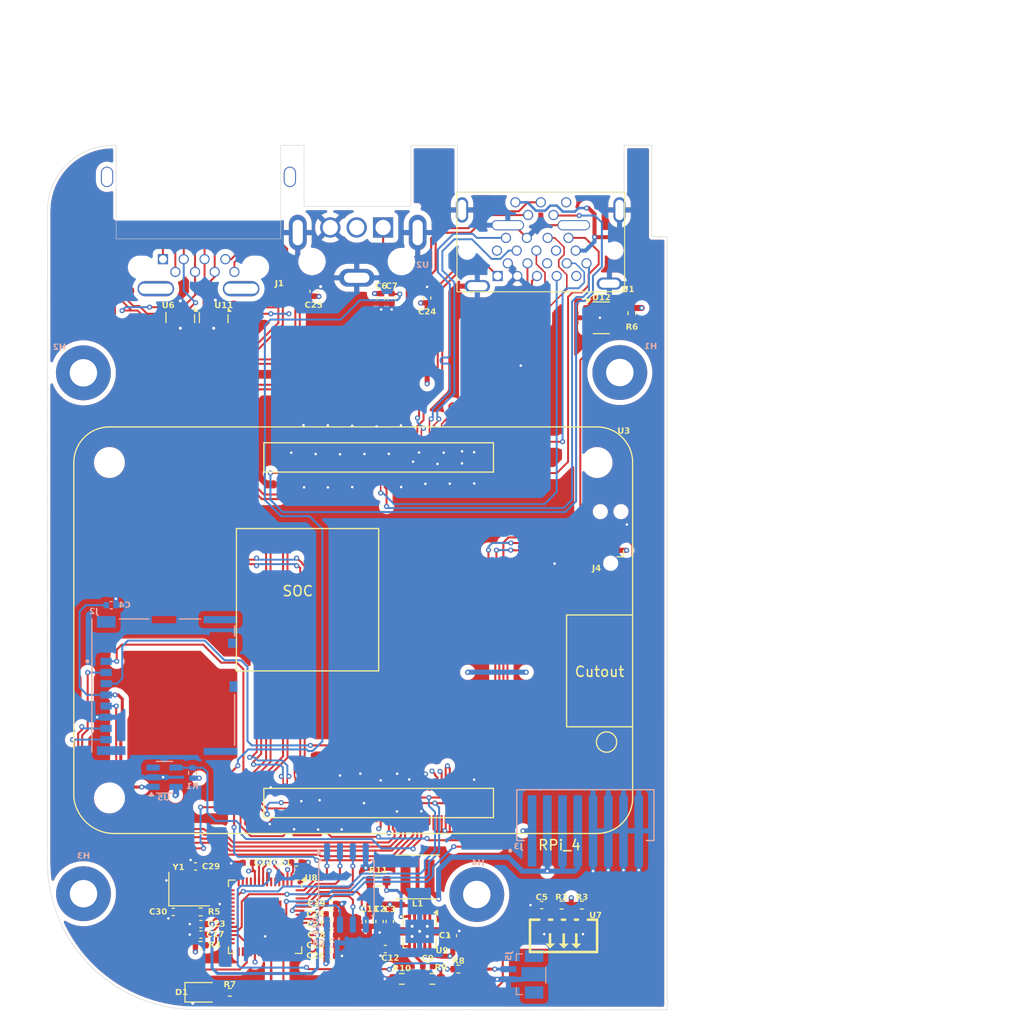
<source format=kicad_pcb>
(kicad_pcb (version 20240108) (generator "pcbnew") (generator_version "8.0")
  (layers (0 "F.Cu" signal) (1 "In1.Cu" power) (2 "In2.Cu" power) (31 "B.Cu" signal) (34 "B.Paste" user) (35 "F.Paste" user) (36 "B.SilkS" user "B.Silkscreen") (37 "F.SilkS" user "F.Silkscreen") (38 "B.Mask" user) (39 "F.Mask" user) (44 "Edge.Cuts" user))
  (net 0 "")
  (net 1 "+5V")
  (net 2 "GND")
  (net 3 "/HDMI_RJ45_USB/HDMI_5v")
  (net 4 "/HDMI_RJ45_USB/SD_PWR")
  (net 5 "Net-(U7-VCC)")
  (net 6 "+3V3")
  (net 7 "/Pico_TOSLINK_IR/toslink")
  (net 8 "/Power/power in")
  (net 10 "Net-(U9-SS)")
  (net 11 "+1V1")
  (net 12 "/Pico_TOSLINK_IR/XTAL_IN")
  (net 13 "/Pico_TOSLINK_IR/XTAL_O")
  (net 14 "Net-(D1-A)")
  (net 15 "/TRD2_P")
  (net 16 "/TRD3_P")
  (net 17 "/TRD0_N")
  (net 18 "/TRD3_N")
  (net 19 "/TRD1_N")
  (net 20 "/TRD2_N")
  (net 21 "/TRD1_P")
  (net 22 "/TRD0_P")
  (net 23 "Net-(L1-Pad2)")
  (net 24 "/HDMI0_HOTPLUG")
  (net 25 "/HDMI0_SCL")
  (net 26 "/HDMI0_CK_N")
  (net 27 "/HDMI0_D1_P")
  (net 28 "/USB_D+")
  (net 29 "/HDMI0_D1_N")
  (net 30 "/HDMI0_SDA")
  (net 31 "/HDMI0_D2_P")
  (net 32 "/HDMI0_CEC")
  (net 33 "/USB_ID")
  (net 34 "/HDMI0_D2_N")
  (net 35 "/HDMI0_CK_P")
  (net 36 "/USB_D-")
  (net 37 "/HDMI0_D0_P")
  (net 38 "/HDMI0_D0_N")
  (net 39 "/SD_PWR_ON")
  (net 47 "Net-(U9-FB)")
  (net 48 "Net-(U9-PG)")
  (net 49 "/Pico_TOSLINK_IR/QSPI_CLK")
  (net 50 "/Pico_TOSLINK_IR/CS")
  (net 51 "/Pico_TOSLINK_IR/SD0")
  (net 52 "/Pico_TOSLINK_IR/SD2")
  (net 53 "/Pico_TOSLINK_IR/SD1")
  (net 54 "/Pico_TOSLINK_IR/SD3")
  (net 59 "/SD_DAT0")
  (net 61 "/SD_CMD")
  (net 63 "/SD_DAT2")
  (net 64 "/SD_DAT1")
  (net 65 "/SD_CLK")
  (net 66 "/SD_DAT3")
  (net 67 "/swdio")
  (net 68 "/Pico_TOSLINK_IR/~{RESET}")
  (net 69 "/swclk")
  (net 71 "Net-(J5-Pad1)")
  (net 72 "Net-(U7-OUT)")
  (net 73 "/Pico_TOSLINK_IR/XTAL_OUT")
  (net 74 "/HDMI_PWR_ON")
  (net 75 "/Pico_TOSLINK_IR/PICO_LED")
  (net 76 "Net-(U8-GPIO5)")
  (net 117 "/Pico_scl")
  (net 140 "/pico_rx")
  (net 144 "/pico_tx")
  (net 151 "/Pico_sda")
  (net 195 "/Pico_TOSLINK_IR/D_-")
  (net 201 "/Pico_TOSLINK_IR/D_+")
  (footprint "IRM-V838M3-C-TR1:OPTO-SMD_IRM-V838M3-C-TR1" (layer "F.Cu") (at 128.9 142.195)
    (property "Reference" "U7")
    (property "Value" "IRM-V838M3-C/TR1")
  )
  (footprint "Inductor_SMD:L_Coilcraft_XxL4020" (layer "F.Cu") (at 114.53 137.53 180)
    (property "Reference" "L1")
    (property "Value" "1uH")
  )
  (footprint "Capacitor_SMD:C_0402_1005Metric" (layer "F.Cu") (at 126.75 140.3 180)
    (property "Reference" "C5")
    (property "Value" "2.2u")
  )
  (footprint "Capacitor_SMD:C_0402_1005Metric" (layer "F.Cu") (at 93.2 143.2 180)
    (property "Reference" "C17")
    (property "Value" "100n")
  )
  (footprint "Capacitor_SMD:C_0402_1005Metric" (layer "F.Cu") (at 92.675 136.5)
    (property "Reference" "C29")
    (property "Value" "22pF")
  )
  (footprint "greencharge-footprints:RPI-CM4" (layer "F.Cu") (at 135.7 93.26 180)
    (property "Reference" "U3")
    (property "Value" "RPi_4")
  )
  (footprint "Capacitor_SMD:C_0402_1005Metric" (layer "F.Cu") (at 102.6 136.1)
    (property "Reference" "C21")
    (property "Value" "10u")
  )
  (footprint "apple_tv_parts:apple_tv_ethernet" (layer "F.Cu") (at 92.964977 72.659582)
    (property "Reference" "J1")
    (property "Value" "RJ45")
  )
  (footprint "Capacitor_SMD:C_0402_1005Metric" (layer "F.Cu") (at 115.475 80.575 90)
    (property "Reference" "C24")
    (property "Value" "100n")
  )
  (footprint "Capacitor_SMD:C_0402_1005Metric" (layer "F.Cu") (at 110.95 80.62 -90)
    (property "Reference" "C6")
    (property "Value" "100n")
  )
  (footprint "Capacitor_SMD:C_0402_1005Metric" (layer "F.Cu") (at 111.98 80.62 -90)
    (property "Reference" "C7")
    (property "Value" "30pF")
  )
  (footprint "Crystal:Crystal_SMD_3225-4Pin_3.2x2.5mm" (layer "F.Cu") (at 92.05 138.725)
    (property "Reference" "Y1")
    (property "Value" "12MHz")
  )
  (footprint "Capacitor_SMD:C_0402_1005Metric" (layer "F.Cu") (at 118 143.31 90)
    (property "Reference" "C1")
    (property "Value" "22u")
  )
  (footprint "Capacitor_SMD:C_0402_1005Metric" (layer "F.Cu") (at 106 145.3)
    (property "Reference" "C26")
    (property "Value" "100n")
  )
  (footprint "Capacitor_SMD:C_0402_1005Metric" (layer "F.Cu") (at 106 141.2)
    (property "Reference" "C28")
    (property "Value" "100n")
  )
  (footprint "Resistor_SMD:R_0402_1005Metric" (layer "F.Cu") (at 118.55 146.6)
    (property "Reference" "R8")
    (property "Value" "220R")
  )
  (footprint "Capacitor_SMD:C_0402_1005Metric" (layer "F.Cu") (at 111.8 141.92 -90)
    (property "Reference" "C3")
    (property "Value" "22u")
  )
  (footprint "Resistor_SMD:R_0603_1608Metric" (layer "F.Cu") (at 115.99 147.56)
    (property "Reference" "R9")
    (property "Value" "402k")
  )
  (footprint "Package_DFN_QFN:QFN-56-1EP_7x7mm_P0.4mm_EP3.2x3.2mm" (layer "F.Cu") (at 99.525 141.45 -90)
    (property "Reference" "U8")
    (property "Value" "RP2040")
  )
  (footprint "Resistor_SMD:R_0402_1005Metric" (layer "F.Cu") (at 135.625 82.075 -90)
    (property "Reference" "R6")
    (property "Value" "12k 1%")
  )
  (footprint "Capacitor_SMD:C_0402_1005Metric" (layer "F.Cu") (at 90.48 140.97)
    (property "Reference" "C30")
    (property "Value" "22pF")
  )
  (footprint "Package_TO_SOT_SMD:SOT-23-5" (layer "F.Cu") (at 132.625 82.525)
    (property "Reference" "U12")
    (property "Value" "RT9742GGJ5")
  )
  (footprint "Capacitor_SMD:C_0402_1005Metric" (layer "F.Cu") (at 104.3 79.92 90)
    (property "Reference" "C25")
    (property "Value" "100n")
  )
  (footprint "Resistor_SMD:R_0402_1005Metric" (layer "F.Cu") (at 128.71 140.3 180)
    (property "Reference" "R2")
    (property "Value" "220R")
  )
  (footprint "Capacitor_SMD:C_0402_1005Metric" (layer "F.Cu") (at 106 143.25)
    (property "Reference" "C18")
    (property "Value" "100n")
  )
  (footprint "Package_SON:USON-10_2.5x1.0mm_P0.5mm" (layer "F.Cu") (at 94.4625 82.5125 -90)
    (property "Reference" "U11")
    (property "Value" "TPD4EUSB30")
  )
  (footprint "Resistor_SMD:R_0402_1005Metric" (layer "F.Cu") (at 93.175 144.25 180)
    (property "Reference" "R4")
    (property "Value" "10k")
  )
  (footprint "Resistor_SMD:R_0402_1005Metric" (layer "F.Cu") (at 130.7 140.3)
    (property "Reference" "R3")
    (property "Value" "10k")
  )
  (footprint "Capacitor_SMD:C_0402_1005Metric" (layer "F.Cu") (at 109.79 141.91 -90)
    (property "Reference" "C13")
    (property "Value" "22u")
  )
  (footprint "Resistor_SMD:R_0603_1608Metric" (layer "F.Cu") (at 112.98 147.56)
    (property "Reference" "R10")
    (property "Value" "100k")
  )
  (footprint "Capacitor_SMD:C_0402_1005Metric" (layer "F.Cu") (at 106 142.225)
    (property "Reference" "C27")
    (property "Value" "100n")
  )
  (footprint "Package_SON:USON-10_2.5x1.0mm_P0.5mm" (layer "F.Cu") (at 91.175 82.51 -90)
    (property "Reference" "U6")
    (property "Value" "TPD4EUSB30")
  )
  (footprint "Resistor_SMD:R_0402_1005Metric" (layer "F.Cu") (at 93.175 140.975 180)
    (property "Reference" "R5")
    (property "Value" "1k")
  )
  (footprint "Resistor_SMD:R_0603_1608Metric" (layer "F.Cu") (at 110.66 137.91)
    (property "Reference" "R11")
    (property "Value" "1M")
  )
  (footprint "Connector:Tag-Connect_TC2030-IDC-NL_2x03_P1.27mm_Vertical" (layer "F.Cu") (at 133.535 104.13 90)
    (property "Reference" "J4")
    (property "Value" "JTAG_TC2030")
  )
  (footprint "Resistor_SMD:R_0402_1005Metric" (layer "F.Cu") (at 96.05 148.88)
    (property "Reference" "R7")
    (property "Value" "470R")
  )
  (footprint "LED_SMD:LED_0805_2012Metric" (layer "F.Cu") (at 93.325 148.88)
    (property "Reference" "D1")
    (property "Value" "GREEN")
  )
  (footprint "Capacitor_SMD:C_0402_1005Metric" (layer "F.Cu") (at 115.53 146.3 180)
    (property "Reference" "C9")
    (property "Value" "18p")
  )
  (footprint "apple_tv_parts:apple_tv_hdmi_usb" (layer "F.Cu") (at 126.660001 70.164582)
    (property "Reference" "U1")
    (property "Value" "HDMI/USB")
  )
  (footprint "Capacitor_SMD:C_0402_1005Metric" (layer "F.Cu") (at 110.79 141.91 -90)
    (property "Reference" "C2")
    (property "Value" "22u")
  )
  (footprint "Capacitor_SMD:C_0402_1005Metric" (layer "F.Cu") (at 111.36 144.63 180)
    (property "Reference" "C12")
    (property "Value" "10n")
  )
  (footprint "Capacitor_SMD:C_0402_1005Metric" (layer "F.Cu") (at 97.82 136.14 180)
    (property "Reference" "C22")
    (property "Value" "1u")
  )
  (footprint "Capacitor_SMD:C_0402_1005Metric" (layer "F.Cu") (at 106 140.175)
    (property "Reference" "C19")
    (property "Value" "1u")
  )
  (footprint "Package_SON:Texas_S-PVSON-N10_ThermalVias" (layer "F.Cu") (at 114.74 142.885 -90)
    (property "Reference" "U9")
    (property "Value" "TPS61230DRC")
  )
  (footprint "Capacitor_SMD:C_0402_1005Metric" (layer "F.Cu") (at 106 144.275)
    (property "Reference" "C20")
    (property "Value" "100n")
  )
  (footprint "Capacitor_SMD:C_0402_1005Metric" (layer "F.Cu") (at 93.2 142.175 180)
    (property "Reference" "C23")
    (property "Value" "100n")
  )
  (footprint "MountingHole:MountingHole_2.7mm_Pad" (layer "B.Cu") (at 134.440001 87.909582 180)
    (property "Reference" "H1")
    (property "Value" "MountingHole")
  )
  (footprint "MountingHole:MountingHole_2.7mm_Pad" (layer "B.Cu") (at 81.650001 139.179582 180)
    (property "Reference" "H3")
    (property "Value" "MountingHole")
  )
  (footprint "greencharge-footprints:MICRO_SD_MOLEX_503398-1892" (layer "B.Cu") (at 89.5 118.7 -90)
    (property "Reference" "J2")
    (property "Value" "Micro_SD_Card_Det")
  )
  (footprint "Resistor_SMD:R_0402_1005Metric" (layer "B.Cu") (at 92.375 127.3 90)
    (property "Reference" "R1")
    (property "Value" "12k 1%")
  )
  (footprint "5-1775444-8:TE_5-1775444-8" (layer "B.Cu") (at 131.05 131.45)
    (property "Reference" "J3")
    (property "Value" "5-1775444-8")
  )
  (footprint "greencharge-footprints:BM02BSRSSTBLFSN" (layer "B.Cu") (at 125.312 147.1 -90)
    (property "Reference" "J5")
    (property "Value" "BM02B-ACHSS-GAN-TF" (hide yes))
  )
  (footprint "MountingHole:MountingHole_2.7mm_Pad" (layer "B.Cu") (at 81.640001 87.939582 180)
    (property "Reference" "H2")
    (property "Value" "MountingHole")
  )
  (footprint "MountingHole:MountingHole_2.7mm_Pad" (layer "B.Cu") (at 120.360001 139.259582 180)
    (property "Reference" "H4")
    (property "Value" "MountingHole")
  )
  (footprint "Capacitor_SMD:C_0402_1005Metric" (layer "B.Cu") (at 106.125 144.025)
    (property "Reference" "C8")
    (property "Value" "100n")
  )
  (footprint "apple_tv_parts:apple_tv_tos_link" (layer "B.Cu") (at 108.540001 71.589582 180)
    (property "Reference" "U2")
    (property "Value" "apple tv tos link")
  )
  (footprint "Capacitor_SMD:C_0402_1005Metric" (layer "B.Cu") (at 84.375 110.8)
    (property "Reference" "C4")
    (property "Value" "10u")
  )
  (footprint "Package_SO:SOIC-8_5.23x5.23mm_P1.27mm" (layer "B.Cu") (at 107.525 138.625 -90)
    (property "Reference" "U10")
    (property "Value" "W25Q128JVS")
  )
  (footprint "Package_TO_SOT_SMD:SOT-23-5" (layer "B.Cu") (at 89.625 127.725)
    (property "Reference" "U5")
    (property "Value" "RT9742GGJ5")
  )
  (gr_arc (start 78.100091 72.009575) (mid 79.992759 67.445234) (end 84.560001 65.559579) (stroke (width 0.05)) (layer "Edge.Cuts"))
  (gr_line (start 137.600001 65.549582) (end 137.600001 74.549582) (stroke (width 0.05)) (layer "Edge.Cuts"))
  (gr_line (start 134.860001 70.169582) (end 118.460001 70.159582) (stroke (width 0.05)) (layer "Edge.Cuts"))
  (gr_line (start 137.600001 74.549582) (end 139.110001 74.549582) (stroke (width 0.05)) (layer "Edge.Cuts"))
  (gr_line (start 92.650001 150.569585) (end 139.1 150.6) (stroke (width 0.05)) (layer "Edge.Cuts"))
  (gr_line (start 101.060001 74.759582) (end 84.869952 74.759582) (stroke (width 0.05)) (layer "Edge.Cuts"))
  (gr_arc (start 92.650001 150.569585) (mid 82.350989 146.301523) (end 78.090001 135.999582) (stroke (width 0.05)) (layer "Edge.Cuts"))
  (gr_line (start 84.869952 74.759582) (end 84.870001 65.539582) (stroke (width 0.05)) (layer "Edge.Cuts"))
  (gr_line (start 84.560001 65.559579) (end 84.870001 65.539582) (stroke (width 0.05)) (layer "Edge.Cuts"))
  (gr_line (start 137.600001 65.549582) (end 134.85999 65.55) (stroke (width 0.05)) (layer "Edge.Cuts"))
  (gr_line (start 101.060001 65.559582) (end 101.060001 74.759582) (stroke (width 0.05)) (layer "Edge.Cuts"))
  (gr_line (start 113.860001 71.559582) (end 103.360001 71.559582) (stroke (width 0.05)) (layer "Edge.Cuts"))
  (gr_line (start 113.860001 65.559582) (end 113.860001 71.559582) (stroke (width 0.05)) (layer "Edge.Cuts"))
  (gr_line (start 134.85999 65.55) (end 134.860001 70.169582) (stroke (width 0.05)) (layer "Edge.Cuts"))
  (gr_line (start 103.360001 71.559582) (end 103.360001 65.559582) (stroke (width 0.05)) (layer "Edge.Cuts"))
  (gr_line (start 118.460001 70.159582) (end 118.460001 65.559582) (stroke (width 0.05)) (layer "Edge.Cuts"))
  (gr_line (start 139.1 150.6) (end 139.110001 74.549582) (stroke (width 0.05)) (layer "Edge.Cuts"))
  (gr_line (start 103.360001 65.559582) (end 101.060001 65.559582) (stroke (width 0.05)) (layer "Edge.Cuts"))
  (gr_line (start 118.460001 65.559582) (end 113.860001 65.559582) (stroke (width 0.05)) (layer "Edge.Cuts"))
  (gr_line (start 78.100091 72.009575) (end 78.090001 135.999582) (stroke (width 0.05)) (layer "Edge.Cuts"))
  (segment (start 110.79 140.25) (end 109.79 140.25) (width 0.6) (layer "F.Cu") (net 1))
  (segment (start 116.9 133.1) (end 116.91 133.11) (width 0.2) (layer "F.Cu") (net 1))
  (segment (start 109.79 140.25) (end 109.79 141.43) (width 0.6) (layer "F.Cu") (net 1))
  (segment (start 113.03 140.25) (end 111.81 140.25) (width 0.6) (layer "F.Cu") (net 1))
  (segment (start 136.6 81.56) (end 135.63 81.56) (width 0.6) (layer "F.Cu") (net 1))
  (segment (start 117.7 131.8) (end 117.7 133.11) (width 0.2) (layer "F.Cu") (net 1))
  (segment (start 109.835 140.205) (end 109.79 140.25) (width 0.6) (layer "F.Cu") (net 1))
  (segment (start 117.99 133.11) (end 118.1 133) (width 0.2) (layer "F.Cu") (net 1))
  (segment (start 117.7 133.11) (end 117.99 133.11) (width 0.2) (layer "F.Cu") (net 1))
  (segment (start 111.8 140.26) (end 111.81 140.25) (width 0.6) (layer "F.Cu") (net 1))
  (segment (start 116.1 132.83) (end 116.38 133.11) (width 0.2) (layer "F.Cu") (net 1))
  (segment (start 114.4 140.35) (end 114.24 140.35) (width 0.3) (layer "F.Cu") (net 1))
  (segment (start 113.13 140.35) (end 113.03 140.25) (width 0.3) (layer "F.Cu") (net 1))
  (segment (start 111.8 141.44) (end 111.8 140.26) (width 0.6) (layer "F.Cu") (net 1))
  (segment (start 111.81 140.25) (end 110.79 140.25) (width 0.6) (layer "F.Cu") (net 1))
  (segment (start 133.7725 81.565) (end 133.7625 81.575) (width 0.4) (layer "F.Cu") (net 1))
  (segment (start 116.815 146.685) (end 116.815 147.56) (width 0.3) (layer "F.Cu") (net 1))
  (segment (start 116.1 131.8) (end 116.1 132.83) (width 0.2) (layer "F.Cu") (net 1))
  (segment (start 114.24 141.41) (end 114.24 140.35) (width 0.3) (layer "F.Cu") (net 1))
  (segment (start 116.91 133.11) (end 117.3 133.11) (width 0.2) (layer "F.Cu") (net 1))
  (segment (start 118.1 133) (end 118.1 131.8) (width 0.2) (layer "F.Cu") (net 1))
  (segment (start 116.9 131.8) (end 116.9 133.1) (width 0.2) (layer "F.Cu") (net 1))
  (segment (start 114.74 141.41) (end 114.74 140.69) (width 0.3) (layer "F.Cu") (net 1))
  (segment (start 135.63 81.56) (end 135.625 81.565) (width 0.6) (layer "F.Cu") (net 1))
  (segment (start 116.43 146.3) (end 116.705 146.575) (width 0.3) (layer "F.Cu") (net 1))
  (segment (start 114.74 140.69) (end 114.4 140.35) (width 0.3) (layer "F.Cu") (net 1))
  (segment (start 116.5 131.8) (end 116.5 133.11) (width 0.2) (layer "F.Cu") (net 1))
  (segment (start 117.3 133.11) (end 117.7 133.11) (width 0.2) (layer "F.Cu") (net 1))
  (segment (start 135.625 81.565) (end 133.7725 81.565) (width 0.4) (layer "F.Cu") (net 1))
  (segment (start 114.24 140.35) (end 113.13 140.35) (width 0.3) (layer "F.Cu") (net 1))
  (segment (start 109.835 137.91) (end 109.835 140.205) (width 0.6) (layer "F.Cu") (net 1))
  (segment (start 116.5 133.11) (end 116.91 133.11) (width 0.2) (layer "F.Cu") (net 1))
  (segment (start 116.38 133.11) (end 116.5 133.11) (width 0.2) (layer "F.Cu") (net 1))
  (segment (start 117.3 131.8) (end 117.3 133.11) (width 0.2) (layer "F.Cu") (net 1))
  (segment (start 110.79 141.43) (end 110.79 140.25) (width 0.6) (layer "F.Cu") (net 1))
  (segment (start 116.705 146.575) (end 116.815 146.685) (width 0.3) (layer "F.Cu") (net 1))
  (segment (start 116.01 146.3) (end 116.43 146.3) (width 0.3) (layer "F.Cu") (net 1))
  (via (at 136.6 81.56) (size 0.5) (drill 0.25) (layers "F.Cu" "B.Cu") (net 1))
  (via (at 111.81 140.25) (size 0.5) (drill 0.26) (layers "F.Cu" "B.Cu") (net 1))
  (via (at 117.21 132.99) (size 0.5) (drill 0.25) (layers "F.Cu" "B.Cu") (net 1))
  (via (at 116.705 146.575) (size 0.5) (drill 0.25) (layers "F.Cu" "B.Cu") (net 1))
  (segment (start 115.07 95.78) (end 114.68 95.78) (width 0.15) (layer "F.Cu") (net 2))
  (segment (start 111.98 81.1) (end 111.98 81.71) (width 0.5) (layer "F.Cu") (net 2))
  (segment (start 106.9 94.72) (end 106.9 95.95) (width 0.15) (layer "F.Cu") (net 2))
  (segment (start 114.1 97.8) (end 114.1 96.69) (width 0.15) (layer "F.Cu") (net 2))
  (segment (start 106.48 144.275) (end 107.085 144.275) (width 0.5) (layer "F.Cu") (net 2))
  (segment (start 112.5 128.72) (end 112.5 127.4) (width 0.15) (layer "F.Cu") (net 2))
  (segment (start 100.19 128.72) (end 100.08 128.72) (width 0.19) (layer "F.Cu") (net 2))
  (segment (start 108.1 94.72) (end 108.1 93.15) (width 0.15) (layer "F.Cu") (net 2))
  (segment (start 106.48 141.2) (end 107.02 141.2) (width 0.5) (layer "F.Cu") (net 2))
  (segment (start 129.910001 73.414582) (end 126.535001 73.414582) (width 0.2) (layer "F.Cu") (net 2))
  (segment (start 110.79 142.39) (end 111.79 142.39) (width 0.5) (layer "F.Cu") (net 2))
  (segment (start 116.875 143.135) (end 116.37 143.135) (width 0.3) (layer "F.Cu") (net 2))
  (segment (start 94.4625 80.9575) (end 94.4625 82.1275) (width 0.25) (layer "F.Cu") (net 2))
  (segment (start 124.035001 73.414582) (end 125.285001 74.664582) (width 0.2) (layer "F.Cu") (net 2))
  (segment (start 109.79 142.39) (end 110.79 142.39) (width 0.5) (layer "F.Cu") (net 2))
  (segment (start 115.3 127.42) (end 115.31 127.41) (width 0.15) (layer "F.Cu") (net 2))
  (segment (start 94.63 80.79) (end 94.4625 80.9575) (width 0.25) (layer "F.Cu") (net 2))
  (segment (start 106.48 140.175) (end 107.085 140.175) (width 0.5) (layer "F.Cu") (net 2))
  (segment (start 90 140.97) (end 90 141.61) (width 0.5) (layer "F.Cu") (net 2))
  (segment (start 130.805 142.195) (end 130.805 143.155) (width 0.5) (layer "F.Cu") (net 2))
  (segment (start 111.79 142.39) (end 111.8 142.4) (width 0.5) (layer "F.Cu") (net 2))
  (segment (start 113.7 131.32) (end 113.7 131.8) (width 0.2) (layer "F.Cu") (net 2))
  (segment (start 104.98 79.44) (end 104.99 79.45) (width 0.5) (layer "F.Cu") (net 2))
  (segment (start 110.9 128.034674) (end 110.900801 128.033873) (width 0.15) (layer "F.Cu") (net 2))
  (segment (start 106.48 142.225) (end 107.085 142.225) (width 0.5) (layer "F.Cu") (net 2))
  (segment (start 102.1 132.56) (end 102.1 131.8) (width 0.15) (layer "F.Cu") (net 2))
  (segment (start 92.115 142.175) (end 92.11 142.17) (width 0.5) (layer "F.Cu") (net 2))
  (segment (start 118 142.83) (end 118.63 142.83) (width 0.4) (layer "F.Cu") (net 2))
  (segment (start 114.3 95.78) (end 114.68 95.78) (width 0.15) (layer "F.Cu") (net 2))
  (segment (start 105.7 97.8) (end 105.7 99.21) (width 0.15) (layer "F.Cu") (net 2))
  (segment (start 105.7 94.72) (end 105.7 93.11) (width 0.15) (layer "F.Cu") (net 2))
  (segment (start 110.79 142.39) (end 110.79 142.99) (width 0.5) (layer "F.Cu") (net 2))
  (segment (start 107.09 144.28) (end 107.09 145.3) (width 0.5) (layer "F.Cu") (net 2))
  (segment (start 92.3875 148.88) (end 92.3875 149.9475) (width 0.5) (layer "F.Cu") (net 2))
  (segment (start 91.35 137.875) (end 90.95 137.875) (width 0.2) (layer "F.Cu") (net 2))
  (segment (start 112.745 143.135) (end 112.18 142.57) (width 0.3) (layer "F.Cu") (net 2))
  (segment (start 115.3 94.72) (end 115.3 95.55) (width 0.15) (layer "F.Cu") (net 2))
  (segment (start 111.7 94.72) (end 111.7 95.91) (width 0.15) (layer "F.Cu") (net 2))
  (segment (start 112.18 142.57) (end 112.01 142.4) (width 0.3) (layer "F.Cu") (net 2))
  (segment (start 117.18 142.83) (end 116.985 142.635) (width 0.3) (layer "F.Cu") (net 2))
  (segment (start 114.9 131.8) (end 114.9 131.08) (width 0.15) (layer "F.Cu") (net 2))
  (segment (start 102.1 129.36) (end 102.82 130.08) (width 0.15) (layer "F.Cu") (net 2))
  (segment (start 111.3 131.8) (end 111.3 131.15) (width 0.2) (layer "F.Cu") (net 2))
  (segment (start 103.3 131.8) (end 103.3 130.29) (width 0.15) (layer "F.Cu") (net 2))
  (segment (start 112.5 131.8) (end 112.5 131.09) (width 0.15) (layer "F.Cu") (net 2))
  (segment (start 112.9 97.8) (end 112.9 99.16) (width 0.15) (layer "F.Cu") (net 2))
  (segment (start 117.7 97.8) (end 117.7 98.84) (width 0.15) (layer "F.Cu") (net 2))
  (segment (start 111.7 97.8) (end 111.7 95.91) (width 0.15) (layer "F.Cu") (net 2))
  (segment (start 94.4625 83.5475) (end 94.46 83.55) (width 0.25) (layer "F.Cu") (net 2))
  (segment (start 103.76 136.1) (end 103.08 136.1) (width 0.5) (layer "F.Cu") (net 2))
  (segment (start 104.3 79.44) (end 104.98 79.44) (width 0.5) (layer "F.Cu") (net 2))
  (segment (start 93.05 139.575) (end 91.35 137.875) (width 0.2) (layer "F.Cu") (net 2))
  (segment (start 100.9 128.72) (end 100.44 128.72) (width 0.15) (layer "F.Cu") (net 2))
  (segment (start 103.3 130.29) (end 103.09 130.08) (width 0.15) (layer "F.Cu") (net 2))
  (segment (start 112.245 142.635) (end 112.18 142.57) (width 0.3) (layer "F.Cu") (net 2))
  (segment (start 106.48 143.25) (end 107.09 143.25) (width 0.5) (layer "F.Cu") (net 2))
  (segment (start 110.88 144.63) (end 110.88 145.27) (width 0.5) (layer "F.Cu") (net 2))
  (segment (start 99.525 143.375) (end 99.53 143.38) (width 0.5) (layer "F.Cu") (net 2))
  (segment (start 109.3 130.31) (end 109.3 131.8) (width 0.15) (layer "F.Cu") (net 2))
  (segment (start 90.95 137.875) (end 89.815 137.875) (width 0.2) (layer "F.Cu") (net 2))
  (segment (start 126.535001 73.414582) (end 125.285001 74.664582) (width 0.2) (layer "F.Cu") (net 2))
  (segment (start 120.1 94.72) (end 120.1 95.75) (width 0.15) (layer "F.Cu") (net 2))
  (segment (start 107.09 141.13) (end 107.09 140.18) (width 0.5) (layer "F.Cu") (net 2))
  (segment (start 114.89 131.07) (end 113.95 131.07) (width 0.2) (layer "F.Cu") (net 2))
  (segment (start 117.47 95.79) (end 117.7 95.56) (width 0.15) (layer "F.Cu") (net 2))
  (segment (start 112.01 142.4) (end 111.8 142.4) (width 0.3) (layer "F.Cu") (net 2))
  (segment (start 132.475 82.525) (end 132.48 82.52) (width 0.5) (layer "F.Cu") (net 2))
  (segment (start 109.26 130.27) (end 109.3 130.31) (width 0.15) (layer "F.Cu") (net 2))
  (segment (start 116.75 95.79) (end 116.5 95.54) (width 0.15) (layer "F.Cu") (net 2))
  (segment (start 107.085 142.225) (end 107.09 142.22) (width 0.5) (layer "F.Cu") (net 2))
  (segment (start 116.985 142.635) (end 116.29 142.635) (width 0.3) (layer "F.Cu") (net 2))
  (segment (start 107.09 140.18) (end 107.09 142.22) (width 0.5) (layer "F.Cu") (net 2))
  (segment (start 91.18 80.86) (end 91.175 80.865) (width 0.25) (layer "F.Cu") (net 2))
  (segment (start 99.525 141.45) (end 99.525 143.375) (width 0.5) (layer "F.Cu") (net 2))
  (segment (start 107.3 131.8) (end 107.3 132.62) (width 0.15) (layer "F.Cu") (net 2))
  (segment (start 100.44 128.72) (end 100.19 128.72) (width 0.19) (layer "F.Cu") (net 2))
  (segment (start 107.09 142.22) (end 107.09 143.25) (width 0.5) (layer "F.Cu") (net 2))
  (segment (start 110.79 142.99) (end 110.8 143) (width 0.5) (layer "F.Cu") (net 2))
  (segment (start 114.1 96.69) (end 114.09 96.68) (width 0.15) (layer "F.Cu") (net 2))
  (segment (start 120.1 97.8) (end 120.1 98.82) (width 0.15) (layer "F.Cu") (net 2))
  (segment (start 130.805 143.155) (end 130.81 143.16) (width 0.5) (layer "F.Cu") (net 2))
  (segment (start 113.7 127.95) (end 113.71 127.94) (width 0.15) (layer "F.Cu") (net 2))
  (segment (start 105.3 132.6) (end 105.3 131.8) (width 0.2) (layer "F.Cu") (net 2))
  (segment (start 114.9 131.08) (end 114.89 131.07) (width 0.2) (layer "F.Cu") (net 2))
  (segment (start 102.38 132.84) (end 102.1 132.56) (width 0.15) (layer "F.Cu") (net 2))
  (segment (start 111.3 131.15) (end 111.36 131.09) (width 0.2) (layer "F.Cu") (net 2))
  (segment (start 115.475 80.095) (end 115.475 79.485) (width 0.5) (layer "F.Cu") (net 2))
  (segment (start 92.195 136.5) (end 92.195 135.865) (width 0.2) (layer "F.Cu") (net 2))
  (segment (start 106.9 128.72) (end 106.9 127.55) (width 0.15) (layer "F.Cu") (net 2))
  (segment (start 107.085 140.175) (end 107.09 140.18) (width 0.5) (layer "F.Cu") (net 2))
  (segment (start 123.410001 73.414582) (end 124.035001 73.414582) (width 0.2) (layer "F.Cu") (net 2))
  (segment (start 106.48 145.3) (end 107.09 145.3) (width 0.5) (layer "F.Cu") (net 2))
  (segment (start 104.74 132.87) (end 105.03 132.87) (width 0.2) (layer "F.Cu") (net 2))
  (segment (start 103.3 129.87) (end 103.09 130.08) (width 0.15) (layer "F.Cu") (net 2))
  (segment (start 113.19 143.135) (end 112.745 143.135) (width 0.3) (layer "F.Cu") (net 2))
  (segment (start 110.9 128.72) (end 110.9 128.034674) (width 0.15) (layer "F.Cu") (net 2))
  (segment (start 104.5 97.8) (end 104.5 95.93) (width 0.15) (layer "F.Cu") (net 2))
  (segment (start 116.5 97.8) (end 116.5 96.91) (width 0.15) (layer "F.Cu") (net 2))
  (segment (start 118.9 97.8) (end 118.9 96.84) (width 0.15) (layer "F.Cu") (net 2))
  (segment (start 108.1 97.8) (end 108.1 99.18) (width 0.15) (layer "F.Cu") (net 2))
  (segment (start 102.1 128.72) (end 102.1 129.36) (width 0.15) (layer "F.Cu") (net 2))
  (segment (start 116.5 96.91) (end 116.49 96.9) (width 0.15) (layer "F.Cu") (net 2))
  (segment (start 117.1 95.79) (end 116.75 95.79) (width 0.15) (layer "F.Cu") (net 2))
  (segment (start 110.5 94.72) (end 110.5 93.21) (width 0.15) (layer "F.Cu") (net 2))
  (segment (start 91.175 83.545) (end 91.18 83.55) (width 0.25) (layer "F.Cu") (net 2))
  (segment (start 103.3 97.8) (end 103.3 99.14) (width 0.15) (layer "F.Cu") (net 2))
  (segment (start 104.9 129.97) (end 104.89 129.98) (width 0.15) (layer "F.Cu") (net 2))
  (segment (start 112.5 127.4) (end 112.52 127.38) (width 0.15) (layer "F.Cu") (net 2))
  (segment (start 120.1 128.72) (end 120.1 127.96) (width 0.15) (layer "F.Cu") (net 2))
  (segment (start 126.27 140.3) (end 125.65 140.3) (width 0.5) (layer "F.Cu") (net 2))
  (segment (start 103.3 99.14) (end 103.36 99.2) (width 0.15) (layer "F.Cu") (net 2))
  (segment (start 94.4625 82.8975) (end 94.4625 83.5475) (width 0.25) (layer "F.Cu") (net 2))
  (segment (start 92.72 143.2) (end 92.11 143.2) (width 0.5) (layer "F.Cu") (net 2))
  (segment (start 106.9 97.8) (end 106.9 95.95) (width 0.15) (layer "F.Cu") (net 2))
  (segment (start 102.1 97.8) (end 102.1 95.8) (width 0.15) (layer "F.Cu") (net 2))
  (segment (start 107.3 132.62) (end 107.06 132.86) (width 0.15) (layer "F.Cu") (net 2))
  (segment (start 126.995 142.195) (end 126.995 143.155) (width 0.5) (layer "F.Cu") (net 2))
  (segment (start 103.3 128.72) (end 103.3 129.87) (width 0.15) (layer "F.Cu") (net 2))
  (segment (start 113.95 131.07) (end 113.7 131.32) (width 0.2) (layer "F.Cu") (net 2))
  (segment (start 131.4875 82.525) (end 132.475 82.525) (width 0.5) (layer "F.Cu") (net 2))
  (segment (start 107.09 143.25) (end 107.09 144.28) (width 0.5) (layer "F.Cu") (net 2))
  (segment (start 126.995 143.155) (end 127 143.16) (width 0.5) (layer "F.Cu") (net 2))
  (segment (start 113.19 142.635) (end 112.245 142.635) (width 0.3) (layer "F.Cu") (net 2))
  (segment (start 92.72 142.175) (end 92.115 142.175) (width 0.5) (layer "F.Cu") (net 2))
  (segment (start 115.475 79.485) (end 115.47 79.48) (width 0.5) (layer "F.Cu") (net 2))
  (segment (start 117.1 95.79) (end 117.47 95.79) (width 0.15) (layer "F.Cu") (net 2))
  (segment (start 112.9 94.72) (end 112.9 93.12) (width 0.15) (layer "F.Cu") (net 2))
  (segment (start 110.95 81.1) (end 110.95 81.71) (width 0.5) (layer "F.Cu") (net 2))
  (segment (start 96.0875 140.45) (end 95.31 140.45) (width 0.2) (layer "F.Cu") (net 2))
  (segment (start 102.1 94.72) (end 102.1 95.8) (width 0.15) (layer "F.Cu") (net 2))
  (segment (start 103.3 94.72) (end 103.3 93.09) (width 0.15) (layer "F.Cu") (net 2))
  (segment (start 116.5 95.54) (end 116.5 94.72) (width 0.15) (layer "F.Cu") (net 2))
  (segment (start 112.9 99.16) (end 112.91 99.17) (width 0.15) (layer "F.Cu") (net 2))
  (segment (start 107.02 141.2) (end 107.09 141.13) (width 0.5) (layer "F.Cu") (net 2))
  (segment (start 117.18 142.83) (end 116.875 143.135) (width 0.3) (layer "F.Cu") (net 2))
  (segment (start 91.175 82.895) (end 91.175 83.545) (width 0.25) (layer "F.Cu") (net 2))
  (segment (start 102.82 130.08) (end 103.09 130.08) (width 0.15) (layer "F.Cu") (net 2))
  (segment (start 109.3 94.72) (end 109.3 95.93) (width 0.15) (layer "F.Cu") (net 2))
  (segment (start 115.3 128.72) (end 115.3 127.42) (width 0.15) (layer "F.Cu") (net 2))
  (segment (start 91.175 80.865) (end 91.175 82.125) (width 0.25) (layer "F.Cu") (net 2))
  (segment (start 117.39 142.83) (end 118 142.83) (width 0.4) (layer "F.Cu") (net 2))
  (segment (start 107.085 144.275) (end 107.09 144.28) (width 0.5) (layer "F.Cu") (net 2))
  (segment (start 100.9 131.8) (end 100.25 131.8) (width 0.15) (layer "F.Cu") (net 2))
  (segment (start 100.25 131.8) (end 100.18 131.87) (width 0.15) (layer "F.Cu") (net 2))
  (segment (start 113.7 128.72) (end 113.7 127.95) (width 0.15) (layer "F.Cu") (net 2))
  (segment (start 114.1 95.58) (end 114.3 95.78) (width 0.15) (layer "F.Cu") (net 2))
  (segment (start 95.31 140.45) (end 95.06 140.2) (width 0.2) (layer "F.Cu") (net 2))
  (segment (start 89.815 137.875) (end 89.81 137.87) (width 0.2) (layer "F.Cu") (net 2))
  (segment (start 92.3875 149.9475) (end 92.395 149.955) (width 0.5) (layer "F.Cu") (net 2))
  (segment (start 108.9 128.72) (end 108.9 127.37) (width 0.15) (layer "F.Cu") (net 2))
  (segment (start 134.17 102.86) (end 135.13 102.86) (width 0.25) (layer "F.Cu") (net 2))
  (segment (start 120.1 98.82) (end 120.11 98.83) (width 0.15) (layer "F.Cu") (net 2))
  (segment (start 96.19 136.19) (end 97.29 136.19) (width 0.5) (layer "F.Cu") (net 2))
  (segment (start 93.15 139.575) (end 93.05 139.575) (width 0.2) (layer "F.Cu") (net 2))
  (segment (start 114.1 94.72) (end 114.1 95.58) (width 0.15) (layer "F.Cu") (net 2))
  (segment (start 104.9 128.72) (end 104.9 129.97) (width 0.15) (layer "F.Cu") (net 2))
  (segment (start 99.98 132.07) (end 99.98 132.33) (width 0.15) (layer "F.Cu") (net 2))
  (segment (start 104.5 94.72) (end 104.5 95.93) (width 0.15) (layer "F.Cu") (net 2))
  (segment (start 105.03 132.87) (end 105.3 132.6) (width 0.2) (layer "F.Cu") (net 2))
  (segment (start 117.7 95.56) (end 117.7 94.72) (width 0.15) (layer "F.Cu") (net 2))
  (segment (start 97.29 136.19) (end 97.34 136.14) (width 0.5) (layer "F.Cu") (net 2))
  (segment (start 111.36 131.09) (end 112.5 131.09) (width 0.2) (layer "F.Cu") (net 2))
  (segment (start 112.155 147.56) (end 111.3 147.56) (width 0.5) (layer "F.Cu") (net 2))
  (segment (start 100.18 131.87) (end 99.98 132.07) (width 0.15) (layer "F.Cu") (net 2))
  (segment (start 118.9 95.65) (end 118.91 95.66) (width 0.15) (layer "F.Cu") (net 2))
  (segment (start 92.195 135.865) (end 92.19 135.86) (width 0.2) (layer "F.Cu") (net 2))
  (segment (start 115.3 95.55) (end 115.07 95.78) (width 0.15) (layer "F.Cu") (net 2))
  (segment (start 118.63 142.83) (end 118.64 142.84) (width 0.4) (layer "F.Cu") (net 2))
  (segment (start 115.3 97.8) (end 115.3 98.86) (width 0.15) (layer "F.Cu") (net 2))
  (segment (start 117.18 142.83) (end 117.39 142.83) (width 0.3) (layer "F.Cu") (net 2))
  (segment (start 118.9 94.72) (end 118.9 95.65) (width 0.15) (layer "F.Cu") (net 2))
  (via (at 92.19 135.86) (size 0.5) (drill 0.25) (layers "F.Cu" "B.Cu") (net 2))
  (via (at 115.31 127.41) (size 0.5) (drill 0.25) (layers "F.Cu" "B.Cu") (net 2))
  (via (at 91.18 80.86) (size 0.6) (drill 0.3) (layers "F.Cu" "B.Cu") (net 2))
  (via (at 111.98 81.71) (size 0.5) (drill 0.25) (layers "F.Cu" "B.Cu") (net 2))
  (via (at 95.06 140.2) (size 0.5) (drill 0.25) (layers "F.Cu" "B.Cu") (net 2))
  (via (at 117.7 98.84) (size 0.5) (drill 0.25) (layers "F.Cu" "B.Cu") (net 2))
  (via (at 90 141.61) (size 0.5) (drill 0.25) (layers "F.Cu" "B.Cu") (net 2))
  (via (at 118.64 142.84) (size 0.5) (drill 0.26) (layers "F.Cu" "B.Cu") (net 2))
  (via (at 84.84 110.16) (size 0.5) (drill 0.25) (layers "F.Cu" "B.Cu") (net 2))
  (via (at 110.900801 128.033873) (size 0.5) (drill 0.25) (layers "F.Cu" "B.Cu") (net 2))
  (via (at 134.8 136.86) (size 0.5) (drill 0.25) (layers "F.Cu" "B.Cu") (net 2))
  (via (at 99.53 143.38) (size 0.5) (drill 0.25) (layers "F.Cu" "B.Cu") (net 2))
  (via (at 108.9 127.37) (size 0.5) (drill 0.25) (layers "F.Cu" "B.Cu") (net 2))
  (via (at 113.71 127.94) (size 0.5) (drill 0.25) (layers "F.Cu" "B.Cu") (net 2))
  (via (at 111.7 95.91) (size 0.5) (drill 0.25) (layers "F.Cu" "B.Cu") (net 2))
  (via (at 104.5 95.93) (size 0.5) (drill 0.25) (layers "F.Cu" "B.Cu") (net 2))
  (via (at 114.9 131.08) (size 0.5) (drill 0.25) (layers "F.Cu" "B.Cu") (net 2))
  (via (at 124.69 87.23) (size 0.5) (drill 0.25) (layers "F.Cu" "B.Cu") (net 2))
  (via (at 116.49 96.9) (size 0.5) (drill 0.25) (layers "F.Cu" "B.Cu") (net 2))
  (via (at 92.395 149.955) (size 0.6) (drill 0.3) (layers "F.Cu" "B.Cu") (net 2))
  (via (at 115.47 79.48) (size 0.5) (drill 0.25) (layers "F.Cu" "B.Cu") (net 2))
  (via (at 110.95 81.71) (size 0.5) (drill 0.25) (layers "F.Cu" "B.Cu") (net 2))
  (via (at 91.18 83.55) (size 0.6) (drill 0.3) (layers "F.Cu" "B.Cu") (net 2))
  (via (at 110.5 93.21) (size 0.5) (drill 0.25) (layers "F.Cu" "B.Cu") (net 2))
  (via (at 108.1 93.15) (size 0.5) (drill 0.25) (layers "F.Cu" "B.Cu") (net 2))
  (via (at 120.11 98.83) (size 0.5) (drill 0.25) (layers "F.Cu" "B.Cu") (net 2))
  (via (at 92.11 143.2) (size 0.5) (drill 0.25) (layers "F.Cu" "B.Cu") (net 2))
  (via (at 110.8 143) (size 0.5) (drill 0.26) (layers "F.Cu" "B.Cu") (net 2))
  (via (at 115.3 98.86) (size 0.5) (drill 0.25) (layers "F.Cu" "B.Cu") (net 2))
  (via (at 109.3 95.93) (size 0.5) (drill 0.25) (layers "F.Cu" "B.Cu") (net 2))
  (via (at 130.81 143.16) (size 0.5) (drill 0.25) (layers "F.Cu" "B.Cu") (net 2))
  (via (at 120.1 127.96) (size 0.5) (drill 0.25) (layers "F.Cu" "B.Cu") (net 2))
  (via (at 106.9 127.55) (size 0.5) (drill 0.25) (layers "F.Cu" "B.Cu") (net 2))
  (via (at 112.52 127.38) (size 0.5) (drill 0.25) (layers "F.Cu" "B.Cu") (net 2))
  (via (at 107.09 140.18) (size 0.5) (drill 0.25) (layers "F.Cu" "B.Cu") (net 2))
  (via (at 112.5 131.09) (size 0.5) (drill 0.25) (layers "F.Cu" "B.Cu") (net 2))
  (via (at 108.1 99.18) (size 0.5) (drill 0.25) (layers "F.Cu" "B.Cu") (net 2))
  (via (at 136.3 136.86) (size 0.5) (drill 0.25) (layers "F.Cu" "B.Cu") (net 2))
  (via (at 131.8 136.95) (size 0.5) (drill 0.25) (layers "F.Cu" "B.Cu") (net 2))
  (via (at 102.1 95.8) (size 0.5) (drill 0.25) (layers "F.Cu" "B.Cu") (net 2))
  (via (at 127 143.16) (size 0.5) (drill 0.25) (layers "F.Cu" "B.Cu") (net 2))
  (via (at 94.46 83.55) (size 0.6) (drill 0.3) (layers "F.Cu" "B.Cu") (net 2))
  (via (at 109.43 136.64) (size 0.5) (drill 0.25) (layers "F.Cu" "B.Cu") (net 2))
  (via (at 89.81 137.87) (size 0.5) (drill 0.25) (layers "F.Cu" "B.Cu") (net 2))
  (via (at 111.3 147.56) (size 0.5) (drill 0.26) (layers "F.Cu" "B.Cu") (net 2))
  (via (at 117.1 95.79) (size 0.5) (drill 0.25) (layers "F.Cu" "B.Cu") (net 2))
  (via (at 96.19 136.19) (size 0.5) (drill 0.25) (layers "F.Cu" "B.Cu") (net 2))
  (via (at 118.9 96.84) (size 0.5) (drill 0.25) (layers "F.Cu" "B.Cu") (net 2))
  (via (at 82.99 121.82) (size 0.5) (drill 0.25) (layers "F.Cu" "B.Cu") (net 2))
  (via (at 89.48 127.72) (size 0.5) (drill 0.25) (layers "F.Cu" "B.Cu") (net 2))
  (via (at 125.65 140.3) (size 0.5) (drill 0.25) (layers "F.Cu" "B.Cu") (net 2))
  (via (at 133.3 136.86) (size 0.5) (drill 0.25) (layers "F.Cu" "B.Cu") (net 2))
  (via (at 105.7 99.21) (size 0.5) (drill 0.25) (layers "F.Cu" "B.Cu") (net 2))
  (via (at 122.37 147.6) (size 0.5) (drill 0.25) (layers "F.Cu" "B.Cu") (net 2))
  (via (at 99.98 132.33) (size 0.5) (drill 0.25) (layers "F.Cu" "B.Cu") (net 2))
  (via (at 107.09 145.3) (size 0.5) (drill 0.25) (layers "F.Cu" "B.Cu") (net 2))
  (via (at 103.76 136.1) (size 0.5) (drill 0.25) (layers "F.Cu" "B.Cu") (net 2))
  (via (at 107.06 132.86) (size 0.5) (drill 0.25) (layers "F.Cu" "B.Cu") (net 2))
  (via (at 112.9 93.12) (size 0.5) (drill 0.25) (layers "F.Cu" "B.Cu") (net 2))
  (via (at 104.99 79.45) (size 0.6) (drill 0.3) (layers "F.Cu" "B.Cu") (net 2))
  (via (at 114.68 95.78) (size 0.5) (drill 0.25) (layers "F.Cu" "B.Cu") (net 2))
  (via (at 100.08 128.72) (size 0.5) (drill 0.25) (layers "F.Cu" "B.Cu") (net 2))
  (via (at 120.1 95.75) (size 0.5) (drill 0.25) (layers "F.Cu" "B.Cu") (net 2))
  (via (at 132.48 82.52) (size 0.5) (drill 0.25) (layers "F.Cu" "B.Cu") (net 2))
  (via (at 135.13 102.86) (size 0.5) (drill 0.25) (layers "F.Cu" "B.Cu") (net 2))
  (via (at 103.09 130.08) (size 0.5) (drill 0.25) (layers "F.Cu" "B.Cu") (net 2))
  (via (at 104.89 129.98) (size 0.5) (drill 0.25) (layers "F.Cu" "B.Cu") (net 2))
  (via (at 103.36 99.2) (size 0.5) (drill 0.25) (layers "F.Cu" "B.Cu") (net 2))
  (via (at 128.02 106.71) (size 0.5) (drill 0.25) (layers "F.Cu" "B.Cu") (net 2))
  (via (at 118.91 95.66) (size 0.5) (drill 0.25) (layers "F.Cu" "B.Cu") (net 2))
  (via (at 103.3 93.09) (size 0.5) (drill 0.25) (layers "F.Cu" "B.Cu") (net 2))
  (via (at 105.7 93.11) (size 0.5) (drill 0.25) (layers "F.Cu" "B.Cu") (net 2))
  (via (at 112.91 99.17) (size 0.5) (drill 0.25) (layers "F.Cu" "B.Cu") (net 2))
  (via (at 106.9 95.95) (size 0.5) (drill 0.25) (layers "F.Cu" "B.Cu") (net 2))
  (via (at 109.26 130.27) (size 0.5) (drill 0.25) (layers "F.Cu" "B.Cu") (net 2))
  (via (at 92.11 142.17) (size 0.5) (drill 0.25) (layers "F.Cu" "B.Cu") (net 2))
  (via (at 94.63 80.79) (size 0.6) (drill 0.3) (layers "F.Cu" "B.Cu") (net 2))
  (via (at 110.88 145.27) (size 0.5) (drill 0.26) (layers "F.Cu" "B.Cu") (net 2))
  (via (at 102.38 132.84) (size 0.5) (drill 0.25) (layers "F.Cu" "B.Cu") (net 2))
  (via (at 104.74 132.87) (size 0.5) (drill 0.25) (layers "F.Cu" "B.Cu") (net 2))
  (via (at 114.09 96.68) (size 0.5) (drill 0.25) (layers "F.Cu" "B.Cu") (net 2))
  (segment (start 136.3 133) (end 136.3 136.86) (width 0.5) (layer "B.Cu") (net 2))
  (segment (start 109.43 136.64) (end 109.43 135.025) (width 0.5) (layer "B.Cu") (net 2))
  (segment (start 84.855 110.175) (end 84.84 110.16) (width 0.5) (layer "B.Cu") (net 2))
  (segment (start 133.3 133) (end 133.3 136.86) (width 0.5) (layer "B.Cu") (net 2))
  (segment (start 83.875 121.82) (end 82.99 121.82) (width 0.5) (layer "B.Cu") (net 2))
  (segment (start 89.475 127.725) (end 89.48 127.72) (width 0.5) (layer "B.Cu") (net 2))
  (segment (start 88.4875 127.725) (end 89.475 127.725) (width 0.5) (layer "B.Cu") (net 2))
  (segment (start 131.8 133) (end 131.8 136.95) (width 0.5) (layer "B.Cu") (net 2))
  (segment (start 84.855 110.8) (end 84.855 110.175) (width 0.5) (layer "B.Cu") (net 2))
  (segment (start 134.8 133) (end 134.8 136.86) (width 0.5) (layer "B.Cu") (net 2))
  (segment (start 123.475 147.6) (end 122.37 147.6) (width 0.5) (layer "B.Cu") (net 2))
  (segment (start 131.36 71.73) (end 131.16 71.73) (width 0.4) (layer "F.Cu") (net 3))
  (segment (start 131.87 80.52) (end 135.24 80.52) (width 0.4) (layer "F.Cu") (net 3))
  (segment (start 135.85 75.39) (end 135.05 74.59) (width 0.4) (layer "F.Cu") (net 3))
  (segment (start 135.05 74.59) (end 131.95 74.59) (width 0.4) (layer "F.Cu") (net 3))
  (segment (start 135.85 79.91) (end 135.85 75.39) (width 0.4) (layer "F.Cu") (net 3))
  (segment (start 131.95 74.59) (end 131.95 72.32) (width 0.4) (layer "F.Cu") (net 3))
  (segment (start 131.4875 81.575) (end 131.4875 80.9025) (width 0.4) (layer "F.Cu") (net 3))
  (segment (start 135.24 80.52) (end 135.85 79.91) (width 0.4) (layer "F.Cu") (net 3))
  (segment (start 131.95 72.32) (end 131.36 71.73) (width 0.4) (layer "F.Cu") (net 3))
  (segment (start 131.4875 80.9025) (end 131.87 80.52) (width 0.4) (layer "F.Cu") (net 3))
  (via (at 131.95 74.59) (size 0.5) (drill 0.25) (layers "F.Cu" "B.Cu") (net 3))
  (via (at 131.16 71.73) (size 0.5) (drill 0.25) (layers "F.Cu" "B.Cu") (net 3))
  (segment (start 125.354582 71.164582) (end 126.179582 71.989582) (width 0.25) (layer "B.Cu") (net 3))
  (segment (start 130.097501 75.914582) (end 131.065418 75.914582) (width 0.4) (layer "B.Cu") (net 3))
  (segment (start 130.021409 72.08) (end 130.371409 71.73) (width 0.25) (layer "B.Cu") (net 3))
  (segment (start 128.24 71.49) (end 128.83 72.08) (width 0.25) (layer "B.Cu") (net 3))
  (segment (start 126.179582 71.989582) (end 127.090418 71.989582) (width 0.25) (layer "B.Cu") (net 3))
  (segment (start 128.83 72.08) (end 130.021409 72.08) (width 0.25) (layer "B.Cu") (net 3))
  (segment (start 127.59 71.49) (end 128.24 71.49) (width 0.25) (layer "B.Cu") (net 3))
  (segment (start 131.95 75.03) (end 131.95 74.59) (width 0.4) (layer "B.Cu") (net 3))
  (segment (start 127.090418 71.989582) (end 127.59 71.49) (width 0.25) (layer "B.Cu") (net 3))
  (segment (start 130.371409 71.73) (end 131.16 71.73) (width 0.25) (layer "B.Cu") (net 3))
  (segment (start 131.065418 75.914582) (end 131.4 75.58) (width 0.4) (layer "B.Cu") (net 3))
  (segment (start 124.160001 71.164582) (end 125.354582 71.164582) (width 0.25) (layer "B.Cu") (net 3))
  (segment (start 131.4 75.58) (end 131.95 75.03) (width 0.4) (layer "B.Cu") (net 3))
  (segment (start 87.38 128.69) (end 86.646396 128.69) (width 0.3) (layer "F.Cu") (net 4))
  (segment (start 85.47 120.03) (end 85.12 119.68) (width 0.3) (layer "F.Cu") (net 4))
  (segment (start 85.32 127.363604) (end 85.32 126.91) (width 0.3) (layer "F.Cu") (net 4))
  (segment (start 85.06 119.62) (end 84.76 119.62) (width 0.3) (layer "F.Cu") (net 4))
  (segment (start 85.32 126.91) (end 85.32 121.68) (width 0.3) (layer "F.Cu") (net 4))
  (segment (start 85.12 119.68) (end 85.06 119.62) (width 0.3) (layer "F.Cu") (net 4))
  (segment (start 85.32 121.68) (end 85.47 121.53) (width 0.3) (layer "F.Cu") (net 4))
  (segment (start 86.646396 128.69) (end 86.343198 128.386802) (width 0.3) (layer "F.Cu") (net 4))
  (segment (start 85.47 120.63) (end 85.47 120.03) (width 0.3) (layer "F.Cu") (net 4))
  (segment (start 86.343198 128.386802) (end 85.32 127.363604) (width 0.3) (layer "F.Cu") (net 4))
  (segment (start 85.47 121.53) (end 85.47 120.63) (width 0.3) (layer "F.Cu") (net 4))
  (via (at 87.38 128.69) (size 0.5) (drill 0.25) (layers "F.Cu" "B.Cu") (net 4))
  (via (at 84.76 119.62) (size 0.5) (drill 0.25) (layers "F.Cu" "B.Cu") (net 4))
  (segment (start 87.395 128.675) (end 87.38 128.69) (width 0.3) (layer "B.Cu") (net 4))
  (segment (start 88.4875 128.675) (end 87.395 128.675) (width 0.3) (layer "B.Cu") (net 4))
  (segment (start 81.27 111.4) (end 81.27 118.89) (width 0.2) (layer "B.Cu") (net 4))
  (segment (start 83.895 110.8) (end 81.87 110.8) (width 0.2) (layer "B.Cu") (net 4))
  (segment (start 84.76 119.62) (end 83.875 119.62) (width 0.3) (layer "B.Cu") (net 4))
  (segment (start 82 119.62) (end 83.875 119.62) (width 0.2) (layer "B.Cu") (net 4))
  (segment (start 81.87 110.8) (end 81.27 111.4) (width 0.2) (layer "B.Cu") (net 4))
  (segment (start 81.27 118.89) (end 82 119.62) (width 0.2) (layer "B.Cu") (net 4))
  (segment (start 128.265 141.205) (end 128.2 141.14) (width 0.3) (layer "F.Cu") (net 5))
  (segment (start 128.265 142.195) (end 128.265 141.205) (width 0.3) (layer "F.Cu") (net 5))
  (segment (start 128.2 141.14) (end 128.2 140.3) (width 0.3) (layer "F.Cu") (net 5))
  (segment (start 127.23 140.3) (end 128.2 140.3) (width 0.3) (layer "F.Cu") (net 5))
  (segment (start 117.3 128.72) (end 117.3 126.77) (width 0.2) (layer "F.Cu") (net 6))
  (segment (start 105.52 142.225) (end 105.52 141.2) (width 0.5) (layer "F.Cu") (net 6))
  (segment (start 104.665 144.275) (end 105.52 144.275) (width 0.2) (layer "F.Cu") (net 6))
  (segment (start 115.475 81.055) (end 114.845 81.055) (width 0.5) (layer "F.Cu") (net 6))
  (segment (start 93.68 142.175) (end 94.295 142.175) (width 0.5) (layer "F.Cu") (net 6))
  (segment (start 135.11 105.4) (end 134.17 105.4) (width 0.5) (layer "F.Cu") (net 6))
  (segment (start 102.125 144.8875) (end 104.3025 144.8875) (width 0.2) (layer "F.Cu") (net 6))
  (segment (start 92.665 144.905) (end 92.66 144.91) (width 0.5) (layer "F.Cu") (net 6))
  (segment (start 117.3 126.77) (end 117.47 126.6) (width 0.2) (layer "F.Cu") (net 6))
  (segment (start 129.66 140.3) (end 130.19 140.3) (width 0.5) (layer "F.Cu") (net 6))
  (segment (start 104.3025 144.8875) (end 104.665 144.525) (width 0.2) (layer "F.Cu") (net 6))
  (segment (start 115.475 89.005) (end 115.48 89.01) (width 0.5) (layer "F.Cu") (net 6))
  (segment (start 102.9625 142.05) (end 104.01 142.05) (width 0.2) (layer "F.Cu") (net 6))
  (segment (start 117.7 128.72) (end 117.7 126.83) (width 0.2) (layer "F.Cu") (net 6))
  (segment (start 102.12 136.1) (end 101.51 136.1) (width 0.5) (layer "F.Cu") (net 6))
  (segment (start 104.44 144.05) (end 104.665 144.275) (width 0.2) (layer "F.Cu") (net 6))
  (segment (start 129.22 140.3) (end 129.66 140.3) (width 0.5) (layer "F.Cu") (net 6))
  (segment (start 102.125 138.0125) (end 102.125 137.199516) (width 0.2) (layer "F.Cu") (net 6))
  (segment (start 98.525 145.895) (end 98.53 145.9) (width 0.2) (layer "F.Cu") (net 6))
  (segment (start 94.31 141.94) (end 94.31 142.19) (width 0.2) (layer "F.Cu") (net 6))
  (segment (start 98.525 144.8875) (end 98.525 145.895) (width 0.2) (layer "F.Cu") (net 6))
  (segment (start 102.286416 136.266416) (end 102.12 136.1) (width 0.2) (layer "F.Cu") (net 6))
  (segment (start 94.295 142.175) (end 94.31 142.19) (width 0.5) (layer "F.Cu") (net 6))
  (segment (start 114.845 81.055) (end 114.83 81.07) (width 0.5) (layer "F.Cu") (net 6))
  (segment (start 115.475 81.055) (end 115.475 89.005) (width 0.5) (layer "F.Cu") (net 6))
  (segment (start 92.665 144.25) (end 92.665 144.905) (width 0.5) (layer "F.Cu") (net 6))
  (segment (start 104.835 142.225) (end 105.52 142.225) (width 0.2) (layer "F.Cu") (net 6))
  (segment (start 105.52 145.3) (end 105.52 146.04) (width 0.5) (layer "F.Cu") (net 6))
  (segment (start 102.286416 137.0381) (end 102.286416 136.266416) (width 0.2) (layer "F.Cu") (net 6))
  (segment (start 98.525 136.97) (end 98.3 136.745) (width 0.2) (layer "F.Cu") (net 6))
  (segment (start 102.9625 141.65) (end 104.26 141.65) (width 0.2) (layer "F.Cu") (net 6))
  (segment (start 102.9625 144.05) (end 104.44 144.05) (width 0.2) (layer "F.Cu") (net 6))
  (segment (start 110.95 80.14) (end 110.3 80.14) (width 0.5) (layer "F.Cu") (net 6))
  (segment (start 129.66 140.3) (end 129.66 139.58) (width 0.5) (layer "F.Cu") (net 6))
  (segment (start 97.92 136.97) (end 97.9 136.95) (width 0.2) (layer "F.Cu") (net 6))
  (segment (start 98.525 136.97) (end 97.92 136.97) (width 0.2) (layer "F.Cu") (net 6))
  (segment (start 104.79 80.4) (end 104.82 80.43) (width 0.5) (layer "F.Cu") (net 6))
  (segment (start 117.7 126.83) (end 117.47 126.6) (width 0.2) (layer "F.Cu") (net 6))
  (segment (start 105.52 146.04) (end 105.51 146.05) (width 0.5) (layer "F.Cu") (net 6))
  (segment (start 104.66 142.05) (end 104.835 142.225) (width 0.2) (layer "F.Cu") (net 6))
  (segment (start 105.52 144.275) (end 105.52 145.3) (width 0.5) (layer "F.Cu") (net 6))
  (segment (start 98.525 138.0125) (end 98.525 136.97) (width 0.2) (layer "F.Cu") (net 6))
  (segment (start 104.26 141.65) (end 104.66 142.05) (width 0.2) (layer "F.Cu") (net 6))
  (segment (start 94.6 141.65) (end 94.31 141.94) (width 0.2) (layer "F.Cu") (net 6))
  (segment (start 102.125 137.199516) (end 102.286416 137.0381) (width 0.2) (layer "F.Cu") (net 6))
  (segment (start 104.665 144.525) (end 104.665 144.275) (width 0.2) (layer "F.Cu") (net 6))
  (segment (start 98.3 136.745) (end 98.3 136.14) (width 0.2) (layer "F.Cu") (net 6))
  (segment (start 104.3 80.4) (end 104.79 80.4) (width 0.5) (layer "F.Cu") (net 6))
  (segment (start 104.04 143.65) (end 104.44 144.05) (width 0.2) (layer "F.Cu") (net 6))
  (segment (start 96.0875 141.65) (end 94.6 141.65) (width 0.2) (layer "F.Cu") (net 6))
  (segment (start 104.01 142.05) (end 104.66 142.05) (width 0.2) (layer "F.Cu") (net 6))
  (segment (start 102.9625 143.65) (end 104.04 143.65) (width 0.2) (layer "F.Cu") (net 6))
  (via (at 101.51 136.1) (size 0.5) (drill 0.25) (layers "F.Cu" "B.Cu") (net 6))
  (via (at 129.66 139.58) (size 0.5) (drill 0.25) (layers "F.Cu" "B.Cu") (net 6))
  (via (at 110.3 80.14) (size 0.5) (drill 0.25) (layers "F.Cu" "B.Cu") (net 6))
  (via (at 94.31 142.19) (size 0.5) (drill 0.25) (layers "F.Cu" "B.Cu") (net 6))
  (via (at 104.01 142.05) (size 0.5) (drill 0.25) (layers "F.Cu" "B.Cu") (net 6))
  (via (at 105.51 146.05) (size 0.5) (drill 0.25) (layers "F.Cu" "B.Cu") (net 6))
  (via (at 93.04 127.81) (size 0.5) (drill 0.25) (layers "F.Cu" "B.Cu") (net 6))
  (via (at 92.66 144.91) (size 0.5) (drill 0.25) (layers "F.Cu" "B.Cu") (net 6))
  (via (at 119.46467 117.40467) (size 0.5) (drill 0.25) (layers "F.Cu" "B.Cu") (net 6))
  (via (at 98.53 145.9) (size 0.5) (drill 0.25) (layers "F.Cu" "B.Cu") (net 6))
  (via (at 90.7 129.5) (size 0.5) (drill 0.25) (layers "F.Cu" "B.Cu") (net 6))
  (via (at 135.11 105.4) (size 0.5) (drill 0.25) (layers "F.Cu" "B.Cu") (net 6))
  (via (at 117.47 126.6) (size 0.5) (drill 0.25) (layers "F.Cu" "B.Cu") (net 6))
  (via (at 114.83 81.07) (size 0.5) (drill 0.25) (layers "F.Cu" "B.Cu") (net 6))
  (via (at 104.82 80.43) (size 0.5) (drill 0.25) (layers "F.Cu" "B.Cu") (net 6))
  (via (at 115.48 89.01) (size 0.5) (drill 0.25) (layers "F.Cu" "B.Cu") (net 6))
  (via (at 125.22 117.39) (size 0.5) (drill 0.25) (layers "F.Cu" "B.Cu") (net 6))
  (via (at 97.9 136.95) (size 0.5) (drill 0.25) (layers "F.Cu" "B.Cu") (net 6))
  (segment (start 105.645 145.915) (end 105.51 146.05) (width 0.5) (layer "B.Cu") (net 6))
  (segment (start 90.7625 128.675) (end 90.7625 129.4375) (width 0.6) (layer "B.Cu") (net 6))
  (segment (start 90.7625 129.4375) (end 90.7 129.5) (width 0.6) (layer "B.Cu") (net 6))
  (segment (start 119.47934 117.39) (end 119.46467 117.40467) (width 0.5) (layer "B.Cu") (net 6))
  (segment (start 105.62 144) (end 105.645 144.025) (width 0.5) (layer "B.Cu") (net 6))
  (segment (start 92.375 127.81) (end 93.04 127.81) (width 0.5) (layer "B.Cu") (net 6))
  (segment (start 105.645 144.025) (end 105.645 145.915) (width 0.5) (layer "B.Cu") (net 6))
  (segment (start 125.22 117.39) (end 119.47934 117.39) (width 0.5) (layer "B.Cu") (net 6))
  (segment (start 105.62 142.225) (end 105.62 144) (width 0.5) (layer "B.Cu") (net 6))
  (segment (start 97.02 146.64) (end 88.74 146.64) (width 0.2) (layer "F.Cu") (net 7))
  (segment (start 97.725 145.935) (end 97.02 146.64) (width 0.2) (layer "F.Cu") (net 7))
  (segment (start 111.98 80.14) (end 111.98 78.92) (width 0.2) (layer "F.Cu") (net 7))
  (segment (start 88.74 146.64) (end 88.14 146.04) (width 0.2) (layer "F.Cu") (net 7))
  (segment (start 95.37 130.67) (end 96.07 129.97) (width 0.2) (layer "F.Cu") (net 7))
  (segment (start 97.725 144.8875) (end 97.725 145.935) (width 0.2) (layer "F.Cu") (net 7))
  (segment (start 111.98 78.92) (end 111.140001 78.080001) (width 0.2) (layer "F.Cu") (net 7))
  (segment (start 88.14 135.77) (end 89.19 134.72) (width 0.2) (layer "F.Cu") (net 7))
  (segment (start 93.17 130.67) (end 95.37 130.67) (width 0.2) (layer "F.Cu") (net 7))
  (segment (start 111.140001 78.080001) (end 111.140001 73.639582) (width 0.2) (layer "F.Cu") (net 7))
  (segment (start 96.07 127.36) (end 96.84 126.59) (width 0.2) (layer "F.Cu") (net 7))
  (segment (start 88.14 146.04) (end 88.14 135.77) (width 0.2) (layer "F.Cu") (net 7))
  (segment (start 112.03 80.19) (end 111.98 80.14) (width 0.2) (layer "F.Cu") (net 7))
  (segment (start 89.19 134.72) (end 93.47 134.72) (width 0.2) (layer "F.Cu") (net 7))
  (segment (start 96.07 129.97) (end 96.07 127.36) (width 0.2) (layer "F.Cu") (net 7))
  (segment (start 112.78 80.19) (end 112.03 80.19) (width 0.2) (layer "F.Cu") (net 7))
  (via (at 93.17 130.67) (size 0.5) (drill 0.25) (layers "F.Cu" "B.Cu") (net 7))
  (via (at 112.78 80.19) (size 0.5) (drill 0.25) (layers "F.Cu" "B.Cu") (net 7))
  (via (at 93.47 134.72) (size 0.5) (drill 0.25) (layers "F.Cu" "B.Cu") (net 7))
  (via (at 96.84 126.59) (size 0.5) (drill 0.25) (layers "F.Cu" "B.Cu") (net 7))
  (segment (start 97.86 124.99) (end 103.607094 124.99) (width 0.2) (layer "B.Cu") (net 7))
  (segment (start 105.16 103.305) (end 103.89 102.035) (width 0.2) (layer "B.Cu") (net 7))
  (segment (start 93.47 134.72) (end 93.47 134.46) (width 0.2) (layer "B.Cu") (net 7))
  (segment (start 112.78 80.545) (end 112.78 80.19) (width 0.2) (layer "B.Cu") (net 7))
  (segment (start 112.534 80.791) (end 112.78 80.545) (width 0.2) (layer "B.Cu") (net 7))
  (segment (start 93.17 134.16) (end 93.17 130.67) (width 0.2) (layer "B.Cu") (net 7))
  (segment (start 100.051 82.7) (end 106.962182 82.7) (width 0.2) (layer "B.Cu") (net 7))
  (segment (start 103.89 102.035) (end 101.089314 102.035) (width 0.2) (layer "B.Cu") (net 7))
  (segment (start 99.5 83.251) (end 100.051 82.7) (width 0.2) (layer "B.Cu") (net 7))
  (segment (start 108.871182 80.791) (end 112.534 80.791) (width 0.2) (layer "B.Cu") (net 7))
  (segment (start 93.47 134.46) (end 93.17 134.16) (width 0.2) (layer "B.Cu") (net 7))
  (segment (start 99.5 100.445686) (end 99.5 83.251) (width 0.2) (layer "B.Cu") (net 7))
  (segment (start 104.21273 125.14) (end 105.16 124.19273) (width 0.2) (layer "B.Cu") (net 7))
  (segment (start 101.089314 102.035) (end 99.5 100.445686) (width 0.2) (layer "B.Cu") (net 7))
  (segment (start 106.962182 82.7) (end 108.871182 80.791) (width 0.2) (layer "B.Cu") (net 7))
  (segment (start 105.16 124.19273) (end 105.16 103.305) (width 0.2) (layer "B.Cu") (net 7))
  (segment (start 96.84 126.59) (end 96.84 126.01) (width 0.2) (layer "B.Cu") (net 7))
  (segment (start 103.757094 125.14) (end 104.21273 125.14) (width 0.2) (layer "B.Cu") (net 7))
  (segment (start 96.84 126.01) (end 97.86 124.99) (width 0.2) (layer "B.Cu") (net 7))
  (segment (start 103.607094 124.99) (end 103.757094 125.14) (width 0.2) (layer "B.Cu") (net 7))
  (segment (start 115.24 145) (end 115.57 145.33) (width 0.3) (layer "F.Cu") (net 8))
  (segment (start 116.48 145.33) (end 116.86 145.33) (width 0.4) (layer "F.Cu") (net 8))
  (segment (start 118 145.06) (end 118 143.79) (width 0.5) (layer "F.Cu") (net 8))
  (segment (start 115.57 145.33) (end 115.74 145.33) (width 0.3) (layer "F.Cu") (net 8))
  (segment (start 115.74 145.33) (end 116.48 145.33) (width 0.3) (layer "F.Cu") (net 8))
  (segment (start 115.74 144.36) (end 115.74 145.33) (width 0.3) (layer "F.Cu") (net 8))
  (segment (start 116.86 145.33) (end 117.73 145.33) (width 0.5) (layer "F.Cu") (net 8))
  (segment (start 115.24 144.36) (end 115.24 145) (width 0.3) (layer "F.Cu") (net 8))
  (segment (start 117.73 145.33) (end 118 145.06) (width 0.5) (layer "F.Cu") (net 8))
  (segment (start 115.715 138.795) (end 115.715 137.53) (width 0.5) (layer "F.Cu") (net 8))
  (segment (start 116.62 139.7) (end 115.715 138.795) (width 0.5) (layer "F.Cu") (net 8))
  (via (at 117.73 145.33) (size 0.5) (drill 0.26) (layers "F.Cu" "B.Cu") (net 8))
  (via (at 124.9 133) (size 0.5) (drill 0.26) (layers "F.Cu" "B.Cu") (net 8))
  (via (at 127.3 136.96) (size 0.5) (drill 0.26) (layers "F.Cu" "B.Cu") (net 8))
  (via (at 116.62 139.7) (size 0.5) (drill 0.26) (layers "F.Cu" "B.Cu") (net 8))
  (segment (start 128.8 133) (end 128.8 136.93) (width 0.5) (layer "B.Cu") (net 8))
  (segment (start 128.8 136.93) (end 128.77 136.96) (width 0.5) (layer "B.Cu") (net 8))
  (segment (start 116.62 139.7) (end 116.6 139.68) (width 0.5) (layer "B.Cu") (net 8))
  (segment (start 125.8 133) (end 124.9 133) (width 0.5) (layer "B.Cu") (net 8))
  (segment (start 124.83 136.96) (end 127.3 136.96) (width 0.5) (layer "B.Cu") (net 8))
  (segment (start 116.6 139.68) (end 116.6 136.81) (width 0.5) (layer "B.Cu") (net 8))
  (segment (start 130.3 136.66) (end 130 136.96) (width 0.5) (layer "B.Cu") (net 8))
  (segment (start 117.81 135.6) (end 123.47 135.6) (width 0.5) (layer "B.Cu") (net 8))
  (segment (start 116.6 136.81) (end 117.81 135.6) (width 0.5) (layer "B.Cu") (net 8))
  (segment (start 128.1 136.96) (end 127.3 136.96) (width 0.5) (layer "B.Cu") (net 8))
  (segment (start 130.3 133) (end 130.3 136.66) (width 0.5) (layer "B.Cu") (net 8))
  (segment (start 123.47 135.6) (end 124.83 136.96) (width 0.5) (layer "B.Cu") (net 8))
  (segment (start 128.77 136.96) (end 128.1 136.96) (width 0.5) (layer "B.Cu") (net 8))
  (segment (start 127.3 133) (end 127.3 136.96) (width 0.5) (layer "B.Cu") (net 8))
  (segment (start 130 136.96) (end 128.1 136.96) (width 0.5) (layer "B.Cu") (net 8))
  (segment (start 113.74 144.36) (end 112.93 144.36) (width 0.25) (layer "F.Cu") (net 10))
  (segment (start 112.93 144.36) (end 112.66 144.63) (width 0.25) (layer "F.Cu") (net 10))
  (segment (start 112.66 144.63) (end 111.84 144.63) (width 0.25) (layer "F.Cu") (net 10))
  (segment (start 102.9625 143.25) (end 104.68 143.25) (width 0.2) (layer "F.Cu") (net 11))
  (segment (start 105.52 143.25) (end 104.68 143.25) (width 0.3) (layer "F.Cu") (net 11))
  (segment (start 104.68 140.89) (end 104.55 141.02) (width 0.2) (layer "F.Cu") (net 11))
  (segment (start 105.52 140.175) (end 105.395 140.175) (width 0.3) (layer "F.Cu") (net 11))
  (segment (start 96.0875 142.05) (end 95.06 142.05) (width 0.2) (layer "F.Cu") (net 11))
  (segment (start 104.05 141.25) (end 102.9625 141.25) (width 0.2) (layer "F.Cu") (net 11))
  (segment (start 94.86 142.417818) (end 94.298909 142.978909) (width 0.2) (layer "F.Cu") (net 11))
  (segment (start 94.077818 143.2) (end 93.68 143.2) (width 0.2) (layer "F.Cu") (net 11))
  (segment (start 104.28 141.02) (end 104.05 141.25) (width 0.2) (layer "F.Cu") (net 11))
  (segment (start 105.395 140.175) (end 104.68 140.89) (width 0.3) (layer "F.Cu") (net 11))
  (segment (start 94.298909 142.978909) (end 94.077818 143.2) (width 0.2) (layer "F.Cu") (net 11))
  (segment (start 94.86 142.25) (end 94.86 142.417818) (width 0.2) (layer "F.Cu") (net 11))
  (segment (start 104.55 141.02) (end 104.28 141.02) (width 0.2) (layer "F.Cu") (net 11))
  (segment (start 95.06 142.05) (end 94.86 142.25) (width 0.2) (layer "F.Cu") (net 11))
  (via (at 104.68 143.25) (size 0.5) (drill 0.25) (layers "F.Cu" "B.Cu") (net 11))
  (via (at 104.68 140.89) (size 0.5) (drill 0.25) (layers "F.Cu" "B.Cu") (net 11))
  (via (at 94.298909 142.978909) (size 0.5) (drill 0.25) (layers "F.Cu" "B.Cu") (net 11))
  (segment (start 94.298909 146.488909) (end 94.298909 142.978909) (width 0.3) (layer "B.Cu") (net 11))
  (segment (start 104.14 147.03) (end 94.84 147.03) (width 0.3) (layer "B.Cu") (net 11))
  (segment (start 104.68 143.25) (end 104.68 146.49) (width 0.3) (layer "B.Cu") (net 11))
  (segment (start 104.68 146.49) (end 104.14 147.03) (width 0.3) (layer "B.Cu") (net 11))
  (segment (start 104.68 143.25) (end 104.68 140.89) (width 0.3) (layer "B.Cu") (net 11))
  (segment (start 94.84 147.03) (end 94.298909 146.488909) (width 0.3) (layer "B.Cu") (net 11))
  (segment (start 94.51 140.427818) (end 94.51 138.11) (width 0.2) (layer "F.Cu") (net 12))
  (segment (start 94.275 137.875) (end 93.15 137.875) (width 0.2) (layer "F.Cu") (net 12))
  (segment (start 94.51 138.11) (end 94.275 137.875) (width 0.2) (layer "F.Cu") (net 12))
  (segment (start 93.155 137.87) (end 93.15 137.875) (width 0.2) (layer "F.Cu") (net 12))
  (segment (start 93.155 136.5) (end 93.155 137.87) (width 0.2) (layer "F.Cu") (net 12))
  (segment (start 94.932182 140.85) (end 94.51 140.427818) (width 0.2) (layer "F.Cu") (net 12))
  (segment (start 96.0875 140.85) (end 94.932182 140.85) (width 0.2) (layer "F.Cu") (net 12))
  (segment (start 90.96 139.585) (end 90.95 139.575) (width 0.2) (layer "F.Cu") (net 13))
  (segment (start 90.96 140.97) (end 90.96 139.585) (width 0.2) (layer "F.Cu") (net 13))
  (segment (start 92.665 140.975) (end 90.965 140.975) (width 0.2) (layer "F.Cu") (net 13))
  (segment (start 90.965 140.975) (end 90.96 140.97) (width 0.2) (layer "F.Cu") (net 13))
  (segment (start 95.54 148.88) (end 94.2625 148.88) (width 0.25) (layer "F.Cu") (net 14))
  (segment (start 102.5 131.13) (end 102.16 130.79) (width 0.15) (layer "F.Cu") (net 15))
  (segment (start 95.41 101.414159) (end 95.41 88.733212) (width 0.19) (layer "F.Cu") (net 15))
  (segment (start 97.051518 102.77858) (end 97.051518 103.18) (width 0.19) (layer "F.Cu") (net 15))
  (segment (start 102.94 81.108872) (end 101.83 79.998872) (width 0.19) (layer "F.Cu") (net 15))
  (segment (start 98.011518 103.42) (end 97.891518 103.42) (width 0.19) (layer "F.Cu") (net 15))
  (segment (start 97.651518 103.18) (end 97.651518 102.77858) (width 0.19) (layer "F.Cu") (net 15))
  (segment (start 96.141436 102.408872) (end 96.141436 102.288872) (width 0.19) (layer "F.Cu") (net 15))
  (segment (start 99.09 130.198103) (end 99.09 128.439828) (width 0.19) (layer "F.Cu") (net 15))
  (segment (start 95.41 88.733212) (end 97.083212 87.06) (width 0.19) (layer "F.Cu") (net 15))
  (segment (start 101.83 76.478174) (end 101.695827 76.344001) (width 0.19) (layer "F.Cu") (net 15))
  (segment (start 95.941128 103.42) (end 95.481509 102.960381) (width 0.19) (layer "F.Cu") (net 15))
  (segment (start 102.5 131.8) (end 102.5 131.13) (width 0.15) (layer "F.Cu") (net 15))
  (segment (start 95.65 102.648872) (end 95.901436 102.648872) (width 0.19) (layer "F.Cu") (net 15))
  (segment (start 93.564977 75.315023) (end 94.56 74.32) (width 0.19) (layer "F.Cu") (net 15))
  (segment (start 95.901436 102.048872) (end 95.65 102.048872) (width 0.19) (layer "F.Cu") (net 15))
  (segment (start 95.41 101.688872) (end 95.41 101.414159) (width 0.19) (layer "F.Cu") (net 15))
  (segment (start 93.564977 78.595023) (end 93.564977 76.759582) (width 0.19) (layer "F.Cu") (net 15))
  (segment (start 94.56 74.32) (end 100.28 74.32) (width 0.19) (layer "F.Cu") (net 15))
  (segment (start 98.851518 103.18) (end 98.851518 102.778555) (width 0.19) (layer "F.Cu") (net 15))
  (segment (start 93.4625 82.1275) (end 93.4625 78.6975) (width 0.19) (layer "F.Cu") (net 15))
  (segment (start 98.611518 102.538555) (end 98.491518 102.538555) (width 0.19) (layer "F.Cu") (net 15))
  (segment (start 95.41 101.808872) (end 95.41 101.688872) (width 0.19) (layer "F.Cu") (net 15))
  (segment (start 99.811518 102.538555) (end 99.691518 102.538555) (width 0.19) (layer "F.Cu") (net 15))
  (segment (start 99.211518 103.42) (end 99.091518 103.42) (width 0.19) (layer "F.Cu") (net 15))
  (segment (start 97.411518 102.53858) (end 97.291518 102.53858) (width 0.19) (layer "F.Cu") (net 15))
  (segment (start 102.16 130.79) (end 101.16 130.79) (width 0.15) (layer "F.Cu") (net 15))
  (segment (start 101.501128 87.06) (end 102.94 85.621128) (width 0.19) (layer "F.Cu") (net 15))
  (segment (start 93.4625 78.6975) (end 93.564977 78.595023) (width 0.19) (layer "F.Cu") (net 15))
  (segment (start 101.73 125.799828) (end 101.73 104.308872) (width 0.19) (layer "F.Cu") (net 15))
  (segment (start 101.695827 75.735827) (end 101.695827 76.344001) (width 0.19) (layer "F.Cu") (net 15))
  (segment (start 101.83 79.998872) (end 101.83 76.478174) (width 0.19) (layer "F.Cu") (net 15))
  (segment (start 99.09 128.439828) (end 101.73 125.799828) (width 0.19) (layer "F.Cu") (net 15))
  (segment (start 100.28 74.32) (end 101.695827 75.735827) (width 0.19) (layer "F.Cu") (net 15))
  (segment (start 93.564977 76.759582) (end 93.564977 75.315023) (width 0.19) (layer "F.Cu") (net 15))
  (segment (start 102.94 85.621128) (end 102.94 81.108872) (width 0.19) (layer "F.Cu") (net 15))
  (segment (start 95.481509 102.960381) (end 95.41 102.888872) (width 0.19) (layer "F.Cu") (net 15))
  (segment (start 98.251518 102.778555) (end 98.251518 103.18) (width 0.19) (layer "F.Cu") (net 15))
  (segment (start 99.681897 130.79) (end 99.09 130.198103) (width 0.19) (layer "F.Cu") (net 15))
  (segment (start 96.811518 103.42) (end 96.691518 103.42) (width 0.19) (layer "F.Cu") (net 15))
  (segment (start 96.691518 103.42) (end 95.941128 103.42) (width 0.19) (layer "F.Cu") (net 15))
  (segment (start 100.051518 103.18) (end 100.051518 102.778555) (width 0.19) (layer "F.Cu") (net 15))
  (segment (start 100.841128 103.42) (end 100.291518 103.42) (width 0.19) (layer "F.Cu") (net 15))
  (segment (start 99.451518 102.778555) (end 99.451518 103.18) (width 0.19) (layer "F.Cu") (net 15))
  (segment (start 101.73 104.308872) (end 100.841128 103.42) (width 0.19) (layer "F.Cu") (net 15))
  (segment (start 101.16 130.79) (end 99.681897 130.79) (width 0.19) (layer "F.Cu") (net 15))
  (segment (start 97.083212 87.06) (end 101.501128 87.06) (width 0.19) (layer "F.Cu") (net 15))
  (arc (start 95.65 102.048872) (mid 95.480294 101.978578) (end 95.41 101.808872) (width 0.19) (layer "F.Cu") (net 15))
  (arc (start 99.091518 103.42) (mid 98.921812 103.349706) (end 98.851518 103.18) (width 0.19) (layer "F.Cu") (net 15))
  (arc (start 98.491518 102.538555) (mid 98.321812 102.608849) (end 98.251518 102.778555) (width 0.19) (layer "F.Cu") (net 15))
  (arc (start 99.451518 103.18) (mid 99.381224 103.349706) (end 99.211518 103.42) (width 0.19) (layer "F.Cu") (net 15))
  (arc (start 100.291518 103.42) (mid 100.121812 103.349706) (end 100.051518 103.18) (width 0.19) (layer "F.Cu") (net 15))
  (arc (start 100.051518 102.778555) (mid 99.981224 102.608849) (end 99.811518 102.538555) (width 0.19) (layer "F.Cu") (net 15))
  (arc (start 95.41 102.888872) (mid 95.480294 102.719166) (end 95.65 102.648872) (width 0.19) (layer "F.Cu") (net 15))
  (arc (start 96.141436 102.288872) (mid 96.071142 102.119166) (end 95.901436 102.048872) (width 0.19) (layer "F.Cu") (net 15))
  (arc (start 98.251518 103.18) (mid 98.181224 103.349706) (end 98.011518 103.42) (width 0.19) (layer "F.Cu") (net 15))
  (arc (start 97.651518 102.77858) (mid 97.581224 102.608874) (end 97.411518 102.53858) (width 0.19) (layer "F.Cu") (net 15))
  (arc (start 98.851518 102.778555) (mid 98.781224 102.608849) (end 98.611518 102.538555) (width 0.19) (layer "F.Cu") (net 15))
  (arc (start 97.051518 103.18) (mid 96.981224 103.349706) (end 96.811518 103.42) (width 0.19) (layer "F.Cu") (net 15))
  (arc (start 95.901436 102.648872) (mid 96.071142 102.578578) (end 96.141436 102.408872) (width 0.19) (layer "F.Cu") (net 15))
  (arc (start 99.691518 102.538555) (mid 99.521812 102.608849) (end 99.451518 102.778555) (width 0.19) (layer "F.Cu") (net 15))
  (arc (start 97.891518 103.42) (mid 97.721812 103.349706) (end 97.651518 103.18) (width 0.19) (layer "F.Cu") (net 15))
  (arc (start 97.291518 102.53858) (mid 97.121812 102.608874) (end 97.051518 102.77858) (width 0.19) (layer "F.Cu") (net 15))
  (segment (start 95.4625 82.1275) (end 100.0875 82.1275) (width 0.19) (layer "F.Cu") (net 16))
  (segment (start 94.56 103.890648) (end 94.56 88.381128) (width 0.19) (layer "F.Cu") (net 16))
  (segment (start 100.06 121.67867) (end 100.06 121.160404) (width 0.19) (layer "F.Cu") (net 16))
  (segment (start 99.021128 104.52) (end 95.189352 104.52) (width 0.19) (layer "F.Cu") (net 16))
  (segment (start 100.850001 80.940173) (end 101.27 81.360172) (width 0.19) (layer "F.Cu") (net 16))
  (segment (start 100.06 105.558872) (end 99.021128 104.52) (width 0.19) (layer "F.Cu") (net 16))
  (segment (start 100.850001 76.700173) (end 100.850001 80.940173) (width 0.19) (layer "F.Cu") (net 16))
  (segment (start 101.068872 133.11) (end 98.331128 133.11) (width 0.19) (layer "F.Cu") (net 16))
  (segment (start 101.27 81.360172) (end 101.27 82.13) (width 0.19) (layer "F.Cu") (net 16))
  (segment (start 100.06 122.99867) (end 100.06 122.87867) (width 0.19) (layer "F.Cu") (net 16))
  (segment (start 98.261128 86.21) (end 101.27 83.201128) (width 0.19) (layer "F.Cu") (net 16))
  (segment (start 97.270932 75.68) (end 99.490173 75.679999) (width 0.19) (layer "F.Cu") (net 16))
  (segment (start 95.614977 76.759582) (end 96.19135 76.759582) (width 0.19) (layer "F.Cu") (net 16))
  (segment (start 100.06 126.201128) (end 100.06 124.07867) (width 0.19) (layer "F.Cu") (net 16))
  (segment (start 101.3 131.8) (end 101.3 132.878872) (width 0.15) (layer "F.Cu") (net 16))
  (segment (start 101.87 82.13) (end 101.27 82.13) (width 0.19) (layer "F.Cu") (net 16))
  (segment (start 95.189352 104.52) (end 94.56 103.890648) (width 0.19) (layer "F.Cu") (net 16))
  (segment (start 101.104436 133.074436) (end 101.068872 133.11) (width 0.19) (layer "F.Cu") (net 16))
  (segment (start 96.19135 76.759582) (end 97.270932 75.68) (width 0.19) (layer "F.Cu") (net 16))
  (segment (start 97.55 128.711128) (end 100.06 126.201128) (width 0.19) (layer "F.Cu") (net 16))
  (segment (start 99.490173 75.679999) (end 99.829827 75.679999) (width 0.19) (layer "F.Cu") (net 16))
  (segment (start 100.3 122.63867) (end 100.543937 122.63867) (width 0.19) (layer "F.Cu") (net 16))
  (segment (start 100.543937 122.03867) (end 100.3 122.03867) (width 0.19) (layer "F.Cu") (net 16))
  (segment (start 100.783937 123.59867) (end 100.783937 123.47867) (width 0.19) (layer "F.Cu") (net 16))
  (segment (start 100.0875 82.1275) (end 100.09 82.13) (width 0.19) (layer "F.Cu") (net 16))
  (segment (start 100.543937 123.23867) (end 100.3 123.23867) (width 0.19) (layer "F.Cu") (net 16))
  (segment (start 100.3 123.83867) (end 100.543937 123.83867) (width 0.19) (layer "F.Cu") (net 16))
  (segment (start 97.55 132.328872) (end 97.55 128.711128) (width 0.19) (layer "F.Cu") (net 16))
  (segment (start 101.3 132.878872) (end 101.104436 133.074436) (width 0.15) (layer "F.Cu") (net 16))
  (segment (start 96.731128 86.21) (end 98.261128 86.21) (width 0.19) (layer "F.Cu") (net 16))
  (segment (start 98.331128 133.11) (end 97.55 132.328872) (width 0.19) (layer "F.Cu") (net 16))
  (segment (start 101.27 83.201128) (end 101.27 82.13) (width 0.19) (layer "F.Cu") (net 16))
  (segment (start 100.06 121.160404) (end 100.06 105.558872) (width 0.19) (layer "F.Cu") (net 16))
  (segment (start 100.06 121.79867) (end 100.06 121.67867) (width 0.19) (layer "F.Cu") (net 16))
  (segment (start 99.829827 75.679999) (end 100.850001 76.700173) (width 0.19) (layer "F.Cu") (net 16))
  (segment (start 100.783937 122.39867) (end 100.783937 122.27867) (width 0.19) (layer "F.Cu") (net 16))
  (segment (start 94.56 88.381128) (end 96.731128 86.21) (width 0.19) (layer "F.Cu") (net 16))
  (via (at 100.09 82.13) (size 0.5) (drill 0.25) (layers "F.Cu" "B.Cu") (net 16))
  (via (at 101.87 82.13) (size 0.5) (drill 0.25) (layers "F.Cu" "B.Cu") (net 16))
  (arc (start 100.06 124.07867) (mid 100.130294 123.908964) (end 100.3 123.83867) (width 0.19) (layer "F.Cu") (net 16))
  (arc (start 100.3 122.03867) (mid 100.130294 121.968376) (end 100.06 121.79867) (width 0.19) (layer "F.Cu") (net 16))
  (arc (start 100.06 122.87867) (mid 100.130294 122.708964) (end 100.3 122.63867) (width 0.19) (layer "F.Cu") (net 16))
  (arc (start 100.3 123.23867) (mid 100.130294 123.168376) (end 100.06 122.99867) (width 0.19) (layer "F.Cu") (net 16))
  (arc (start 100.543937 122.63867) (mid 100.713643 122.568376) (end 100.783937 122.39867) (width 0.19) (layer "F.Cu") (net 16))
  (arc (start 100.783937 123.47867) (mid 100.713643 123.308964) (end 100.543937 123.23867) (width 0.19) (layer "F.Cu") (net 16))
  (arc (start 100.783937 122.27867) (mid 100.713643 122.108964) (end 100.543937 122.03867) (width 0.19) (layer "F.Cu") (net 16))
  (arc (start 100.543937 123.83867) (mid 100.713643 123.768376) (end 100.783937 123.59867) (width 0.19) (layer "F.Cu") (net 16))
  (segment (start 100.09 82.13) (end 101.87 82.13) (width 0.19) (layer "B.Cu") (net 16))
  (segment (start 90.689977 78.009582) (end 90.689977 75.768849) (width 0.19) (layer "F.Cu") (net 17))
  (segment (start 102.979912 107.137166) (end 102.979912 126.01896) (width 0.19) (layer "F.Cu") (net 17))
  (segment (start 102.426053 127.686053) (end 102.426053 127.31826) (width 0.15) (layer "F.Cu") (net 17))
  (segment (start 92.61 87.450163) (end 92.61 105.221128) (width 0.19) (layer "F.Cu") (net 17))
  (segment (start 94.148872 106.76) (end 98.525 106.76) (width 0.19) (layer "F.Cu") (net 17))
  (segment (start 89.991128 75.07) (end 86.188872 75.07) (width 0.19) (layer "F.Cu") (net 17))
  (segment (start 85.16 76.098872) (end 85.16 80.591128) (width 0.19) (layer "F.Cu") (net 17))
  (segment (start 86.378872 81.81) (end 86.969837 81.81) (width 0.19) (layer "F.Cu") (net 17))
  (segment (start 102.979912 126.01896) (end 102.426053 126.572819) (width 0.19) (layer "F.Cu") (net 17))
  (segment (start 90.444311 81.565689) (end 90.358622 81.48) (width 0.19) (layer "F.Cu") (net 17))
  (segment (start 85.46 81.81) (end 85.45 81.82) (width 0.19) (layer "F.Cu") (net 17))
  (segment (start 92.61 105.221128) (end 94.148872 106.76) (width 0.19) (layer "F.Cu") (net 17))
  (segment (start 90.358622 81.48) (end 88.15 81.48) (width 0.19) (layer "F.Cu") (net 17))
  (segment (start 102.63 106.915) (end 102.757746 106.915) (width 0.19) (layer "F.Cu") (net 17))
  (segment (start 90.675 82.125) (end 90.675 81.796378) (width 0.19) (layer "F.Cu") (net 17))
  (segment (start 90.675 81.796378) (end 90.444311 81.565689) (width 0.19) (layer "F.Cu") (net 17))
  (segment (start 85.16 80.591128) (end 86.378872 81.81) (width 0.19) (layer "F.Cu") (net 17))
  (segment (start 86.969837 81.81) (end 92.61 87.450163) (width 0.19) (layer "F.Cu") (net 17))
  (segment (start 102.757746 106.915) (end 102.979912 107.137166) (width 0.19) (layer "F.Cu") (net 17))
  (segment (start 90.689977 75.768849) (end 89.991128 75.07) (width 0.19) (layer "F.Cu") (net 17))
  (segment (start 86.378872 81.81) (end 85.46 81.81) (width 0.19) (layer "F.Cu") (net 17))
  (segment (start 86.378872 81.81) (end 86.329436 81.760564) (width 0.19) (layer "F.Cu") (net 17))
  (segment (start 98.525 106.76) (end 98.68 106.915) (width 0.19) (layer "F.Cu") (net 17))
  (segment (start 86.188872 75.07) (end 85.16 76.098872) (width 0.19) (layer "F.Cu") (net 17))
  (segment (start 85.509436 81.760564) (end 85.45 81.82) (width 0.19) (layer "F.Cu") (net 17))
  (segment (start 102.5 127.76) (end 102.426053 127.686053) (width 0.15) (layer "F.Cu") (net 17))
  (segment (start 102.426053 126.572819) (end 102.426053 127.31826) (width 0.19) (layer "F.Cu") (net 17))
  (segment (start 102.5 128.72) (end 102.5 127.76) (width 0.15) (layer "F.Cu") (net 17))
  (via (at 98.68 106.915) (size 0.5) (drill 0.25) (layers "F.Cu" "B.Cu") (net 17))
  (via (at 85.45 81.82) (size 0.5) (drill 0.25) (layers "F.Cu" "B.Cu") (net 17))
  (via (at 102.63 106.915) (size 0.5) (drill 0.25) (layers "F.Cu" "B.Cu") (net 17))
  (via (at 88.15 81.48) (size 0.5) (drill 0.25) (layers "F.Cu" "B.Cu") (net 17))
  (segment (start 98.68 106.915) (end 98.835 106.76) (width 0.19) (layer "B.Cu") (net 17))
  (segment (start 98.835 106.76) (end 102.475 106.76) (width 0.19) (layer "B.Cu") (net 17))
  (segment (start 85.79 81.48) (end 85.45 81.82) (width 0.19) (layer "B.Cu") (net 17))
  (segment (start 88.15 81.48) (end 85.79 81.48) (width 0.19) (layer "B.Cu") (net 17))
  (segment (start 102.475 106.76) (end 102.63 106.915) (width 0.19) (layer "B.Cu") (net 17))
  (segment (start 99.62 126.018872) (end 97.11 128.528872) (width 0.19) (layer "F.Cu") (net 18))
  (segment (start 98.099472 81.5) (end 98.281533 81.5) (width 0.19) (layer "F.Cu") (net 18))
  (segment (start 98.745011 81.5) (end 100.83 81.5) (width 0.19) (layer "F.Cu") (net 18))
  (segment (start 97.11 128.528872) (end 97.11 132.511128) (width 0.19) (layer "F.Cu") (net 18))
  (segment (start 100.44 76.87) (end 99.66 76.09) (width 0.19) (layer "F.Cu") (net 18))
  (segment (start 100.83 81.5) (end 100.83 83.018872) (width 0.19) (layer "F.Cu") (net 18))
  (segment (start 98.281533 81.5) (end 98.745011 81.5) (width 0.19) (layer "F.Cu") (net 18))
  (segment (start 96.548872 85.77) (end 94.12 88.198872) (width 0.19) (layer "F.Cu") (net 18))
  (segment (start 99.818344 79.701314) (end 100.2 79.701314) (width 0.19) (layer "F.Cu") (net 18))
  (segment (start 99.62 105.741128) (end 99.62 126.018872) (width 0.19) (layer "F.Cu") (net 18))
  (segment (start 97.321533 81.6) (end 97.321533 81.5) (width 0.19) (layer "F.Cu") (net 18))
  (segment (start 100.83 83.018872) (end 98.078872 85.77) (width 0.19) (layer "F.Cu") (net 18))
  (segment (start 94.9625 82.1275) (end 94.9625 81.798878) (width 0.19) (layer "F.Cu") (net 18))
  (segment (start 100.44 79.341314) (end 100.44 79.032256) (width 0.19) (layer "F.Cu") (net 18))
  (segment (start 97.483186 76.09) (end 96.502477 77.070709) (width 0.19) (layer "F.Cu") (net 18))
  (segment (start 100.44 79.461314) (end 100.44 79.341314) (width 0.19) (layer "F.Cu") (net 18))
  (segment (start 96.721533 81.5) (end 96.721533 81.6) (width 0.19) (layer "F.Cu") (net 18))
  (segment (start 95.261378 81.5) (end 95.881533 81.5) (width 0.19) (layer "F.Cu") (net 18))
  (segment (start 97.11 132.511128) (end 98.118872 133.52) (width 0.19) (layer "F.Cu") (net 18))
  (segment (start 100.83 81.5) (end 100.44 81.11) (width 0.19) (layer "F.Cu") (net 18))
  (segment (start 94.12 104.072904) (end 95.007096 104.96) (width 0.19) (layer "F.Cu") (net 18))
  (segment (start 99.578344 80.061314) (end 99.578344 79.941314) (width 0.19) (layer "F.Cu") (net 18))
  (segment (start 100.44 79.032256) (end 100.44 76.87) (width 0.19) (layer "F.Cu") (net 18))
  (segment (start 94.9625 81.798878) (end 95.261378 81.5) (width 0.19) (layer "F.Cu") (net 18))
  (segment (start 96.361533 80.927051) (end 96.481533 80.927051) (width 0.19) (layer "F.Cu") (net 18))
  (segment (start 96.821533 81.7) (end 97.221533 81.7) (width 0.19) (layer "F.Cu") (net 18))
  (segment (start 99.66 76.09) (end 97.483186 76.09) (width 0.19) (layer "F.Cu") (net 18))
  (segment (start 96.721533 81.26) (end 96.721533 81.5) (width 0.19) (layer "F.Cu") (net 18))
  (segment (start 94.12 88.198872) (end 94.12 104.072904) (width 0.19) (layer "F.Cu") (net 18))
  (segment (start 95.007096 104.96) (end 98.838872 104.96) (width 0.19) (layer "F.Cu") (net 18))
  (segment (start 100.2 80.301314) (end 99.818344 80.301314) (width 0.19) (layer "F.Cu") (net 18))
  (segment (start 97.321533 81.5) (end 97.321533 81.322061) (width 0.19) (layer "F.Cu") (net 18))
  (segment (start 96.721533 81.167051) (end 96.721533 81.26) (width 0.19) (layer "F.Cu") (net 18))
  (segment (start 98.078872 85.77) (end 96.548872 85.77) (width 0.19) (layer "F.Cu") (net 18))
  (segment (start 101.7 133.101128) (end 101.415564 133.385564) (width 0.15) (layer "F.Cu") (net 18))
  (segment (start 101.7 131.8) (end 101.7 133.101128) (width 0.15) (layer "F.Cu") (net 18))
  (segment (start 98.838872 104.96) (end 99.62 105.741128) (width 0.19) (layer "F.Cu") (net 18))
  (segment (start 101.281128 133.52) (end 101.415564 133.385564) (width 0.19) (layer "F.Cu") (net 18))
  (segment (start 98.118872 133.52) (end 101.281128 133.52) (width 0.19) (layer "F.Cu") (net 18))
  (segment (start 96.121533 81.26) (end 96.121533 81.167051) (width 0.19) (layer "F.Cu") (net 18))
  (segment (start 97.499472 81.144122) (end 97.743594 81.144122) (width 0.19) (layer "F.Cu") (net 18))
  (segment (start 96.502477 77.070709) (end 96.502477 78.009582) (width 0.19) (layer "F.Cu") (net 18))
  (segment (start 100.44 81.11) (end 100.44 80.541314) (width 0.19) (layer "F.Cu") (net 18))
  (arc (start 100.44 80.541314) (mid 100.369706 80.371608) (end 100.2 80.301314) (width 0.19) (layer "F.Cu") (net 18))
  (arc (start 97.221533 81.7) (mid 97.292244 81.670711) (end 97.321533 81.6) (width 0.19) (layer "F.Cu") (net 18))
  (arc (start 95.881533 81.5) (mid 96.051239 81.429706) (end 96.121533 81.26) (width 0.19) (layer "F.Cu") (net 18))
  (arc (start 97.743594 81.144122) (mid 97.869416 81.196239) (end 97.921533 81.322061) (width 0.19) (layer "F.Cu") (net 18))
  (arc (start 99.578344 79.941314) (mid 99.648638 79.771608) (end 99.818344 79.701314) (width 0.19) (layer "F.Cu") (net 18))
  (arc (start 99.818344 80.301314) (mid 99.648638 80.23102) (end 99.578344 80.061314) (width 0.19) (layer "F.Cu") (net 18))
  (arc (start 97.321533 81.322061) (mid 97.37365 81.196239) (end 97.499472 81.144122) (width 0.19) (layer "F.Cu") (net 18))
  (arc (start 96.481533 80.927051) (mid 96.651239 80.997345) (end 96.721533 81.167051) (width 0.19) (layer "F.Cu") (net 18))
  (arc (start 96.721533 81.6) (mid 96.750822 81.670711) (end 96.821533 81.7) (width 0.19) (layer "F.Cu") (net 18))
  (arc (start 100.2 79.701314) (mid 100.369706 79.63102) (end 100.44 79.461314) (width 0.19) (layer "F.Cu") (net 18))
  (arc (start 96.121533 81.167051) (mid 96.191827 80.997345) (end 96.361533 80.927051) (width 0.19) (layer "F.Cu") (net 18))
  (arc (start 97.921533 81.322061) (mid 97.97365 81.447883) (end 98.099472 81.5) (width 0.19) (layer "F.Cu") (net 18))
  (segment (start 85.966789 74.089999) (end 84.31 75.746788) (width 0.19) (layer "F.Cu") (net 19))
  (segment (start 101.7 127.805979) (end 101.86784 127.638139) (width 0.15) (layer "F.Cu") (net 19))
  (segment (start 98.004009 125.768086) (end 98.180787 125.768086) (width 0.19) (layer "F.Cu") (net 19))
  (segment (start 91.675 81.245) (end 92.627477 80.292523) (width 0.19) (layer "F.Cu") (net 19))
  (segment (start 92.274436 107.005564) (end 92.968872 107.7) (width 0.19) (layer "F.Cu") (net 19))
  (segment (start 97.618872 107.7) (end 92.968872 107.7) (width 0.19) (layer "F.Cu") (net 19))
  (segment (start 87.6813 83.96) (end 91.57 87.8487) (width 0.19) (layer "F.Cu") (net 19))
  (segment (start 91.57 106.301128) (end 92.968872 107.7) (width 0.19) (layer "F.Cu") (net 19))
  (segment (start 98.7 108.781128) (end 97.618872 107.7) (width 0.19) (layer "F.Cu") (net 19))
  (segment (start 84.31 75.746788) (end 84.31 82.7787) (width 0.19) (layer "F.Cu") (net 19))
  (segment (start 92.627477 75.866349) (end 90.851127 74.089999) (width 0.19) (layer "F.Cu") (net 19))
  (segment (start 98.7 125.248873) (end 98.7 108.781128) (width 0.19) (layer "F.Cu") (net 19))
  (segment (start 92.627477 78.009582) (end 92.627477 75.866349) (width 0.19) (layer "F.Cu") (net 19))
  (segment (start 84.31 82.7787) (end 85.4913 83.96) (width 0.19) (layer "F.Cu") (net 19))
  (segment (start 85.4913 83.96) (end 87.6813 83.96) (width 0.19) (layer "F.Cu") (net 19))
  (segment (start 91.675 82.125) (end 91.675 81.245) (width 0.19) (layer "F.Cu") (net 19))
  (segment (start 92.627477 80.292523) (end 92.627477 78.009582) (width 0.19) (layer "F.Cu") (net 19))
  (segment (start 90.851127 74.089999) (end 85.966789 74.089999) (width 0.19) (layer "F.Cu") (net 19))
  (segment (start 98.180787 125.768086) (end 98.7 125.248873) (width 0.19) (layer "F.Cu") (net 19))
  (segment (start 91.57 87.8487) (end 91.57 106.301128) (width 0.19) (layer "F.Cu") (net 19))
  (segment (start 101.7 128.72) (end 101.7 127.805979) (width 0.15) (layer "F.Cu") (net 19))
  (via (at 98.004009 125.768086) (size 0.5) (drill 0.25) (layers "F.Cu" "B.Cu") (net 19))
  (via (at 101.86784 127.638139) (size 0.5) (drill 0.25) (layers "F.Cu" "B.Cu") (net 19))
  (segment (start 98.487117 125.768086) (end 98.789031 126.07) (width 0.19) (layer "B.Cu") (net 19))
  (segment (start 98.004009 125.768086) (end 98.487117 125.768086) (width 0.19) (layer "B.Cu") (net 19))
  (segment (start 98.789031 126.07) (end 101.201128 126.07) (width 0.19) (layer "B.Cu") (net 19))
  (segment (start 101.71284 127.483139) (end 101.86784 127.638139) (width 0.19) (layer "B.Cu") (net 19))
  (segment (start 101.71284 126.581712) (end 101.71284 127.483139) (width 0.19) (layer "B.Cu") (net 19))
  (segment (start 101.201128 126.07) (end 101.71284 126.581712) (width 0.19) (layer "B.Cu") (net 19))
  (segment (start 101.39 76.66043) (end 101.285827 76.556257) (width 0.19) (layer "F.Cu") (net 20))
  (segment (start 94.564977 78.495023) (end 94.564977 78.009582) (width 0.19) (layer "F.Cu") (net 20))
  (segment (start 94.164774 78.895226) (end 94.564977 78.495023) (width 0.19) (layer "F.Cu") (net 20))
  (segment (start 100.04 74.73) (end 97.387969 74.73) (width 0.19) (layer "F.Cu") (net 20))
  (segment (start 95.758872 103.86) (end 94.97 103.071128) (width 0.19) (layer "F.Cu") (net 20))
  (segment (start 101.318872 86.62) (end 102.5 85.438872) (width 0.19) (layer "F.Cu") (net 20))
  (segment (start 93.9625 79.0975) (end 94.164774 78.895226) (width 0.19) (layer "F.Cu") (net 20))
  (segment (start 101.285827 76.556257) (end 101.285827 75.975827) (width 0.19) (layer "F.Cu") (net 20))
  (segment (start 96.571553 74.73) (end 96.187969 74.73) (width 0.19) (layer "F.Cu") (net 20))
  (segment (start 101.39 80.181128) (end 101.39 76.66043) (width 0.19) (layer "F.Cu") (net 20))
  (segment (start 99.624641 131.355) (end 98.65 130.380359) (width 0.19) (layer "F.Cu") (net 20))
  (segment (start 101.29 125.66) (end 101.29 104.491128) (width 0.19) (layer "F.Cu") (net 20))
  (segment (start 93.9625 82.1275) (end 93.9625 81.035931) (width 0.19) (layer "F.Cu") (net 20))
  (segment (start 101.285827 75.975827) (end 100.04 74.73) (width 0.19) (layer "F.Cu") (net 20))
  (segment (start 93.9625 79.305931) (end 93.9625 79.185931) (width 0.19) (layer "F.Cu") (net 20))
  (segment (start 94.97 88.550956) (end 96.900956 86.62) (width 0.19) (layer "F.Cu") (net 20))
  (segment (start 97.171553 74.946416) (end 96.787969 74.946416) (width 0.19) (layer "F.Cu") (net 20))
  (segment (start 102.395 130.225) (end 101.108329 130.225) (width 0.15) (layer "F.Cu") (net 20))
  (segment (start 94.564977 75.245023) (end 94.564977 78.009582) (width 0.19) (layer "F.Cu") (net 20))
  (segment (start 99.74 131.355) (end 99.624641 131.355) (width 0.19) (layer "F.Cu") (net 20))
  (segment (start 102.9 131.8) (end 102.9 130.73) (width 0.15) (layer "F.Cu") (net 20))
  (segment (start 94.97 103.071128) (end 94.97 88.550956) (width 0.19) (layer "F.Cu") (net 20))
  (segment (start 96.900956 86.62) (end 101.318872 86.62) (width 0.19) (layer "F.Cu") (net 20))
  (segment (start 101.29 104.491128) (end 100.658872 103.86) (width 0.19) (layer "F.Cu") (net 20))
  (segment (start 102.9 130.73) (end 102.86 130.69) (width 0.15) (layer "F.Cu") (net 20))
  (segment (start 95.964228 74.73) (end 95.08 74.73) (width 0.19) (layer "F.Cu") (net 20))
  (segment (start 93.9625 79.185931) (end 93.9625 79.0975) (width 0.19) (layer "F.Cu") (net 20))
  (segment (start 94.691844 79.905931) (end 94.691844 79.785931) (width 0.19) (layer "F.Cu") (net 20))
  (segment (start 94.2025 80.145931) (end 94.451844 80.145931) (width 0.19) (layer "F.Cu") (net 20))
  (segment (start 98.65 128.3) (end 101.29 125.66) (width 0.19) (layer "F.Cu") (net 20))
  (segment (start 98.65 130.380359) (end 98.65 128.3) (width 0.19) (layer "F.Cu") (net 20))
  (segment (start 102.5 81.291128) (end 101.39 80.181128) (width 0.19) (layer "F.Cu") (net 20))
  (segment (start 94.451844 79.545931) (end 94.2025 79.545931) (width 0.19) (layer "F.Cu") (net 20))
  (segment (start 93.9625 81.035931) (end 93.9625 80.385931) (width 0.19) (layer "F.Cu") (net 20))
  (segment (start 102.86 130.69) (end 102.395 130.225) (width 0.15) (layer "F.Cu") (net 20))
  (segment (start 95.08 74.73) (end 94.564977 75.245023) (width 0.19) (layer "F.Cu") (net 20))
  (segment (start 100.658872 103.86) (end 95.758872 103.86) (width 0.19) (layer "F.Cu") (net 20))
  (segment (start 96.187969 74.73) (end 95.964228 74.73) (width 0.19) (layer "F.Cu") (net 20))
  (segment (start 102.5 85.438872) (end 102.5 81.291128) (width 0.19) (layer "F.Cu") (net 20))
  (via (at 99.74 131.355) (size 0.5) (drill 0.25) (layers "F.Cu" "B.Cu") (net 20))
  (via (at 101.108329 130.225) (size 0.5) (drill 0.25) (layers "F.Cu" "B.Cu") (net 20))
  (arc (start 97.279761 74.838208) (mid 97.248068 74.914723) (end 97.171553 74.946416) (width 0.19) (layer "F.Cu") (net 20))
  (arc (start 94.2025 79.545931) (mid 94.032794 79.475637) (end 93.9625 79.305931) (width 0.19) (layer "F.Cu") (net 20))
  (arc (start 97.387969 74.73) (mid 97.311454 74.761693) (end 97.279761 74.838208) (width 0.19) (layer "F.Cu") (net 20))
  (arc (start 94.691844 79.785931) (mid 94.62155 79.616225) (end 94.451844 79.545931) (width 0.19) (layer "F.Cu") (net 20))
  (arc (start 96.787969 74.946416) (mid 96.711454 74.914723) (end 96.679761 74.838208) (width 0.19) (layer "F.Cu") (net 20))
  (arc (start 96.679761 74.838208) (mid 96.648068 74.761693) (end 96.571553 74.73) (width 0.19) (layer "F.Cu") (net 20))
  (arc (start 93.9625 80.385931) (mid 94.032794 80.216225) (end 94.2025 80.145931) (width 0.19) (layer "F.Cu") (net 20))
  (arc (start 94.451844 80.145931) (mid 94.62155 80.075637) (end 94.691844 79.905931) (width 0.19) (layer "F.Cu") (net 20))
  (segment (start 99.74 130.47) (end 99.74 131.355) (width 0.19) (layer "B.Cu") (net 20))
  (segment (start 101.108329 130.225) (end 99.985 130.225) (width 0.19) (layer "B.Cu") (net 20))
  (segment (start 99.985 130.225) (end 99.74 130.47) (width 0.19) (layer "B.Cu") (net 20))
  (segment (start 85.661128 83.55) (end 87.851128 83.55) (width 0.19) (layer "F.Cu") (net 21))
  (segment (start 92.679516 81.039516) (end 92.650484 81.039516) (width 0.19) (layer "F.Cu") (net 21))
  (segment (start 87.851128 83.55) (end 92.01 87.708872) (width 0.19) (layer "F.Cu") (net 21))
  (segment (start 84.75 75.929044) (end 84.75 82.638872) (width 0.19) (layer "F.Cu") (net 21))
  (segment (start 92.175 81.515) (end 92.175 82.125) (width 0.19) (layer "F.Cu") (net 21))
  (segment (start 91.514977 76.759582) (end 91.52 76.754559) (width 0.19) (layer "F.Cu") (net 21))
  (segment (start 101.3 127.820299) (end 101.11784 127.638139) (width 0.15) (layer "F.Cu") (net 21))
  (segment (start 98.37992 126.45992) (end 98.37992 126.191207) (width 0.19) (layer "F.Cu") (net 21))
  (segment (start 101.3 128.72) (end 101.3 127.820299) (width 0.15) (layer "F.Cu") (net 21))
  (segment (start 91.52 76.754559) (end 91.52 75.381128) (width 0.19) (layer "F.Cu") (net 21))
  (segment (start 86.179044 74.5) (end 84.75 75.929044) (width 0.19) (layer "F.Cu") (net 21))
  (segment (start 99.14 108.598872) (end 97.801128 107.26) (width 0.19) (layer "F.Cu") (net 21))
  (segment (start 92.585564 106.694436) (end 93.151128 107.26) (width 0.19) (layer "F.Cu") (net 21))
  (segment (start 98.37992 126.191207) (end 99.14 125.431127) (width 0.19) (layer "F.Cu") (net 21))
  (segment (start 99.14 125.431127) (end 99.14 108.598872) (width 0.19) (layer "F.Cu") (net 21))
  (segment (start 97.801128 107.26) (end 93.151128 107.26) (width 0.19) (layer "F.Cu") (net 21))
  (segment (start 84.75 82.638872) (end 85.661128 83.55) (width 0.19) (layer "F.Cu") (net 21))
  (segment (start 92.650484 81.039516) (end 92.175 81.515) (width 0.19) (layer "F.Cu") (net 21))
  (segment (start 92.01 87.708872) (end 92.01 106.118872) (width 0.19) (layer "F.Cu") (net 21))
  (segment (start 92.01 106.118872) (end 93.151128 107.26) (width 0.19) (layer "F.Cu") (net 21))
  (segment (start 91.52 75.381128) (end 90.638872 74.5) (width 0.19) (layer "F.Cu") (net 21))
  (segment (start 90.638872 74.5) (end 86.179044 74.5) (width 0.19) (layer "F.Cu") (net 21))
  (via (at 101.11784 127.638139) (size 0.5) (drill 0.25) (layers "F.Cu" "B.Cu") (net 21))
  (via (at 92.679516 81.039516) (size 0.5) (drill 0.25) (layers "F.Cu" "B.Cu") (net 21))
  (via (at 98.37992 126.45992) (size 0.5) (drill 0.25) (layers "F.Cu" "B.Cu") (net 21))
  (segment (start 101.27284 127.483139) (end 101.11784 127.638139) (width 0.19) (layer "B.Cu") (net 21))
  (segment (start 101.27284 126.763968) (end 101.27284 127.483139) (width 0.19) (layer "B.Cu") (net 21))
  (segment (start 91.514977 76.759582) (end 91.514977 79.874977) (width 0.19) (layer "B.Cu") (net 21))
  (segment (start 98.37992 126.45992) (end 98.4 126.48) (width 0.19) (layer "B.Cu") (net 21))
  (segment (start 100.988872 126.48) (end 101.27284 126.763968) (width 0.19) (layer "B.Cu") (net 21))
  (segment (start 98.4 126.48) (end 100.988872 126.48) (width 0.19) (layer "B.Cu") (net 21))
  (segment (start 91.514977 79.874977) (end 92.679516 81.039516) (width 0.19) (layer "B.Cu") (net 21))
  (segment (start 86.030564 80.839436) (end 85.6 80.408872) (width 0.19) (layer "F.Cu") (net 22))
  (segment (start 85.6 78.008872) (end 85.6 77.730311) (width 0.19) (layer "F.Cu") (net 22))
  (segment (start 102.864031 106.35) (end 103.195 106.680969) (width 0.19) (layer "F.Cu") (net 22))
  (segment (start 102.9 128.72) (end 102.9 127.68) (width 0.15) (layer "F.Cu") (net 22))
  (segment (start 87.901047 82.118953) (end 87.152093 81.37) (width 0.19) (layer "F.Cu") (net 22))
  (segment (start 95.782008 105.632553) (end 95.902008 105.632553) (width 0.19) (layer "F.Cu") (net 22))
  (segment (start 85.6 79.328872) (end 85.6 79.208872) (width 0.19) (layer "F.Cu") (net 22))
  (segment (start 102.815 106.35) (end 102.864031 106.35) (width 0.19) (layer "F.Cu") (net 22))
  (segment (start 94.331128 106.32) (end 95.302008 106.32) (width 0.19) (layer "F.Cu") (net 22))
  (segment (start 96.382008 106.32) (end 96.502008 106.32) (width 0.19) (layer "F.Cu") (net 22))
  (segment (start 103.195 106.680969) (end 103.195 106.73) (width 0.19) (layer "F.Cu") (net 22))
  (segment (start 87.907094 82.125) (end 87.901047 82.118953) (width 0.19) (layer "F.Cu") (net 22))
  (segment (start 85.6 78.128872) (end 85.6 78.008872) (width 0.19) (layer "F.Cu") (net 22))
  (segment (start 86.561128 81.37) (end 86.030564 80.839436) (width 0.19) (layer "F.Cu") (net 22))
  (segment (start 96.142008 105.872553) (end 96.142008 106.08) (width 0.19) (layer "F.Cu") (net 22))
  (segment (start 85.6 77.730311) (end 85.6 76.281128) (width 0.19) (layer "F.Cu") (net 22))
  (segment (start 103.419912 126.201216) (end 102.866053 126.755075) (width 0.19) (layer "F.Cu") (net 22))
  (segment (start 103.419912 106.954912) (end 103.419912 126.201216) (width 0.19) (layer "F.Cu") (net 22))
  (segment (start 86.191552 78.728872) (end 86.191552 78.608872) (width 0.19) (layer "F.Cu") (net 22))
  (segment (start 90.175 82.125) (end 87.907094 82.125) (width 0.19) (layer "F.Cu") (net 22))
  (segment (start 87.901047 82.118953) (end 93.05 87.267907) (width 0.19) (layer "F.Cu") (net 22))
  (segment (start 85.84 80.168872) (end 86.301548 80.168872) (width 0.19) (layer "F.Cu") (net 22))
  (segment (start 85.84 78.968872) (end 85.951552 78.968872) (width 0.19) (layer "F.Cu") (net 22))
  (segment (start 95.542008 106.08) (end 95.542008 105.872553) (width 0.19) (layer "F.Cu") (net 22))
  (segment (start 102.866053 127.646053) (end 102.866053 127.31826) (width 0.15) (layer "F.Cu") (net 22))
  (segment (start 98.525 106.32) (end 98.68 106.165) (width 0.19) (layer "F.Cu") (net 22))
  (segment (start 103.195 106.73) (end 103.419912 106.954912) (width 0.19) (layer "F.Cu") (net 22))
  (segment (start 86.541548 79.928872) (end 86.541548 79.808872) (width 0.19) (layer "F.Cu") (net 22))
  (segment (start 89.47 76.754559) (end 89.464977 76.759582) (width 0.19) (layer "F.Cu") (net 22))
  (segment (start 86.401128 75.48) (end 89.2 75.48) (width 0.19) (layer "F.Cu") (net 22))
  (segment (start 86.301548 79.568872) (end 85.84 79.568872) (width 0.19) (layer "F.Cu") (net 22))
  (segment (start 96.502008 106.32) (end 97.040358 106.32) (width 0.19) (layer "F.Cu") (net 22))
  (segment (start 93.05 87.267907) (end 93.05 105.038872) (width 0.19) (layer "F.Cu") (net 22))
  (segment (start 85.951552 78.368872) (end 85.84 78.368872) (width 0.19) (layer "F.Cu") (net 22))
  (segment (start 102.9 127.68) (end 102.866053 127.646053) (width 0.15) (layer "F.Cu") (net 22))
  (segment (start 87.152093 81.37) (end 86.561128 81.37) (width 0.19) (layer "F.Cu") (net 22))
  (segment (start 93.05 105.038872) (end 94.331128 106.32) (width 0.19) (layer "F.Cu") (net 22))
  (segment (start 85.6 76.281128) (end 86.401128 75.48) (width 0.19) (layer "F.Cu") (net 22))
  (segment (start 89.47 75.75) (end 89.47 76.754559) (width 0.19) (layer "F.Cu") (net 22))
  (segment (start 97.040358 106.32) (end 98.525 106.32) (width 0.19) (layer "F.Cu") (net 22))
  (segment (start 102.63 106.165) (end 102.815 106.35) (width 0.19) (layer "F.Cu") (net 22))
  (segment (start 89.2 75.48) (end 89.47 75.75) (width 0.19) (layer "F.Cu") (net 22))
  (segment (start 102.866053 126.755075) (end 102.866053 127.31826) (width 0.19) (layer "F.Cu") (net 22))
  (via (at 98.68 106.165) (size 0.5) (drill 0.25) (layers "F.Cu" "B.Cu") (net 22))
  (via (at 102.63 106.165) (size 0.5) (drill 0.25) (layers "F.Cu" "B.Cu") (net 22))
  (arc (start 85.6 80.408872) (mid 85.670294 80.239166) (end 85.84 80.168872) (width 0.19) (layer "F.Cu") (net 22))
  (arc (start 95.542008 105.872553) (mid 95.612302 105.702847) (end 95.782008 105.632553) (width 0.19) (layer "F.Cu") (net 22))
  (arc (start 85.951552 78.968872) (mid 86.121258 78.898578) (end 86.191552 78.728872) (width 0.19) (layer "F.Cu") (net 22))
  (arc (start 85.84 78.368872) (mid 85.670294 78.298578) (end 85.6 78.128872) (width 0.19) (layer "F.Cu") (net 22))
  (arc (start 95.302008 106.32) (mid 95.471714 106.249706) (end 95.542008 106.08) (width 0.19) (layer "F.Cu") (net 22))
  (arc (start 96.142008 106.08) (mid 96.212302 106.249706) (end 96.382008 106.32) (width 0.19) (layer "F.Cu") (net 22))
  (arc (start 95.902008 105.632553) (mid 96.071714 105.702847) (end 96.142008 105.872553) (width 0.19) (layer "F.Cu") (net 22))
  (arc (start 86.191552 78.608872) (mid 86.121258 78.439166) (end 85.951552 78.368872) (width 0.19) (layer "F.Cu") (net 22))
  (arc (start 85.84 79.568872) (mid 85.670294 79.498578) (end 85.6 79.328872) (width 0.19) (layer "F.Cu") (net 22))
  (arc (start 86.541548 79.808872) (mid 86.471254 79.639166) (end 86.301548 79.568872) (width 0.19) (layer "F.Cu") (net 22))
  (arc (start 86.301548 80.168872) (mid 86.471254 80.098578) (end 86.541548 79.928872) (width 0.19) (layer "F.Cu") (net 22))
  (arc (start 85.6 79.208872) (mid 85.670294 79.039166) (end 85.84 78.968872) (width 0.19) (layer "F.Cu") (net 22))
  (segment (start 98.835 106.32) (end 102.475 106.32) (width 0.19) (layer "B.Cu") (net 22))
  (segment (start 98.68 106.165) (end 98.835 106.32) (width 0.19) (layer "B.Cu") (net 22))
  (segment (start 102.475 106.32) (end 102.63 106.165) (width 0.19) (layer "B.Cu") (net 22))
  (segment (start 115.07 139.74) (end 114.76 139.74) (width 0.3) (layer "F.Cu") (net 23))
  (segment (start 115.523553 139.893553) (end 115.223553 139.893553) (width 0.3) (layer "F.Cu") (net 23))
  (segment (start 115.24 141.41) (end 115.24 139.91) (width 0.3) (layer "F.Cu") (net 23))
  (segment (start 115.74 140.11) (end 115.523553 139.893553) (width 0.3) (layer "F.Cu") (net 23))
  (segment (start 114.76 139.74) (end 114.08 139.74) (width 0.5) (layer "F.Cu") (net 23))
  (segment (start 115.223553 139.893553) (end 115.07 139.74) (width 0.3) (layer "F.Cu") (net 23))
  (segment (start 115.74 141.125) (end 115.74 140.11) (width 0.3) (layer "F.Cu") (net 23))
  (segment (start 113.345 139.005) (end 113.345 137.53) (width 0.5) (layer "F.Cu") (net 23))
  (segment (start 114.08 139.74) (end 113.345 139.005) (width 0.5) (layer "F.Cu") (net 23))
  (segment (start 115.24 139.91) (end 115.223553 139.893553) (width 0.3) (layer "F.Cu") (net 23))
  (segment (start 111.48 99.52) (end 111.48 99.37) (width 0.19) (layer "F.Cu") (net 24))
  (segment (start 111.3 98.96) (end 111.3 97.8) (width 0.15) (layer "F.Cu") (net 24))
  (segment (start 111.48 99.37) (end 111.37 99.26) (width 0.19) (layer "F.Cu") (net 24))
  (segment (start 111.37 99.26) (end 111.3 99.19) (width 0.19) (layer "F.Cu") (net 24))
  (segment (start 111.48 101.085) (end 111.48 99.52) (width 0.19) (layer "F.Cu") (net 24))
  (segment (start 111.3 99.19) (end 111.3 98.96) (width 0.19) (layer "F.Cu") (net 24))
  (via (at 111.48 101.085) (size 0.5) (drill 0.25) (layers "F.Cu" "B.Cu") (net 24))
  (segment (start 130.82 80.48) (end 130.18 80.48) (width 0.19) (layer "B.Cu") (net 24))
  (segment (start 129.74 80.92) (end 129.74 100.411386) (width 0.19) (layer "B.Cu") (net 24))
  (segment (start 131.160001 77.164582) (end 131.4 77.404581) (width 0.19) (layer "B.Cu") (net 24))
  (segment (start 130.18 80.48) (end 129.74 80.92) (width 0.19) (layer "B.Cu") (net 24))
  (segment (start 129.74 100.411386) (end 128.911386 101.24) (width 0.19) (layer "B.Cu") (net 24))
  (segment (start 131.4 79.9) (end 130.82 80.48) (width 0.19) (layer "B.Cu") (net 24))
  (segment (start 111.635 101.24) (end 111.48 101.085) (width 0.19) (layer "B.Cu") (net 24))
  (segment (start 131.4 77.404581) (end 131.4 79.9) (width 0.19) (layer "B.Cu") (net 24))
  (segment (start 128.911386 101.24) (end 111.635 101.24) (width 0.19) (layer "B.Cu") (net 24))
  (segment (start 128.79 94.72) (end 121.45 94.72) (width 0.19) (layer "F.Cu") (net 25))
  (segment (start 128.8 94.71) (end 128.79 94.72) (width 0.19) (layer "F.Cu") (net 25))
  (segment (start 121.45 94.72) (end 120.5 94.72) (width 0.15) (layer "F.Cu") (net 25))
  (via (at 128.8 94.71) (size 0.5) (drill 0.25) (layers "F.Cu" "B.Cu") (net 25))
  (segment (start 130.935001 78.035598) (end 130.935001 79.064999) (width 0.15) (layer "B.Cu") (net 25))
  (segment (start 130.82 79.18) (end 130.38 79.62) (width 0.19) (layer "B.Cu") (net 25))
  (segment (start 129.222501 77.164582) (end 130.063985 77.164582) (width 0.15) (layer "B.Cu") (net 25))
  (segment (start 130.38 79.62) (end 129.19 79.62) (width 0.19) (layer "B.Cu") (net 25))
  (segment (start 129.19 79.62) (end 128.8 80.01) (width 0.19) (layer "B.Cu") (net 25))
  (segment (start 128.8 80.01) (end 128.8 94.71) (width 0.19) (layer "B.Cu") (net 25))
  (segment (start 130.739702 77.840299) (end 130.935001 78.035598) (width 0.15) (layer "B.Cu") (net 25))
  (segment (start 130.063985 77.164582) (end 130.739702 77.840299) (width 0.15) (layer "B.Cu") (net 25))
  (segment (start 130.935001 79.064999) (end 130.82 79.18) (width 0.15) (layer "B.Cu") (net 25))
  (segment (start 118.5 94.72) (end 118.5 93.91) (width 0.15) (layer "F.Cu") (net 26))
  (segment (start 129.22 79.73) (end 127.45 81.5) (width 0.15) (layer "F.Cu") (net 26))
  (segment (start 127.45 81.5) (end 127.18 81.77) (width 0.19) (layer "F.Cu") (net 26))
  (segment (start 127.18 81.77) (end 127.18 82.971128) (width 0.19) (layer "F.Cu") (net 26))
  (segment (start 128.955001 75.577476) (end 128.955001 76.307782) (width 0.15) (layer "F.Cu") (net 26))
  (segment (start 120.68 84.591128) (end 120.68 91.741128) (width 0.19) (layer "F.Cu") (net 26))
  (segment (start 128.427501 76.835282) (end 128.427501 77.493882) (width 0.15) (layer "F.Cu") (net 26))
  (segment (start 121.631128 83.64) (end 120.68 84.591128) (width 0.19) (layer "F.Cu") (net 26))
  (segment (start 127.18 82.971128) (end 126.511128 83.64) (width 0.19) (layer "F.Cu") (net 26))
  (segment (start 128.427501 77.493882) (end 129.22 78.286381) (width 0.15) (layer "F.Cu") (net 26))
  (segment (start 126.511128 83.64) (end 121.631128 83.64) (width 0.19) (layer "F.Cu") (net 26))
  (segment (start 128.042107 74.664582) (end 128.955001 75.577476) (width 0.15) (layer "F.Cu") (net 26))
  (segment (start 129.22 78.286381) (end 129.22 79.73) (width 0.15) (layer "F.Cu") (net 26))
  (segment (start 127.335001 74.664582) (end 128.042107 74.664582) (width 0.15) (layer "F.Cu") (net 26))
  (segment (start 128.955001 76.307782) (end 128.427501 76.835282) (width 0.15) (layer "F.Cu") (net 26))
  (segment (start 120.68 91.741128) (end 118.840564 93.580564) (width 0.19) (layer "F.Cu") (net 26))
  (segment (start 118.829436 93.580564) (end 118.840564 93.580564) (width 0.15) (layer "F.Cu") (net 26))
  (segment (start 118.5 93.91) (end 118.829436 93.580564) (width 0.15) (layer "F.Cu") (net 26))
  (segment (start 115.7 94.72) (end 115.7 92.655) (width 0.15) (layer "F.Cu") (net 27))
  (segment (start 115.7 92.655) (end 115.875 92.48) (width 0.15) (layer "F.Cu") (net 27))
  (via (at 115.875 92.48) (size 0.5) (drill 0.25) (layers "F.Cu" "B.Cu") (net 27))
  (segment (start 116.03 92.325) (end 116.03 91.478872) (width 0.19) (layer "B.Cu") (net 27))
  (segment (start 120.364582 74.664582) (end 123.235001 74.664582) (width 0.19) (layer "B.Cu") (net 27))
  (segment (start 115.875 92.48) (end 116.03 92.325) (width 0.19) (layer "B.Cu") (net 27))
  (segment (start 117.71 89.798872) (end 117.71 87.269985) (width 0.19) (layer "B.Cu") (net 27))
  (segment (start 116.03 91.478872) (end 117.71 89.798872) (width 0.19) (layer "B.Cu") (net 27))
  (segment (start 116.802921 86.789985) (end 116.802921 86.669985) (width 0.19) (layer "B.Cu") (net 27))
  (segment (start 117.47 87.029985) (end 117.042921 87.029985) (width 0.19) (layer "B.Cu") (net 27))
  (segment (start 117.71 86.069985) (end 117.71 85.910233) (width 0.19) (layer "B.Cu") (net 27))
  (segment (start 117.71 85.910233) (end 117.71 79.221128) (width 0.19) (layer "B.Cu") (net 27))
  (segment (start 117.71 86.189985) (end 117.71 86.069985) (width 0.19) (layer "B.Cu") (net 27))
  (segment (start 117.71 79.221128) (end 116.53 78.041128) (width 0.19) (layer "B.Cu") (net 27))
  (segment (start 117.042921 86.429985) (end 117.47 86.429985) (width 0.19) (layer "B.Cu") (net 27))
  (segment (start 118.058872 74.27) (end 119.97 74.27) (width 0.19) (layer "B.Cu") (net 27))
  (segment (start 119.97 74.27) (end 120.364582 74.664582) (width 0.19) (layer "B.Cu") (net 27))
  (segment (start 116.53 78.041128) (end 116.53 75.798872) (width 0.19) (layer "B.Cu") (net 27))
  (segment (start 116.53 75.798872) (end 118.058872 74.27) (width 0.19) (layer "B.Cu") (net 27))
  (arc (start 116.802921 86.669985) (mid 116.873215 86.500279) (end 117.042921 86.429985) (width 0.19) (layer "B.Cu") (net 27))
  (arc (start 117.042921 87.029985) (mid 116.873215 86.959691) (end 116.802921 86.789985) (width 0.19) (layer "B.Cu") (net 27))
  (arc (start 117.47 86.429985) (mid 117.639706 86.359691) (end 117.71 86.189985) (width 0.19) (layer "B.Cu") (net 27))
  (arc (start 117.71 87.269985) (mid 117.639706 87.100279) (end 117.47 87.029985) (width 0.19) (layer "B.Cu") (net 27))
  (segment (start 101.5691 99.7391) (end 101.702576 99.605624) (width 0.2) (layer "F.Cu") (net 28))
  (segment (start 115.865 77.6268) (end 115.0268 78.465) (width 0.2) (layer "F.Cu") (net 28))
  (segment (start 112.9409 88.9409) (end 112.7668 89.115) (width 0.2) (layer "F.Cu") (net 28))
  (segment (start 114.1468 78.465) (end 113.475 79.1368) (width 0.2) (layer "F.Cu") (net 28))
  (segment (start 119.5568 73.705) (end 116.8568 73.705) (width 0.2) (layer "F.Cu") (net 28))
  (segment (start 112.7668 89.115) (end 98.7368 89.115) (width 0.2) (layer "F.Cu") (net 28))
  (segment (start 115.865 74.6968) (end 115.865 77.6268) (width 0.2) (layer "F.Cu") (net 28))
  (segment (start 101.7 97.8) (end 101.7 98.889889) (width 0.15) (layer "F.Cu") (net 28))
  (segment (start 101.7 98.889889) (end 101.702576 98.892465) (width 0.15) (layer "F.Cu") (net 28))
  (segment (start 115.0268 78.465) (end 114.1468 78.465) (width 0.2) (layer "F.Cu") (net 28))
  (segment (start 113.475 79.1368) (end 113.475 88.4068) (width 0.2) (layer "F.Cu") (net 28))
  (segment (start 126.660001 71.164582) (end 125.375418 71.164582) (width 0.2) (layer "F.Cu") (net 28))
  (segment (start 115.865 76.02) (end 115.865 77.6268) (width 0.2) (layer "F.Cu") (net 28))
  (segment (start 100.9532 100.355) (end 101.702576 99.605624) (width 0.2) (layer "F.Cu") (net 28))
  (segment (start 125.375418 71.164582) (end 124.49 72.05) (width 0.2) (layer "F.Cu") (net 28))
  (segment (start 97.265 90.5868) (end 97.265 98.4132) (width 0.2) (layer "F.Cu") (net 28))
  (segment (start 97.265 96.59) (end 97.265 98.4132) (width 0.2) (layer "F.Cu") (net 28))
  (segment (start 97.265 98.4132) (end 99.2068 100.355) (width 0.2) (layer "F.Cu") (net 28))
  (segment (start 116.8568 73.705) (end 115.865 74.6968) (width 0.2) (layer "F.Cu") (net 28))
  (segment (start 113.475 88.4068) (end 112.7668 89.115) (width 0.2) (layer "F.Cu") (net 28))
  (segment (start 99.2068 100.355) (end 100.9532 100.355) (width 0.2) (layer "F.Cu") (net 28))
  (segment (start 121.2118 72.05) (end 119.5568 73.705) (width 0.2) (layer "F.Cu") (net 28))
  (segment (start 101.702576 99.605624) (end 101.702576 98.892465) (width 0.2) (layer "F.Cu") (net 28))
  (segment (start 124.49 72.05) (end 121.2118 72.05) (width 0.2) (layer "F.Cu") (net 28))
  (segment (start 98.7368 89.115) (end 97.265 90.5868) (width 0.2) (layer "F.Cu") (net 28))
  (segment (start 116.1 93.13) (end 116.625 92.605) (width 0.15) (layer "F.Cu") (net 29))
  (segment (start 116.1 94.72) (end 116.1 93.13) (width 0.15) (layer "F.Cu") (net 29))
  (segment (start 116.625 92.605) (end 116.625 92.48) (width 0.15) (layer "F.Cu") (net 29))
  (via (at 116.625 92.48) (size 0.5) (drill 0.25) (layers "F.Cu" "B.Cu") (net 29))
  (segment (start 116.97 77.858872) (end 118.15 79.038872) (width 0.19) (layer "B.Cu") (net 29))
  (segment (start 118.151128 74.8) (end 116.97 75.981128) (width 0.19) (layer "B.Cu") (net 29))
  (segment (start 124.285001 75.914582) (end 123.500086 75.914582) (width 0.19) (layer "B.Cu") (net 29))
  (segment (start 118.15 89.981128) (end 116.47 91.661128) (width 0.19) (layer "B.Cu") (net 29))
  (segment (start 116.47 92.325) (end 116.625 92.48) (width 0.19) (layer "B.Cu") (net 29))
  (segment (start 122.685086 76.729582) (end 121.819582 76.729582) (width 0.19) (layer "B.Cu") (net 29))
  (segment (start 118.15 79.038872) (end 118.15 89.981128) (width 0.19) (layer "B.Cu") (net 29))
  (segment (start 123.500086 75.914582) (end 122.685086 76.729582) (width 0.19) (layer "B.Cu") (net 29))
  (segment (start 119.89 74.8) (end 118.151128 74.8) (width 0.19) (layer "B.Cu") (net 29))
  (segment (start 116.97 75.981128) (end 116.97 77.858872) (width 0.19) (layer "B.Cu") (net 29))
  (segment (start 121.819582 76.729582) (end 119.89 74.8) (width 0.19) (layer "B.Cu") (net 29))
  (segment (start 116.47 91.661128) (end 116.47 92.325) (width 0.19) (layer "B.Cu") (net 29))
  (segment (start 131.37 78.25) (end 131.37 79.35) (width 0.19) (layer "F.Cu") (net 30))
  (segment (start 131.37 79.35) (end 130.7 80.02) (width 0.19) (layer "F.Cu") (net 30))
  (segment (start 129.345 80.455) (end 129.345 96.695) (width 0.19) (layer "F.Cu") (net 30))
  (segment (start 129.795 80.02) (end 129.36 80.455) (width 0.19) (layer "F.Cu") (net 30))
  (segment (start 132.36 76.01) (end 132.36 77.26) (width 0.19) (layer "F.Cu") (net 30))
  (segment (start 128.24 97.8) (end 121.35 97.8) (width 0.19) (layer "F.Cu") (net 30))
  (segment (start 130.7 80.02) (end 129.795 80.02) (width 0.19) (layer "F.Cu") (net 30))
  (segment (start 121.35 97.8) (end 120.5 97.8) (width 0.15) (layer "F.Cu") (net 30))
  (segment (start 131.014582 74.664582) (end 132.36 76.01) (width 0.19) (layer "F.Cu") (net 30))
  (segment (start 129.36 80.455) (end 129.345 80.455) (width 0.19) (layer "F.Cu") (net 30))
  (segment (start 129.385001 74.664582) (end 131.014582 74.664582) (width 0.19) (layer "F.Cu") (net 30))
  (segment (start 129.345 96.695) (end 128.24 97.8) (width 0.19) (layer "F.Cu") (net 30))
  (segment (start 132.36 77.26) (end 131.37 78.25) (width 0.19) (layer "F.Cu") (net 30))
  (segment (start 120.302292 77.948836) (end 118.632292 77.948836) (width 0.19) (layer "F.Cu") (net 31))
  (segment (start 122.410001 78.414582) (end 121.348751 77.353332) (width 0.19) (layer "F.Cu") (net 31))
  (segment (start 115.12 91.271128) (end 115.12 92.584031) (width 0.19) (layer "F.Cu") (net 31))
  (segment (start 114.5 93.7) (end 114.51 93.69) (width 0.15) (layer "F.Cu") (net 31))
  (segment (start 121.348751 77.353332) (end 120.897796 77.353332) (width 0.19) (layer "F.Cu") (net 31))
  (segment (start 118.632292 77.948836) (end 116.96 79.621128) (width 0.19) (layer "F.Cu") (net 31))
  (segment (start 114.51 93.194031) (end 114.51 93.69) (width 0.19) (layer "F.Cu") (net 31))
  (segment (start 120.897796 77.353332) (end 120.302292 77.948836) (width 0.19) (layer "F.Cu") (net 31))
  (segment (start 114.5 94.72) (end 114.5 93.7) (width 0.15) (layer "F.Cu") (net 31))
  (segment (start 115.12 92.584031) (end 114.51 93.194031) (width 0.19) (layer "F.Cu") (net 31))
  (segment (start 116.96 79.621128) (end 116.96 89.431128) (width 0.19) (layer "F.Cu") (net 31))
  (segment (start 116.96 89.431128) (end 115.12 91.271128) (width 0.19) (layer "F.Cu") (net 31))
  (segment (start 110.9 99.76) (end 110.9 97.8) (width 0.15) (layer "F.Cu") (net 32))
  (via (at 110.9 99.76) (size 0.5) (drill 0.25) (layers "F.Cu" "B.Cu") (net 32))
  (segment (start 111.12 99.76) (end 110.9 99.76) (width 0.19) (layer "B.Cu") (net 32))
  (segment (start 128.222501 99.667499) (end 127.04 100.85) (width 0.19) (layer "B.Cu") (net 32))
  (segment (start 127.04 100.85) (end 112.21 100.85) (width 0.19) (layer "B.Cu") (net 32))
  (segment (start 128.222501 78.414582) (end 128.222501 99.667499) (width 0.19) (layer "B.Cu") (net 32))
  (segment (start 112.21 100.85) (end 111.12 99.76) (width 0.19) (layer "B.Cu") (net 32))
  (segment (start 100.9 97.8) (end 100.05 97.8) (width 0.15) (layer "F.Cu") (net 33))
  (segment (start 127.960001 72.464582) (end 127.910001 72.414582) (width 0.2) (layer "F.Cu") (net 33))
  (segment (start 130.45 72.464582) (end 127.960001 72.464582) (width 0.2) (layer "F.Cu") (net 33))
  (via (at 130.45 72.464582) (size 0.5) (drill 0.25) (layers "F.Cu" "B.Cu") (net 33))
  (via (at 100.05 97.8) (size 0.5) (drill 0.25) (layers "F.Cu" "B.Cu") (net 33))
  (segment (start 130.983614 80.875) (end 130.415 80.875) (width 0.2) (layer "B.Cu") (net 33))
  (segment (start 129.075 101.635) (end 101.255 101.635) (width 0.2) (layer "B.Cu") (net 33))
  (segment (start 100.05 100.43) (end 100.05 97.8) (width 0.2) (layer "B.Cu") (net 33))
  (segment (start 130.135 81.155) (end 130.135 100.575) (width 0.2) (layer "B.Cu") (net 33))
  (segment (start 130.135 100.575) (end 129.075 101.635) (width 0.2) (layer "B.Cu") (net 33))
  (segment (start 130.45 72.464582) (end 131.974582 72.464582) (width 0.2) (layer "B.Cu") (net 33))
  (segment (start 132.67 77.53) (end 131.795 78.405) (width 0.2) (layer "B.Cu") (net 33))
  (segment (start 101.255 101.635) (end 100.05 100.43) (width 0.2) (layer "B.Cu") (net 33))
  (segment (start 131.795 78.405) (end 131.795 80.063614) (width 0.2) (layer "B.Cu") (net 33))
  (segment (start 131.795 80.063614) (end 130.983614 80.875) (width 0.2) (layer "B.Cu") (net 33))
  (segment (start 131.974582 72.464582) (end 132.67 73.16) (width 0.2) (layer "B.Cu") (net 33))
  (segment (start 132.67 73.16) (end 132.67 77.53) (width 0.2) (layer "B.Cu") (net 33))
  (segment (start 130.415 80.875) (end 130.135 81.155) (width 0.2) (layer "B.Cu") (net 33))
  (segment (start 118.450036 77.508836) (end 116.52 79.438872) (width 0.19) (layer "F.Cu") (net 34))
  (segment (start 114.9 93.603062) (end 114.9 94.72) (width 0.15) (layer "F.Cu") (net 34))
  (segment (start 114.68 91.088872) (end 114.68 92.225) (width 0.19) (layer "F.Cu") (net 34))
  (segment (start 120.120036 77.508836) (end 118.450036 77.508836) (width 0.19) (layer "F.Cu") (net 34))
  (segment (start 114.68 92.225) (end 114.525 92.38) (width 0.19) (layer "F.Cu") (net 34))
  (segment (start 115.101531 93.401531) (end 114.9 93.603062) (width 0.15) (layer "F.Cu") (net 34))
  (segment (start 116.52 89.248872) (end 114.68 91.088872) (width 0.19) (layer "F.Cu") (net 34))
  (segment (start 120.71554 76.913332) (end 120.120036 77.508836) (width 0.19) (layer "F.Cu") (net 34))
  (segment (start 116.52 79.438872) (end 116.52 89.248872) (width 0.19) (layer "F.Cu") (net 34))
  (via (at 115.101531 93.401531) (size 0.5) (drill 0.25) (layers "F.Cu" "B.Cu") (net 34))
  (via (at 114.525 92.38) (size 0.5) (drill 0.25) (layers "F.Cu" "B.Cu") (net 34))
  (segment (start 115.101531 93.401531) (end 114.525 92.825) (width 0.19) (layer "B.Cu") (net 34))
  (segment (start 114.525 92.825) (end 114.525 92.38) (width 0.19) (layer "B.Cu") (net 34))
  (segment (start 124.570043 82.96) (end 124.570043 82.691578) (width 0.19) (layer "F.Cu") (net 35))
  (segment (start 126.328872 83.2) (end 126.66 82.868872) (width 0.19) (layer "F.Cu") (net 35))
  (segment (start 123.970043 82.691555) (end 123.970043 82.96) (width 0.19) (layer "F.Cu") (net 35))
  (segment (start 120.24 84.408872) (end 121.448872 83.2) (width 0.19) (layer "F.Cu") (net 35))
  (segment (start 123.370043 82.96) (end 123.370043 82.691555) (width 0.19) (layer "F.Cu") (net 35))
  (segment (start 122.770043 82.691555) (end 122.770043 82.96) (width 0.19) (layer "F.Cu") (net 35))
  (segment (start 125.410043 83.2) (end 125.530043 83.2) (width 0.19) (layer "F.Cu") (net 35))
  (segment (start 118.1 93.698872) (end 118.529436 93.269436) (width 0.15) (layer "F.Cu") (net 35))
  (segment (start 126.222501 75.914582) (end 126.222501 77.222501) (width 0.15) (layer "F.Cu") (net 35))
  (segment (start 120.24 91.558872) (end 120.24 84.408872) (width 0.19) (layer "F.Cu") (net 35))
  (segment (start 126.222501 77.222501) (end 126.66 77.66) (width 0.15) (layer "F.Cu") (net 35))
  (segment (start 127.08 79.87) (end 127.08 81.04) (width 0.15) (layer "F.Cu") (net 35))
  (segment (start 126.66 77.665281) (end 127.08 78.085281) (width 0.15) (layer "F.Cu") (net 35))
  (segment (start 127.08 81.04) (end 126.84 81.28) (width 0.15) (layer "F.Cu") (net 35))
  (segment (start 126.66 81.46) (end 126.84 81.28) (width 0.19) (layer "F.Cu") (net 35))
  (segment (start 126.66 82.868872) (end 126.66 81.46) (width 0.19) (layer "F.Cu") (net 35))
  (segment (start 122.170043 82.96) (end 122.170043 82.691555) (width 0.19) (layer "F.Cu") (net 35))
  (segment (start 126.66 77.66) (end 126.66 77.665281) (width 0.15) (layer "F.Cu") (net 35))
  (segment (start 124.810043 82.451578) (end 124.930043 82.451578) (width 0.19) (layer "F.Cu") (net 35))
  (segment (start 125.170043 82.691578) (end 125.170043 82.96) (width 0.19) (layer "F.Cu") (net 35))
  (segment (start 125.745348 83.2) (end 126.328872 83.2) (width 0.19) (layer "F.Cu") (net 35))
  (segment (start 122.410043 82.451555) (end 122.530043 82.451555) (width 0.19) (layer "F.Cu") (net 35))
  (segment (start 127.08 78.085281) (end 127.08 79.87) (width 0.15) (layer "F.Cu") (net 35))
  (segment (start 124.210043 83.2) (end 124.330043 83.2) (width 0.19) (layer "F.Cu") (net 35))
  (segment (start 121.448872 83.2) (end 121.930043 83.2) (width 0.19) (layer "F.Cu") (net 35))
  (segment (start 123.610043 82.451555) (end 123.730043 82.451555) (width 0.19) (layer "F.Cu") (net 35))
  (segment (start 123.010043 83.2) (end 123.130043 83.2) (width 0.19) (layer "F.Cu") (net 35))
  (segment (start 118.529436 93.269436) (end 120.24 91.558872) (width 0.19) (layer "F.Cu") (net 35))
  (segment (start 118.1 94.72) (end 118.1 93.698872) (width 0.15) (layer "F.Cu") (net 35))
  (segment (start 125.530043 83.2) (end 125.745348 83.2) (width 0.19) (layer "F.Cu") (net 35))
  (arc (start 124.330043 83.2) (mid 124.499749 83.129706) (end 124.570043 82.96) (width 0.19) (layer "F.Cu") (net 35))
  (arc (start 124.930043 82.451578) (mid 125.099749 82.521872) (end 125.170043 82.691578) (width 0.19) (layer "F.Cu") (net 35))
  (arc (start 123.370043 82.691555) (mid 123.440337 82.521849) (end 123.610043 82.451555) (width 0.19) (layer "F.Cu") (net 35))
  (arc (start 122.770043 82.96) (mid 122.840337 83.129706) (end 123.010043 83.2) (width 0.19) (layer "F.Cu") (net 35))
  (arc (start 121.930043 83.2) (mid 122.099749 83.129706) (end 122.170043 82.96) (width 0.19) (layer "F.Cu") (net 35))
  (arc (start 123.730043 82.451555) (mid 123.899749 82.521849) (end 123.970043 82.691555) (width 0.19) (layer "F.Cu") (net 35))
  (arc (start 124.570043 82.691578) (mid 124.640337 82.521872) (end 124.810043 82.451578) (width 0.19) (layer "F.Cu") (net 35))
  (arc (start 122.530043 82.451555) (mid 122.699749 82.521849) (end 122.770043 82.691555) (width 0.19) (layer "F.Cu") (net 35))
  (arc (start 122.170043 82.691555) (mid 122.240337 82.521849) (end 122.410043 82.451555) (width 0.19) (layer "F.Cu") (net 35))
  (arc (start 125.170043 82.96) (mid 125.240337 83.129706) (end 125.410043 83.2) (width 0.19) (layer "F.Cu") (net 35))
  (arc (start 123.130043 83.2) (mid 123.299749 83.129706) (end 123.370043 82.96) (width 0.19) (layer "F.Cu") (net 35))
  (arc (start 123.970043 82.96) (mid 124.040337 83.129706) (end 124.210043 83.2) (width 0.19) (layer "F.Cu") (net 35))
  (segment (start 101.252576 99.419224) (end 101.252576 98.892465) (width 0.2) (layer "F.Cu") (net 36))
  (segment (start 105.725687 89.565) (end 105.845687 89.565) (width 0.2) (layer "F.Cu") (net 36))
  (segment (start 101.2509 99.4209) (end 101.252576 99.419224) (width 0.2) (layer "F.Cu") (net 36))
  (segment (start 97.715 98.2268) (end 97.715 90.7732) (width 0.2) (layer "F.Cu") (net 36))
  (segment (start 97.715 90.7732) (end 98.9232 89.565) (width 0.2) (layer "F.Cu") (net 36))
  (segment (start 101.25 98.72) (end 101.25 98.889889) (width 0.15) (layer "F.Cu") (net 36))
  (segment (start 100.7668 99.905) (end 101.252576 99.419224) (width 0.2) (layer "F.Cu") (net 36))
  (segment (start 121.4782 72.42) (end 119.7432 74.155) (width 0.2) (layer "F.Cu") (net 36))
  (segment (start 113.925 88.5932) (end 112.9532 89.565) (width 0.2) (layer "F.Cu") (net 36))
  (segment (start 98.9232 89.565) (end 104.645687 89.565) (width 0.2) (layer "F.Cu") (net 36))
  (segment (start 101.25 98.889889) (end 101.252576 98.892465) (width 0.15) (layer "F.Cu") (net 36))
  (segment (start 116.315 77.8132) (end 115.2132 78.915) (width 0.2) (layer "F.Cu") (net 36))
  (segment (start 97.715 98.2268) (end 99.3932 99.905) (width 0.2) (layer "F.Cu") (net 36))
  (segment (start 105.125687 90.143783) (end 105.245687 90.143783) (width 0.2) (layer "F.Cu") (net 36))
  (segment (start 114.3332 78.915) (end 113.925 79.3232) (width 0.2) (layer "F.Cu") (net 36))
  (segment (start 101.3 97.8) (end 101.3 98.67) (width 0.15) (layer "F.Cu") (net 36))
  (segment (start 125.404583 72.42) (end 121.4782 72.42) (width 0.2) (layer "F.Cu") (net 36))
  (segment (start 113.2591 89.2591) (end 112.9532 89.565) (width 0.2) (layer "F.Cu") (net 36))
  (segment (start 101.3 98.67) (end 101.25 98.72) (width 0.15) (layer "F.Cu") (net 36))
  (segment (start 125.410001 72.414582) (end 125.404583 72.42) (width 0.2) (layer "F.Cu") (net 36))
  (segment (start 97.715 96.59) (end 97.715 98.2268) (width 0.2) (layer "F.Cu") (net 36))
  (segment (start 105.845687 89.565) (end 106.469355 89.565) (width 0.2) (layer "F.Cu") (net 36))
  (segment (start 116.315 74.8832) (end 116.315 77.8132) (width 0.2) (layer "F.Cu") (net 36))
  (segment (start 116.315 76.02) (end 116.315 77.8132) (width 0.2) (layer "F.Cu") (net 36))
  (segment (start 117.0432 74.155) (end 116.315 74.8832) (width 0.2) (layer "F.Cu") (net 36))
  (segment (start 119.7432 74.155) (end 117.0432 74.155) (width 0.2) (layer "F.Cu") (net 36))
  (segment (start 105.485687 89.903783) (end 105.485687 89.805) (width 0.2) (layer "F.Cu") (net 36))
  (segment (start 104.885687 89.805) (end 104.885687 89.903783) (width 0.2) (layer "F.Cu") (net 36))
  (segment (start 113.925 79.3232) (end 113.925 88.5932) (width 0.2) (layer "F.Cu") (net 36))
  (segment (start 115.2132 78.915) (end 114.3332 78.915) (width 0.2) (layer "F.Cu") (net 36))
  (segment (start 99.3932 99.905) (end 100.7668 99.905) (width 0.2) (layer "F.Cu") (net 36))
  (segment (start 106.469355 89.565) (end 112.9532 89.565) (width 0.2) (layer "F.Cu") (net 36))
  (arc (start 105.485687 89.805) (mid 105.555981 89.635294) (end 105.725687 89.565) (width 0.2) (layer "F.Cu") (net 36))
  (arc (start 104.645687 89.565) (mid 104.815393 89.635294) (end 104.885687 89.805) (width 0.2) (layer "F.Cu") (net 36))
  (arc (start 105.245687 90.143783) (mid 105.415393 90.073489) (end 105.485687 89.903783) (width 0.2) (layer "F.Cu") (net 36))
  (arc (start 104.885687 89.903783) (mid 104.955981 90.073489) (end 105.125687 90.143783) (width 0.2) (layer "F.Cu") (net 36))
  (segment (start 119.21 82.908872) (end 120.728872 81.39) (width 0.19) (layer "F.Cu") (net 37))
  (segment (start 118.858374 91.010498) (end 119.21 90.658872) (width 0.19) (layer "F.Cu") (net 37))
  (segment (start 117.159436 92.709436) (end 117.910546 91.958326) (width 0.19) (layer "F.Cu") (net 37))
  (segment (start 125.347501 80.601371) (end 125.347501 77.164582) (width 0.19) (layer "F.Cu") (net 37))
  (segment (start 124.558872 81.39) (end 125.347501 80.601371) (width 0.19) (layer "F.Cu") (net 37))
  (segment (start 120.728872 81.39) (end 124.558872 81.39) (width 0.19) (layer "F.Cu") (net 37))
  (segment (start 117.910547 91.618914) (end 117.718663 91.42703) (width 0.19) (layer "F.Cu") (net 37))
  (segment (start 118.142927 91.002767) (end 118.334812 91.194652) (width 0.19) (layer "F.Cu") (net 37))
  (segment (start 118.759076 91.109797) (end 118.858374 91.010498) (width 0.19) (layer "F.Cu") (net 37))
  (segment (start 117.718662 91.08762) (end 117.803517 91.002766) (width 0.19) (layer "F.Cu") (net 37))
  (segment (start 118.674224 91.194651) (end 118.759076 91.109797) (width 0.19) (layer "F.Cu") (net 37))
  (segment (start 116.9 92.975747) (end 117.162874 92.712873) (width 0.15) (layer "F.Cu") (net 37))
  (segment (start 116.9 94.72) (end 116.9 92.975747) (width 0.15) (layer "F.Cu") (net 37))
  (segment (start 119.21 90.658872) (end 119.21 82.908872) (width 0.19) (layer "F.Cu") (net 37))
  (arc (start 117.718663 91.42703) (mid 117.648369 91.257324) (end 117.718662 91.08762) (width 0.19) (layer "F.Cu") (net 37))
  (arc (start 118.334812 91.194652) (mid 118.504517 91.264947) (end 118.674224 91.194651) (width 0.19) (layer "F.Cu") (net 37))
  (arc (start 117.803517 91.002766) (mid 117.973222 90.932472) (end 118.142927 91.002767) (width 0.19) (layer "F.Cu") (net 37))
  (arc (start 117.910546 91.958326) (mid 117.980841 91.78862) (end 117.910547 91.618914) (width 0.19) (layer "F.Cu") (net 37))
  (segment (start 119.65 90.841128) (end 117.470564 93.020564) (width 0.19) (layer "F.Cu") (net 38))
  (segment (start 120.911128 81.83) (end 119.65 83.091128) (width 0.19) (layer "F.Cu") (net 38))
  (segment (start 126.285001 78.414582) (end 125.787501 78.912082) (width 0.19) (layer "F.Cu") (net 38))
  (segment (start 125.787501 80.783627) (end 124.741128 81.83) (width 0.19) (layer "F.Cu") (net 38))
  (segment (start 117.3 94.72) (end 117.3 93.191128) (width 0.15) (layer "F.Cu") (net 38))
  (segment (start 125.787501 78.912082) (end 125.787501 80.783627) (width 0.19) (layer "F.Cu") (net 38))
  (segment (start 117.3 93.191128) (end 117.470564 93.020564) (width 0.15) (layer "F.Cu") (net 38))
  (segment (start 124.741128 81.83) (end 120.911128 81.83) (width 0.19) (layer "F.Cu") (net 38))
  (segment (start 119.65 83.091128) (end 119.65 90.841128) (width 0.19) (layer "F.Cu") (net 38))
  (segment (start 115.7 132.3) (end 115.7 131.8) (width 0.2) (layer "F.Cu") (net 39))
  (segment (start 114.9 133.750685) (end 114.9 133.1) (width 0.2) (layer "F.Cu") (net 39))
  (segment (start 114.9 133.1) (end 115.7 132.3) (width 0.2) (layer "F.Cu") (net 39))
  (segment (start 114.102043 134.548642) (end 114.9 133.750685) (width 0.2) (layer "F.Cu") (net 39))
  (segment (start 114.102043 134.760774) (end 114.102043 134.548642) (width 0.2) (layer "F.Cu") (net 39))
  (via (at 114.102043 134.760774) (size 0.5) (drill 0.25) (layers "F.Cu" "B.Cu") (net 39))
  (segment (start 96.69 132.03) (end 94.66 132.03) (width 0.2) (layer "B.Cu") (net 39))
  (segment (start 90.7775 126.79) (end 90.7625 126.775) (width 0.2) (layer "B.Cu") (net 39))
  (segment (start 114.05 134.708731) (end 110.948731 134.708731) (width 0.2) (layer "B.Cu") (net 39))
  (segment (start 93.84 127.21) (end 93.42 126.79) (width 0.2) (layer "B.Cu") (net 39))
  (segment (start 93.84 131.21) (end 93.84 127.21) (width 0.2) (layer "B.Cu") (net 39))
  (segment (start 92.375 126.79) (end 90.7775 126.79) (width 0.2) (layer "B.Cu") (net 39))
  (segment (start 110.05 133.81) (end 97.66 133.81) (width 0.2) (layer "B.Cu") (net 39))
  (segment (start 97.045 133.195) (end 97.045 132.385) (width 0.2) (layer "B.Cu") (net 39))
  (segment (start 114.102043 134.760774) (end 114.05 134.708731) (width 0.2) (layer "B.Cu") (net 39))
  (segment (start 110.948731 134.708731) (end 110.05 133.81) (width 0.2) (layer "B.Cu") (net 39))
  (segment (start 97.66 133.81) (end 97.045 133.195) (width 0.2) (layer "B.Cu") (net 39))
  (segment (start 94.66 132.03) (end 93.84 131.21) (width 0.2) (layer "B.Cu") (net 39))
  (segment (start 93.42 126.79) (end 92.375 126.79) (width 0.2) (layer "B.Cu") (net 39))
  (segment (start 97.045 132.385) (end 96.69 132.03) (width 0.2) (layer "B.Cu") (net 39))
  (segment (start 115.05 146.3) (end 115.05 147.445) (width 0.3) (layer "F.Cu") (net 47))
  (segment (start 114.24 144.36) (end 114.24 145.26) (width 0.3) (layer "F.Cu") (net 47))
  (segment (start 114.24 145.26) (end 115.05 146.07) (width 0.3) (layer "F.Cu") (net 47))
  (segment (start 115.05 146.07) (end 115.05 146.3) (width 0.3) (layer "F.Cu") (net 47))
  (segment (start 113.805 147.56) (end 115.165 147.56) (width 0.3) (layer "F.Cu") (net 47))
  (segment (start 115.05 147.445) (end 115.165 147.56) (width 0.3) (layer "F.Cu") (net 47))
  (segment (start 112.94 141.41) (end 112.91 141.44) (width 0.3) (layer "F.Cu") (net 48))
  (segment (start 111.48 138.86) (end 111.48 137.915) (width 0.3) (layer "F.Cu") (net 48))
  (segment (start 113.74 141.41) (end 112.94 141.41) (width 0.3) (layer "F.Cu") (net 48))
  (segment (start 111.48 137.915) (end 111.485 137.91) (width 0.3) (layer "F.Cu") (net 48))
  (via (at 111.48 138.86) (size 0.5) (drill 0.25) (layers "F.Cu" "B.Cu") (net 48))
  (via (at 112.91 141.44) (size 0.5) (drill 0.25) (layers "F.Cu" "B.Cu") (net 48))
  (segment (start 112.91 141.44) (end 112.91 139.23) (width 0.3) (layer "B.Cu") (net 48))
  (segment (start 112.54 138.86) (end 111.48 138.86) (width 0.3) (layer "B.Cu") (net 48))
  (segment (start 112.91 139.23) (end 112.54 138.86) (width 0.3) (layer "B.Cu") (net 48))
  (segment (start 104.007058 140.45) (end 105.047058 139.41) (width 0.2) (layer "F.Cu") (net 49))
  (segment (start 107.78 139.41) (end 108.17 139.8) (width 0.2) (layer "F.Cu") (net 49))
  (segment (start 108.17 139.8) (end 108.17 140.47) (width 0.2) (layer "F.Cu") (net 49))
  (segment (start 102.9625 140.45) (end 104.007058 140.45) (width 0.2) (layer "F.Cu") (net 49))
  (segment (start 105.047058 139.41) (end 107.78 139.41) (width 0.2) (layer "F.Cu") (net 49))
  (via (at 108.17 140.47) (size 0.5) (drill 0.25) (layers "F.Cu" "B.Cu") (net 49))
  (segment (start 108.17 142.215) (end 108.16 142.225) (width 0.2) (layer "B.Cu") (net 49))
  (segment (start 108.17 140.47) (end 108.17 142.215) (width 0.2) (layer "B.Cu") (net 49))
  (segment (start 105.61 137.37) (end 105.61 136.46) (width 0.2) (layer "F.Cu") (net 50))
  (segment (start 103.344314 138.85) (end 104.384314 137.81) (width 0.2) (layer "F.Cu") (net 50))
  (segment (start 105.17 137.81) (end 105.61 137.37) (width 0.2) (layer "F.Cu") (net 50))
  (segment (start 102.9625 138.85) (end 103.344314 138.85) (width 0.2) (layer "F.Cu") (net 50))
  (segment (start 104.384314 137.81) (end 105.17 137.81) (width 0.2) (layer "F.Cu") (net 50))
  (via (at 105.61 136.46) (size 0.5) (drill 0.25) (layers "F.Cu" "B.Cu") (net 50))
  (segment (start 105.61 135.035) (end 105.62 135.025) (width 0.2) (layer "B.Cu") (net 50))
  (segment (start 105.61 136.46) (end 105.61 135.035) (width 0.2) (layer "B.Cu") (net 50))
  (segment (start 104.881372 139.01) (end 108.58 139.01) (width 0.2) (layer "F.Cu") (net 51))
  (segment (start 108.58 139.01) (end 109.04 139.47) (width 0.2) (layer "F.Cu") (net 51))
  (segment (start 103.841372 140.05) (end 104.881372 139.01) (width 0.2) (layer "F.Cu") (net 51))
  (segment (start 109.04 139.47) (end 109.04 140.586539) (width 0.2) (layer "F.Cu") (net 51))
  (segment (start 102.9625 140.05) (end 103.841372 140.05) (width 0.2) (layer "F.Cu") (net 51))
  (via (at 109.04 140.586539) (size 0.5) (drill 0.25) (layers "F.Cu" "B.Cu") (net 51))
  (segment (start 109.04 140.586539) (end 109.056539 140.586539) (width 0.2) (layer "B.Cu") (net 51))
  (segment (start 109.056539 140.586539) (end 109.43 140.96) (width 0.2) (layer "B.Cu") (net 51))
  (segment (start 109.43 140.96) (end 109.43 142.225) (width 0.2) (layer "B.Cu") (net 51))
  (segment (start 108.16 138.25) (end 108.16 136.47) (width 0.2) (layer "F.Cu") (net 52))
  (segment (start 103.675686 139.65) (end 104.715686 138.61) (width 0.2) (layer "F.Cu") (net 52))
  (segment (start 104.715686 138.61) (end 107.8 138.61) (width 0.2) (layer "F.Cu") (net 52))
  (segment (start 107.8 138.61) (end 108.16 138.25) (width 0.2) (layer "F.Cu") (net 52))
  (segment (start 102.9625 139.65) (end 103.675686 139.65) (width 0.2) (layer "F.Cu") (net 52))
  (via (at 108.16 136.47) (size 0.5) (drill 0.25) (layers "F.Cu" "B.Cu") (net 52))
  (segment (start 108.16 136.47) (end 108.16 135.025) (width 0.2) (layer "B.Cu") (net 52))
  (segment (start 102.9625 139.25) (end 103.51 139.25) (width 0.2) (layer "F.Cu") (net 53))
  (segment (start 103.51 139.25) (end 104.55 138.21) (width 0.2) (layer "F.Cu") (net 53))
  (segment (start 104.55 138.21) (end 106.46 138.21) (width 0.2) (layer "F.Cu") (net 53))
  (segment (start 106.46 138.21) (end 106.89 137.78) (width 0.2) (layer "F.Cu") (net 53))
  (segment (start 106.89 137.78) (end 106.89 136.46) (width 0.2) (layer "F.Cu") (net 53))
  (via (at 106.89 136.46) (size 0.5) (drill 0.25) (layers "F.Cu" "B.Cu") (net 53))
  (segment (start 106.89 136.46) (end 106.89 135.025) (width 0.2) (layer "B.Cu") (net 53))
  (segment (start 102.9625 140.85) (end 102.21 140.85) (width 0.2) (layer "F.Cu") (net 54))
  (via (at 102.21 140.85) (size 0.5) (drill 0.25) (layers "F.Cu" "B.Cu") (net 54))
  (segment (start 102.55 140.34) (end 106.472182 140.34) (width 0.2) (layer "B.Cu") (net 54))
  (segment (start 106.89 140.757818) (end 106.89 142.225) (width 0.2) (layer "B.Cu") (net 54))
  (segment (start 106.472182 140.34) (end 106.89 140.757818) (width 0.2) (layer "B.Cu") (net 54))
  (segment (start 102.21 140.68) (end 102.55 140.34) (width 0.2) (layer "B.Cu") (net 54))
  (segment (start 102.21 140.85) (end 102.21 140.68) (width 0.2) (layer "B.Cu") (net 54))
  (segment (start 93.18 133.62) (end 93.33 133.77) (width 0.2) (layer "F.Cu") (net 59))
  (segment (start 94.885686 133.77) (end 96.055686 134.94) (width 0.2) (layer "F.Cu") (net 59))
  (segment (start 112.013628 134.94) (end 113.3 133.653628) (width 0.2) (layer "F.Cu") (net 59))
  (segment (start 113.3 133.653628) (end 113.3 131.8) (width 0.2) (layer "F.Cu") (net 59))
  (segment (start 81.12 132.95) (end 81.79 133.62) (width 0.2) (layer "F.Cu") (net 59))
  (segment (start 81.79 133.62) (end 93.18 133.62) (width 0.2) (layer "F.Cu") (net 59))
  (segment (start 81.48 122.75) (end 81.48 123.07) (width 0.2) (layer "F.Cu") (net 59))
  (segment (start 81.12 123.43) (end 81.12 132.95) (width 0.2) (layer "F.Cu") (net 59))
  (segment (start 93.33 133.77) (end 94.885686 133.77) (width 0.2) (layer "F.Cu") (net 59))
  (segment (start 81.48 123.07) (end 81.12 123.43) (width 0.2) (layer "F.Cu") (net 59))
  (segment (start 96.055686 134.94) (end 112.013628 134.94) (width 0.2) (layer "F.Cu") (net 59))
  (via (at 81.48 122.75) (size 0.5) (drill 0.25) (layers "F.Cu" "B.Cu") (net 59))
  (segment (start 81.65 122.92) (end 83.875 122.92) (width 0.2) (layer "B.Cu") (net 59))
  (segment (start 81.48 122.75) (end 81.65 122.92) (width 0.2) (layer "B.Cu") (net 59))
  (segment (start 112.9 127.777818) (end 113.038909 127.638909) (width 0.2) (layer "F.Cu") (net 61))
  (segment (start 111.5 124.59) (end 103.984912 124.59) (width 0.2) (layer "F.Cu") (net 61))
  (segment (start 113.07 127.152182) (end 113.07 126.16) (width 0.2) (layer "F.Cu") (net 61))
  (segment (start 112.76 125.85) (end 111.5 124.59) (width 0.2) (layer "F.Cu") (net 61))
  (segment (start 113.07 126.16) (end 112.76 125.85) (width 0.2) (layer "F.Cu") (net 61))
  (segment (start 113.038909 127.638909) (end 113.07 127.607818) (width 0.2) (layer "F.Cu") (net 61))
  (segment (start 112.9 128.72) (end 112.9 127.777818) (width 0.2) (layer "F.Cu") (net 61))
  (segment (start 113.07 127.607818) (end 113.07 127.152182) (width 0.2) (layer "F.Cu") (net 61))
  (via (at 103.984912 124.59) (size 0.5) (drill 0.25) (layers "F.Cu" "B.Cu") (net 61))
  (segment (start 85.47 114.83) (end 86.02 114.28) (width 0.2) (layer "B.Cu") (net 61))
  (segment (start 83.875 118.52) (end 84.94 118.52) (width 0.2) (layer "B.Cu") (net 61))
  (segment (start 85.47 117.99) (end 85.47 114.83) (width 0.2) (layer "B.Cu") (net 61))
  (segment (start 98.22 124.59) (end 98.105 124.475) (width 0.2) (layer "B.Cu") (net 61))
  (segment (start 97.17 116.22) (end 97.79 116.84) (width 0.2) (layer "B.Cu") (net 61))
  (segment (start 95.53 116.22) (end 97.17 116.22) (width 0.2) (layer "B.Cu") (net 61))
  (segment (start 93.59 114.28) (end 95.53 116.22) (width 0.2) (layer "B.Cu") (net 61))
  (segment (start 97.79 116.84) (end 97.79 124.16) (width 0.2) (layer "B.Cu") (net 61))
  (segment (start 84.94 118.52) (end 85.47 117.99) (width 0.2) (layer "B.Cu") (net 61))
  (segment (start 97.79 124.16) (end 98.22 124.59) (width 0.2) (layer "B.Cu") (net 61))
  (segment (start 86.02 114.28) (end 93.59 114.28) (width 0.2) (layer "B.Cu") (net 61))
  (segment (start 103.984912 124.59) (end 98.22 124.59) (width 0.2) (layer "B.Cu") (net 61))
  (segment (start 95.2 116.45) (end 93.43 114.68) (width 0.2) (layer "F.Cu") (net 63))
  (segment (start 97.39 117.1) (end 96.74 116.45) (width 0.2) (layer "F.Cu") (net 63))
  (segment (start 112.555 135.53) (end 112.195 135.89) (width 0.2) (layer "F.Cu") (net 63))
  (segment (start 93.43 114.68) (end 85.42 114.68) (width 0.2) (layer "F.Cu") (net 63))
  (segment (start 96.74 116.45) (end 95.2 116.45) (width 0.2) (layer "F.Cu") (net 63))
  (segment (start 114.265685 133.819314) (end 112.555 135.53) (width 0.2) (layer "F.Cu") (net 63))
  (segment (start 84.92 115.18) (end 84.92 116.32) (width 0.2) (layer "F.Cu") (net 63))
  (segment (start 96.47 128.581974) (end 97.39 127.661974) (width 0.2) (layer "F.Cu") (net 63))
  (segment (start 114.5 133.585) (end 114.265685 133.819314) (width 0.2) (layer "F.Cu") (net 63))
  (segment (start 114.5 131.8) (end 114.5 133.585) (width 0.2) (layer "F.Cu") (net 63))
  (segment (start 96.47 132.65) (end 96.47 128.581974) (width 0.2) (layer "F.Cu") (net 63))
  (segment (start 112.195 135.89) (end 104.61 135.89) (width 0.2) (layer "F.Cu") (net 63))
  (segment (start 85.42 114.68) (end 84.92 115.18) (width 0.2) (layer "F.Cu") (net 63))
  (segment (start 97.39 127.661974) (end 97.39 117.1) (width 0.2) (layer "F.Cu") (net 63))
  (via (at 96.47 132.65) (size 0.5) (drill 0.25) (layers "F.Cu" "B.Cu") (net 63))
  (via (at 84.92 116.32) (size 0.5) (drill 0.25) (layers "F.Cu" "B.Cu") (net 63))
  (via (at 104.61 135.89) (size 0.5) (drill 0.25) (layers "F.Cu" "B.Cu") (net 63))
  (segment (start 96.86 135.55) (end 104.27 135.55) (width 0.2) (layer "B.Cu") (net 63))
  (segment (start 96.47 135.16) (end 96.86 135.55) (width 0.2) (layer "B.Cu") (net 63))
  (segment (start 96.47 132.65) (end 96.47 135.16) (width 0.2) (layer "B.Cu") (net 63))
  (segment (start 83.875 116.32) (end 84.92 116.32) (width 0.2) (layer "B.Cu") (net 63))
  (segment (start 104.27 135.55) (end 104.61 135.89) (width 0.2) (layer "B.Cu") (net 63))
  (segment (start 104.837818 135.34) (end 104.987818 135.49) (width 0.2) (layer "F.Cu") (net 64))
  (segment (start 80.72 124.03) (end 80.72 133.115686) (width 0.2) (layer "F.Cu") (net 64))
  (segment (start 80.72 133.115686) (end 81.774314 134.17) (width 0.2) (layer "F.Cu") (net 64))
  (segment (start 95.83 135.34) (end 104.837818 135.34) (width 0.2) (layer "F.Cu") (net 64))
  (segment (start 114.1 133.419314) (end 114.1 131.8) (width 0.2) (layer "F.Cu") (net 64))
  (segment (start 104.987818 135.49) (end 112.029314 135.49) (width 0.2) (layer "F.Cu") (net 64))
  (segment (start 81.774314 134.17) (end 94.66 134.17) (width 0.2) (layer "F.Cu") (net 64))
  (segment (start 112.029314 135.49) (end 114.1 133.419314) (width 0.2) (layer "F.Cu") (net 64))
  (segment (start 94.66 134.17) (end 95.83 135.34) (width 0.2) (layer "F.Cu") (net 64))
  (segment (start 80.57 124.03) (end 80.72 124.03) (width 0.2) (layer "F.Cu") (net 64))
  (via (at 80.57 124.03) (size 0.5) (drill 0.25) (layers "F.Cu" "B.Cu") (net 64))
  (segment (start 80.58 124.02) (end 83.875 124.02) (width 0.2) (layer "B.Cu") (net 64))
  (segment (start 80.57 124.03) (end 80.58 124.02) (width 0.2) (layer "B.Cu") (net 64))
  (segment (start 111.682256 134.14) (end 112.27 133.552256) (width 0.2) (layer "F.Cu") (net 65))
  (segment (start 93.511372 132.82) (end 93.661372 132.97) (width 0.2) (layer "F.Cu") (net 65))
  (segment (start 84.87 127.55) (end 86.27 128.95) (width 0.2) (layer "F.Cu") (net 65))
  (segment (start 86.27 128.95) (end 86.27 132.13) (width 0.2) (layer "F.Cu") (net 65))
  (segment (start 96.387058 134.14) (end 111.682256 134.14) (width 0.2) (layer "F.Cu") (net 65))
  (segment (start 112.1 132.812182) (end 112.1 131.8) (width 0.2) (layer "F.Cu") (net 65))
  (segment (start 95.217058 132.97) (end 96.387058 134.14) (width 0.2) (layer "F.Cu") (net 65))
  (segment (start 93.661372 132.97) (end 95.217058 132.97) (width 0.2) (layer "F.Cu") (net 65))
  (segment (start 86.27 132.13) (end 86.96 132.82) (width 0.2) (layer "F.Cu") (net 65))
  (segment (start 86.96 132.82) (end 93.511372 132.82) (width 0.2) (layer "F.Cu") (net 65))
  (segment (start 112.27 132.982182) (end 112.1 132.812182) (width 0.2) (layer "F.Cu") (net 65))
  (segment (start 84.87 120.72) (end 84.87 127.55) (width 0.2) (layer "F.Cu") (net 65))
  (segment (start 112.27 133.552256) (end 112.27 132.982182) (width 0.2) (layer "F.Cu") (net 65))
  (via (at 84.87 120.72) (size 0.5) (drill 0.25) (layers "F.Cu" "B.Cu") (net 65))
  (segment (start 84.87 120.72) (end 83.875 120.72) (width 0.2) (layer "B.Cu") (net 65))
  (segment (start 112.9 133.487942) (end 112.9 131.8) (width 0.2) (layer "F.Cu") (net 66))
  (segment (start 82.06 117.42) (end 82.06 123.055686) (width 0.2) (layer "F.Cu") (net 66))
  (segment (start 93.495686 133.37) (end 95.051372 133.37) (width 0.2) (layer "F.Cu") (net 66))
  (segment (start 82.06 123.055686) (end 81.52 123.595686) (width 0.2) (layer "F.Cu") (net 66))
  (segment (start 81.97 133.22) (end 93.345686 133.22) (width 0.2) (layer "F.Cu") (net 66))
  (segment (start 81.52 123.595686) (end 81.52 132.77) (width 0.2) (layer "F.Cu") (net 66))
  (segment (start 96.221372 134.54) (end 111.847942 134.54) (width 0.2) (layer "F.Cu") (net 66))
  (segment (start 81.52 132.77) (end 81.97 133.22) (width 0.2) (layer "F.Cu") (net 66))
  (segment (start 95.051372 133.37) (end 96.221372 134.54) (width 0.2) (layer "F.Cu") (net 66))
  (segment (start 93.345686 133.22) (end 93.495686 133.37) (width 0.2) (layer "F.Cu") (net 66))
  (segment (start 111.847942 134.54) (end 112.9 133.487942) (width 0.2) (layer "F.Cu") (net 66))
  (via (at 82.06 117.42) (size 0.5) (drill 0.25) (layers "F.Cu" "B.Cu") (net 66))
  (segment (start 82.06 117.42) (end 83.875 117.42) (width 0.2) (layer "B.Cu") (net 66))
  (segment (start 97.225 142.119314) (end 97.225 139.95) (width 0.2) (layer "F.Cu") (net 67))
  (segment (start 122.58 106.54) (end 122.29 106.25) (width 0.2) (layer "F.Cu") (net 67))
  (segment (start 123.7 105.38) (end 124.02 105.38) (width 0.2) (layer "F.Cu") (net 67))
  (segment (start 97.097843 142.577843) (end 97.225 142.450686) (width 0.2) (layer "F.Cu") (net 67))
  (segment (start 121.615686 130.27) (end 122.58 129.305686) (width 0.2) (layer "F.Cu") (net 67))
  (segment (start 124.04 105.4) (end 132.9 105.4) (width 0.2) (layer "F.Cu") (net 67))
  (segment (start 109.7 130.61) (end 110.04 130.27) (width 0.2) (layer "F.Cu") (net 67))
  (segment (start 96.825686 142.85) (end 97.097843 142.577843) (width 0.2) (layer "F.Cu") (net 67))
  (segment (start 96.0875 142.85) (end 96.825686 142.85) (width 0.2) (layer "F.Cu") (net 67))
  (segment (start 124.02 105.38) (end 124.04 105.4) (width 0.2) (layer "F.Cu") (net 67))
  (segment (start 122.58 129.305686) (end 122.58 106.54) (width 0.2) (layer "F.Cu") (net 67))
  (segment (start 109.7 131.8) (end 109.7 130.61) (width 0.2) (layer "F.Cu") (net 67))
  (segment (start 97.225 142.450686) (end 97.225 142.119314) (width 0.2) (layer "F.Cu") (net 67))
  (segment (start 97.945 139.23) (end 101.68 139.23) (width 0.2) (layer "F.Cu") (net 67))
  (segment (start 110.04 130.27) (end 121.615686 130.27) (width 0.2) (layer "F.Cu") (net 67))
  (segment (start 122.29 106.25) (end 122.29 105.38) (width 0.2) (layer "F.Cu") (net 67))
  (segment (start 97.225 139.95) (end 97.945 139.23) (width 0.2) (layer "F.Cu") (net 67))
  (via (at 123.7 105.38) (size 0.5) (drill 0.25) (layers "F.Cu" "B.Cu") (net 67))
  (via (at 116.23 130.27) (size 0.5) (drill 0.25) (layers "F.Cu" "B.Cu") (net 67))
  (via (at 101.68 139.23) (size 0.5) (drill 0.25) (layers "F.Cu" "B.Cu") (net 67))
  (via (at 122.29 105.38) (size 0.5) (drill 0.25) (layers "F.Cu" "B.Cu") (net 67))
  (segment (start 115.65 137.254314) (end 115.65 136.09) (width 0.2) (layer "B.Cu") (net 67))
  (segment (start 101.68 139.23) (end 105.764314 139.23) (width 0.2) (layer "B.Cu") (net 67))
  (segment (start 115.65 136.09) (end 116.65 135.09) (width 0.2) (layer "B.Cu") (net 67))
  (segment (start 116.65 130.69) (end 116.23 130.27) (width 0.2) (layer "B.Cu") (net 67))
  (segment (start 107.954314 138.87) (end 109.224314 137.6) (width 0.2) (layer "B.Cu") (net 67))
  (segment (start 116.65 135.09) (end 116.65 130.69) (width 0.2) (layer "B.Cu") (net 67))
  (segment (start 115.304314 137.6) (end 115.65 137.254314) (width 0.2) (layer "B.Cu") (net 67))
  (segment (start 106.124314 138.87) (end 107.954314 138.87) (width 0.2) (layer "B.Cu") (net 67))
  (segment (start 105.764314 139.23) (end 106.124314 138.87) (width 0.2) (layer "B.Cu") (net 67))
  (segment (start 122.29 105.38) (end 123.7 105.38) (width 0.2) (layer "B.Cu") (net 67))
  (segment (start 109.224314 137.6) (end 115.304314 137.6) (width 0.2) (layer "B.Cu") (net 67))
  (segment (start 94.7 143.48) (end 94.7 144) (width 0.2) (layer "F.Cu") (net 68))
  (segment (start 101.62 139.94) (end 101.61 139.95) (width 0.2) (layer "F.Cu") (net 68))
  (segment (start 96.9 143.25) (end 96.0875 143.25) (width 0.2) (layer "F.Cu") (net 68))
  (segment (start 100.95 143.97) (end 97.62 143.97) (width 0.2) (layer "F.Cu") (net 68))
  (segment (start 135.68 106.75) (end 135.68 104.89) (width 0.2) (layer "F.Cu") (net 68))
  (segment (start 123.94 107.8) (end 134.63 107.8) (width 0.2) (layer "F.Cu") (net 68))
  (segment (start 94.93 143.25) (end 94.7 143.48) (width 0.2) (layer "F.Cu") (net 68))
  (segment (start 123.38 133.577818) (end 123.38 108.36) (width 0.2) (layer "F.Cu") (net 68))
  (segment (start 101.61 139.95) (end 101.61 143.31) (width 0.2) (layer "F.Cu") (net 68))
  (segment (start 134.92 104.13) (end 134.17 104.13) (width 0.2) (layer "F.Cu") (net 68))
  (segment (start 94.7 144) (end 94.45 144.25) (width 0.2) (layer "F.Cu") (net 68))
  (segment (start 134.63 107.8) (end 135.68 106.75) (width 0.2) (layer "F.Cu") (net 68))
  (segment (start 122.407818 134.55) (end 123.38 133.577818) (width 0.2) (layer "F.Cu") (net 68))
  (segment (start 97.62 143.97) (end 96.9 143.25) (width 0.2) (layer "F.Cu") (net 68))
  (segment (start 101.61 143.31) (end 100.95 143.97) (width 0.2) (layer "F.Cu") (net 68))
  (segment (start 123.38 108.36) (end 123.94 107.8) (width 0.2) (layer "F.Cu") (net 68))
  (segment (start 94.45 144.25) (end 93.685 144.25) (width 0.2) (layer "F.Cu") (net 68))
  (segment (start 96.0875 143.25) (end 94.93 143.25) (width 0.2) (layer "F.Cu") (net 68))
  (segment (start 118.09 134.55) (end 122.407818 134.55) (width 0.2) (layer "F.Cu") (net 68))
  (segment (start 135.68 104.89) (end 134.92 104.13) (width 0.2) (layer "F.Cu") (net 68))
  (via (at 118.09 134.55) (size 0.5) (drill 0.25) (layers "F.Cu" "B.Cu") (net 68))
  (via (at 101.62 139.94) (size 0.5) (drill 0.25) (layers "F.Cu" "B.Cu") (net 68))
  (segment (start 115.47 138) (end 109.39 138) (width 0.2) (layer "B.Cu") (net 68))
  (segment (start 105.62 139.94) (end 101.62 139.94) (width 0.2) (layer "B.Cu") (net 68))
  (segment (start 117.582182 135.05) (end 116.05 136.582182) (width 0.2) (layer "B.Cu") (net 68))
  (segment (start 108.12 139.27) (end 106.29 139.27) (width 0.2) (layer "B.Cu") (net 68))
  (segment (start 106.29 139.27) (end 105.62 139.94) (width 0.2) (layer "B.Cu") (net 68))
  (segment (start 118.09 134.55) (end 117.59 135.05) (width 0.2) (layer "B.Cu") (net 68))
  (segment (start 109.39 138) (end 108.12 139.27) (width 0.2) (layer "B.Cu") (net 68))
  (segment (start 117.59 135.05) (end 117.582182 135.05) (width 0.2) (layer "B.Cu") (net 68))
  (segment (start 116.05 137.42) (end 115.47 138) (width 0.2) (layer "B.Cu") (net 68))
  (segment (start 116.05 136.582182) (end 116.05 137.42) (width 0.2) (layer "B.Cu") (net 68))
  (segment (start 121.51 106.34) (end 121.51 105.37) (width 0.2) (layer "F.Cu") (net 69))
  (segment (start 122.18 107.01) (end 121.51 106.34) (width 0.2) (layer "F.Cu") (net 69))
  (segment (start 96.825 139.365) (end 97.11 139.08) (width 0.2) (layer "F.Cu") (net 69))
  (segment (start 96.8 142.31) (end 96.825 142.285) (width 0.2) (layer "F.Cu") (net 69))
  (segment (start 108.9 130.88) (end 108.54 130.52) (width 0.2) (layer "F.Cu") (net 69))
  (segment (start 96.825 142.285) (end 96.825 139.365) (width 0.2) (layer "F.Cu") (net 69))
  (segment (start 108.9 131.8) (end 108.9 130.88) (width 0.2) (layer "F.Cu") (net 69))
  (segment (start 108.54 130.05) (end 108.87 129.72) (width 0.2) (layer "F.Cu") (net 69))
  (segment (start 123.710768 104.68008) (end 131.18992 104.68008) (width 0.2) (layer "F.Cu") (net 69))
  (segment (start 108.87 129.72) (end 115.65 129.72) (width 0.2) (layer "F.Cu") (net 69))
  (segment (start 108.54 130.52) (end 108.54 130.05) (width 0.2) (layer "F.Cu") (net 69))
  (segment (start 121.6 129.72) (end 122.18 129.14) (width 0.2) (layer "F.Cu") (net 69))
  (segment (start 96.0875 142.45) (end 96.66 142.45) (width 0.2) (layer "F.Cu") (net 69))
  (segment (start 96.66 142.45) (end 96.8 142.31) (width 0.2) (layer "F.Cu") (net 69))
  (segment (start 97.25 139.08) (end 97.38 138.95) (width 0.2) (layer "F.Cu") (net 69))
  (segment (start 122.18 129.14) (end 122.18 107.01) (width 0.2) (layer "F.Cu") (net 69))
  (segment (start 97.11 139.08) (end 97.25 139.08) (width 0.2) (layer "F.Cu") (net 69))
  (segment (start 131.74 104.13) (end 132.9 104.13) (width 0.2) (layer "F.Cu") (net 69))
  (segment (start 131.18992 104.68008) (end 131.74 104.13) (width 0.2) (layer "F.Cu") (net 69))
  (segment (start 115.65 129.72) (end 121.6 129.72) (width 0.2) (layer "F.Cu") (net 69))
  (via (at 115.65 129.72) (size 0.5) (drill 0.25) (layers "F.Cu" "B.Cu") (net 69))
  (via (at 123.710768 104.68008) (size 0.5) (drill 0.25) (layers "F.Cu" "B.Cu") (net 69))
  (via (at 121.51 105.37) (size 0.5) (drill 0.25) (layers "F.Cu" "B.Cu") (net 69))
  (via (at 97.38 138.95) (size 0.5) (drill 0.25) (layers "F.Cu" "B.Cu") (net 69))
  (segment (start 121.88 104.67) (end 123.700688 104.67) (width 0.2) (layer "B.Cu") (net 69))
  (segment (start 109.058628 137.2) (end 114.81 137.2) (width 0.2) (layer "B.Cu") (net 69))
  (segment (start 121.51 105.04) (end 121.88 104.67) (width 0.2) (layer "B.Cu") (net 69))
  (segment (start 123.700688 104.67) (end 123.710768 104.68008) (width 0.2) (layer "B.Cu") (net 69))
  (segment (start 100.82 138.95) (end 101.3 138.47) (width 0.2) (layer "B.Cu") (net 69))
  (segment (start 116.25 134.924314) (end 116.25 131.14) (width 0.2) (layer "B.Cu") (net 69))
  (segment (start 107.788628 138.47) (end 109.058628 137.2) (width 0.2) (layer "B.Cu") (net 69))
  (segment (start 114.81 137.2) (end 115.25 136.76) (width 0.2) (layer "B.Cu") (net 69))
  (segment (start 101.3 138.47) (end 107.788628 138.47) (width 0.2) (layer "B.Cu") (net 69))
  (segment (start 97.38 138.95) (end 100.82 138.95) (width 0.2) (layer "B.Cu") (net 69))
  (segment (start 115.25 136.76) (end 115.25 135.924314) (width 0.2) (layer "B.Cu") (net 69))
  (segment (start 121.51 105.37) (end 121.51 105.04) (width 0.2) (layer "B.Cu") (net 69))
  (segment (start 115.65 130.54) (end 115.65 129.72) (width 0.2) (layer "B.Cu") (net 69))
  (segment (start 116.25 131.14) (end 115.65 130.54) (width 0.2) (layer "B.Cu") (net 69))
  (segment (start 115.25 135.924314) (end 116.25 134.924314) (width 0.2) (layer "B.Cu") (net 69))
  (segment (start 119.06 146.6) (end 122.13 146.6) (width 0.3) (layer "F.Cu") (net 71))
  (via (at 122.13 146.6) (size 0.5) (drill 0.25) (layers "F.Cu" "B.Cu") (net 71))
  (segment (start 122.13 146.6) (end 123.475 146.6) (width 0.3) (layer "B.Cu") (net 71))
  (segment (start 122.92 144.99) (end 123.92 143.99) (width 0.2) (layer "F.Cu") (net 72))
  (segment (start 101.325 148.665) (end 101.6 148.94) (width 0.2) (layer "F.Cu") (net 72))
  (segment (start 123.92 143.99) (end 129.05 143.99) (width 0.2) (layer "F.Cu") (net 72))
  (segment (start 129.535 141.295) (end 129.535 142.195) (width 0.2) (layer "F.Cu") (net 72))
  (segment (start 129.535 143.505) (end 129.535 142.195) (width 0.2) (layer "F.Cu") (net 72))
  (segment (start 101.6 148.94) (end 121.807818 148.94) (width 0.2) (layer "F.Cu") (net 72))
  (segment (start 131.21 140.3) (end 131.21 140.77) (width 0.2) (layer "F.Cu") (net 72))
  (segment (start 129.05 143.99) (end 129.535 143.505) (width 0.2) (layer "F.Cu") (net 72))
  (segment (start 131.21 140.77) (end 131.03 140.95) (width 0.2) (layer "F.Cu") (net 72))
  (segment (start 101.325 144.8875) (end 101.325 148.665) (width 0.2) (layer "F.Cu") (net 72))
  (segment (start 129.88 140.95) (end 129.535 141.295) (width 0.2) (layer "F.Cu") (net 72))
  (segment (start 121.807818 148.94) (end 122.92 147.827818) (width 0.2) (layer "F.Cu") (net 72))
  (segment (start 131.03 140.95) (end 129.88 140.95) (width 0.2) (layer "F.Cu") (net 72))
  (segment (start 122.92 147.827818) (end 122.92 144.99) (width 0.2) (layer "F.Cu") (net 72))
  (segment (start 96.0875 141.25) (end 94.74 141.25) (width 0.2) (layer "F.Cu") (net 73))
  (segment (start 94.465 140.975) (end 93.685 140.975) (width 0.2) (layer "F.Cu") (net 73))
  (segment (start 94.74 141.25) (end 94.465 140.975) (width 0.2) (layer "F.Cu") (net 73))
  (segment (start 122.98 133.412132) (end 122.98 104.63303) (width 0.2) (layer "F.Cu") (net 74))
  (segment (start 106.04 133.59) (end 105.7 133.25) (width 0.2) (layer "F.Cu") (net 74))
  (segment (start 115.458909 133.74) (end 115.641727 133.922818) (width 0.2) (layer "F.Cu") (net 74))
  (segment (start 105.7 133.25) (end 105.7 131.8) (width 0.2) (layer "F.Cu") (net 74))
  (segment (start 135.625 82.585) (end 134.065 82.585) (width 0.2) (layer "F.Cu") (net 74))
  (segment (start 133.7625 82.8875) (end 133.7625 83.475) (width 0.2) (layer "F.Cu") (net 74))
  (segment (start 129.00992 104.13008) (end 130.55 102.59) (width 0.2) (layer "F.Cu") (net 74))
  (segment (start 122.469314 133.922818) (end 122.98 133.412132) (width 0.2) (layer "F.Cu") (net 74))
  (segment (start 123.48295 104.13008) (end 129.00992 104.13008) (width 0.2) (layer "F.Cu") (net 74))
  (segment (start 130.55 86.6875) (end 133.7625 83.475) (width 0.2) (layer "F.Cu") (net 74))
  (segment (start 115.641727 133.922818) (end 122.469314 133.922818) (width 0.2) (layer "F.Cu") (net 74))
  (segment (start 130.55 102.59) (end 130.55 86.6875) (width 0.2) (layer "F.Cu") (net 74))
  (segment (start 110.672385 133.59) (end 106.04 133.59) (width 0.2) (layer "F.Cu") (net 74))
  (segment (start 122.98 104.63303) (end 123.48295 104.13008) (width 0.2) (layer "F.Cu") (net 74))
  (segment (start 134.065 82.585) (end 133.7625 82.8875) (width 0.2) (layer "F.Cu") (net 74))
  (via (at 115.458909 133.74) (size 0.5) (drill 0.25) (layers "F.Cu" "B.Cu") (net 74))
  (via (at 110.672385 133.59) (size 0.5) (drill 0.25) (layers "F.Cu" "B.Cu") (net 74))
  (segment (start 115.458909 133.74) (end 115.448909 133.75) (width 0.2) (layer "B.Cu") (net 74))
  (segment (start 115.448909 133.75) (end 110.832385 133.75) (width 0.2) (layer "B.Cu") (net 74))
  (segment (start 110.832385 133.75) (end 110.672385 133.59) (width 0.2) (layer "B.Cu") (net 74))
  (segment (start 100.12 146.36) (end 100.12 146.6) (width 0.22) (layer "F.Cu") (net 75))
  (segment (start 100.12 146.6) (end 100.12 148.61) (width 0.25) (layer "F.Cu") (net 75))
  (segment (start 100.125 146.355) (end 100.12 146.36) (width 0.2) (layer "F.Cu") (net 75))
  (segment (start 100.125 144.8875) (end 100.125 146.355) (width 0.2) (layer "F.Cu") (net 75))
  (segment (start 99.85 148.88) (end 96.56 148.88) (width 0.25) (layer "F.Cu") (net 75))
  (segment (start 100.12 148.61) (end 99.85 148.88) (width 0.25) (layer "F.Cu") (net 75))
  (segment (start 103.77 146.6) (end 111.719338 146.6) (width 0.2) (layer "F.Cu") (net 76))
  (segment (start 111.719338 146.6) (end 111.749669 146.630331) (width 0.2) (layer "F.Cu") (net 76))
  (segment (start 117.46 146.6) (end 118.04 146.6) (width 0.2) (layer "F.Cu") (net 76))
  (segment (start 99.725 138.0125) (end 99.725 137.125) (width 0.2) (layer "F.Cu") (net 76))
  (segment (start 103.6 146.43) (end 103.77 146.6) (width 0.2) (layer "F.Cu") (net 76))
  (segment (start 99.725 137.125) (end 99.92 136.93) (width 0.2) (layer "F.Cu") (net 76))
  (via (at 111.749669 146.630331) (size 0.5) (drill 0.25) (layers "F.Cu" "B.Cu") (net 76))
  (via (at 103.6 146.43) (size 0.5) (drill 0.25) (layers "F.Cu" "B.Cu") (net 76))
  (via (at 117.46 146.6) (size 0.5) (drill 0.25) (layers "F.Cu" "B.Cu") (net 76))
  (via (at 99.92 136.93) (size 0.5) (drill 0.25) (layers "F.Cu" "B.Cu") (net 76))
  (segment (start 111.749669 146.630331) (end 112.355 146.025) (width 0.2) (layer "B.Cu") (net 76))
  (segment (start 97.152182 138.4) (end 96.83 138.722182) (width 0.2) (layer "B.Cu") (net 76))
  (segment (start 116.932818 146.025) (end 117.46 146.552182) (width 0.2) (layer "B.Cu") (net 76))
  (segment (start 96.83 138.722182) (end 96.83 146.19) (width 0.2) (layer "B.Cu") (net 76))
  (segment (start 99.92 136.93) (end 99.92 137.83) (width 0.2) (layer "B.Cu") (net 76))
  (segment (start 97.09 146.45) (end 103.58 146.45) (width 0.2) (layer "B.Cu") (net 76))
  (segment (start 112.355 146.025) (end 116.932818 146.025) (width 0.2) (layer "B.Cu") (net 76))
  (segment (start 99.92 137.83) (end 99.35 138.4) (width 0.2) (layer "B.Cu") (net 76))
  (segment (start 103.58 146.45) (end 103.6 146.43) (width 0.2) (layer "B.Cu") (net 76))
  (segment (start 99.35 138.4) (end 97.152182 138.4) (width 0.2) (layer "B.Cu") (net 76))
  (segment (start 96.83 146.19) (end 97.09 146.45) (width 0.2) (layer "B.Cu") (net 76))
  (segment (start 117.46 146.552182) (end 117.46 146.6) (width 0.2) (layer "B.Cu") (net 76))
  (segment (start 116.5 127.77) (end 116.5 128.72) (width 0.2) (layer "F.Cu") (net 117))
  (segment (start 99.029999 136.1) (end 98.925 136.204999) (width 0.2) (layer "F.Cu") (net 117))
  (segment (start 116.26 127.432195) (end 116.26 127.53) (width 0.2) (layer "F.Cu") (net 117))
  (segment (start 98.925 136.204999) (end 98.925 138.0125) (width 0.2) (layer "F.Cu") (net 117))
  (segment (start 116.26 127.53) (end 116.5 127.77) (width 0.2) (layer "F.Cu") (net 117))
  (segment (start 115.946517 127.118712) (end 116.26 127.432195) (width 0.2) (layer "F.Cu") (net 117))
  (via (at 99.029999 136.1) (size 0.5) (drill 0.25) (layers "F.Cu" "B.Cu") (net 117))
  (via (at 115.946517 127.118712) (size 0.5) (drill 0.25) (layers "F.Cu" "B.Cu") (net 117))
  (segment (start 111.7 131.8) (end 111.7 133.19) (width 0.2) (layer "F.Cu") (net 140))
  (segment (start 111.7 133.19) (end 111.71 133.2) (width 0.2) (layer "F.Cu") (net 140))
  (segment (start 100.430005 136.466076) (end 101.325 137.361071) (width 0.2) (layer "F.Cu") (net 140))
  (segment (start 101.325 137.361071) (end 101.325 138.0125) (width 0.2) (layer "F.Cu") (net 140))
  (segment (start 100.430005 136.1) (end 100.430005 136.466076) (width 0.2) (layer "F.Cu") (net 140))
  (via (at 100.430005 136.1) (size 0.5) (drill 0.25) (layers "F.Cu" "B.Cu") (net 140))
  (via (at 111.71 133.2) (size 0.5) (drill 0.25) (layers "F.Cu" "B.Cu") (net 140))
  (segment (start 110.9 132.6) (end 110.71 132.79) (width 0.2) (layer "F.Cu") (net 144))
  (segment (start 110.9 131.8) (end 110.9 132.6) (width 0.2) (layer "F.Cu") (net 144))
  (segment (start 101.736416 136.810282) (end 101.725 136.821698) (width 0.2) (layer "F.Cu") (net 144))
  (segment (start 101.725 136.821698) (end 101.725 138.0125) (width 0.2) (layer "F.Cu") (net 144))
  (via (at 110.71 132.79) (size 0.5) (drill 0.25) (layers "F.Cu" "B.Cu") (net 144))
  (via (at 101.736416 136.810282) (size 0.5) (drill 0.25) (layers "F.Cu" "B.Cu") (net 144))
  (segment (start 116.9 127.31) (end 116.9 128.72) (width 0.2) (layer "F.Cu") (net 151))
  (segment (start 99.730002 136.1) (end 99.730002 136.259998) (width 0.2) (layer "F.Cu") (net 151))
  (segment (start 116.74 127.15) (end 116.9 127.31) (width 0.2) (layer "F.Cu") (net 151))
  (segment (start 99.325 136.665) (end 99.325 138.0125) (width 0.2) (layer "F.Cu") (net 151))
  (segment (start 99.730002 136.259998) (end 99.325 136.665) (width 0.2) (layer "F.Cu") (net 151))
  (via (at 99.730002 136.1) (size 0.5) (drill 0.25) (layers "F.Cu" "B.Cu") (net 151))
  (via (at 116.74 127.15) (size 0.5) (drill 0.25) (layers "F.Cu" "B.Cu") (net 151))
  (zone (net 2) (net_name "GND") (layers "F.Cu" "In1.Cu" "B.Cu") (name "GND") (connect_pads (clearance 0.5)) (min_thickness 0.25) (fill yes (thermal_gap 0.5) (thermal_bridge_width 0.5))
    (polygon (pts (xy 141 65) (xy 141 152) (xy 76 152) (xy 76 65)))
  )
)
</source>
